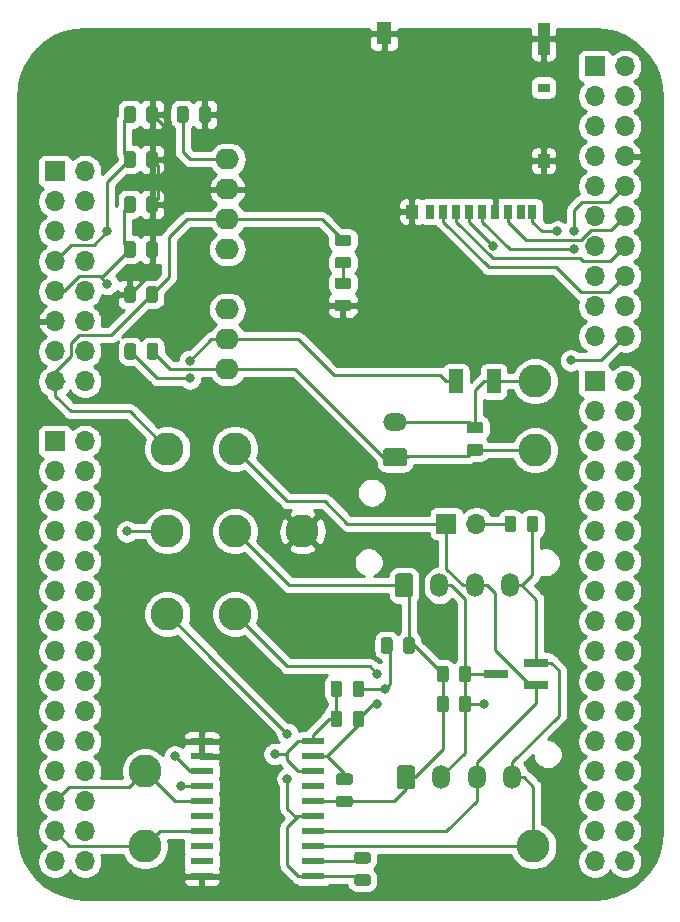
<source format=gbr>
G04 #@! TF.GenerationSoftware,KiCad,Pcbnew,(5.1.5)-3*
G04 #@! TF.CreationDate,2020-03-07T13:53:33-06:00*
G04 #@! TF.ProjectId,TelemetryBoard,54656c65-6d65-4747-9279-426f6172642e,rev?*
G04 #@! TF.SameCoordinates,Original*
G04 #@! TF.FileFunction,Copper,L1,Top*
G04 #@! TF.FilePolarity,Positive*
%FSLAX46Y46*%
G04 Gerber Fmt 4.6, Leading zero omitted, Abs format (unit mm)*
G04 Created by KiCad (PCBNEW (5.1.5)-3) date 2020-03-07 13:53:33*
%MOMM*%
%LPD*%
G04 APERTURE LIST*
%ADD10C,0.100000*%
%ADD11R,2.000000X0.700000*%
%ADD12O,1.700000X1.700000*%
%ADD13R,1.700000X1.700000*%
%ADD14O,2.000000X1.750000*%
%ADD15R,1.950000X0.600000*%
%ADD16C,2.800000*%
%ADD17O,1.500000X2.020000*%
%ADD18R,0.700000X1.200000*%
%ADD19R,1.000000X1.200000*%
%ADD20R,1.000000X0.800000*%
%ADD21R,1.000000X2.800000*%
%ADD22R,1.300000X1.900000*%
%ADD23O,2.020000X1.500000*%
%ADD24R,1.200000X2.000000*%
%ADD25C,0.800000*%
%ADD26C,0.250000*%
%ADD27C,0.254000*%
G04 APERTURE END LIST*
G04 #@! TA.AperFunction,SMDPad,CuDef*
D10*
G36*
X101191142Y-101778674D02*
G01*
X101214803Y-101782184D01*
X101238007Y-101787996D01*
X101260529Y-101796054D01*
X101282153Y-101806282D01*
X101302670Y-101818579D01*
X101321883Y-101832829D01*
X101339607Y-101848893D01*
X101355671Y-101866617D01*
X101369921Y-101885830D01*
X101382218Y-101906347D01*
X101392446Y-101927971D01*
X101400504Y-101950493D01*
X101406316Y-101973697D01*
X101409826Y-101997358D01*
X101411000Y-102021250D01*
X101411000Y-102508750D01*
X101409826Y-102532642D01*
X101406316Y-102556303D01*
X101400504Y-102579507D01*
X101392446Y-102602029D01*
X101382218Y-102623653D01*
X101369921Y-102644170D01*
X101355671Y-102663383D01*
X101339607Y-102681107D01*
X101321883Y-102697171D01*
X101302670Y-102711421D01*
X101282153Y-102723718D01*
X101260529Y-102733946D01*
X101238007Y-102742004D01*
X101214803Y-102747816D01*
X101191142Y-102751326D01*
X101167250Y-102752500D01*
X100254750Y-102752500D01*
X100230858Y-102751326D01*
X100207197Y-102747816D01*
X100183993Y-102742004D01*
X100161471Y-102733946D01*
X100139847Y-102723718D01*
X100119330Y-102711421D01*
X100100117Y-102697171D01*
X100082393Y-102681107D01*
X100066329Y-102663383D01*
X100052079Y-102644170D01*
X100039782Y-102623653D01*
X100029554Y-102602029D01*
X100021496Y-102579507D01*
X100015684Y-102556303D01*
X100012174Y-102532642D01*
X100011000Y-102508750D01*
X100011000Y-102021250D01*
X100012174Y-101997358D01*
X100015684Y-101973697D01*
X100021496Y-101950493D01*
X100029554Y-101927971D01*
X100039782Y-101906347D01*
X100052079Y-101885830D01*
X100066329Y-101866617D01*
X100082393Y-101848893D01*
X100100117Y-101832829D01*
X100119330Y-101818579D01*
X100139847Y-101806282D01*
X100161471Y-101796054D01*
X100183993Y-101787996D01*
X100207197Y-101782184D01*
X100230858Y-101778674D01*
X100254750Y-101777500D01*
X101167250Y-101777500D01*
X101191142Y-101778674D01*
G37*
G04 #@! TD.AperFunction*
G04 #@! TA.AperFunction,SMDPad,CuDef*
G36*
X101191142Y-103653674D02*
G01*
X101214803Y-103657184D01*
X101238007Y-103662996D01*
X101260529Y-103671054D01*
X101282153Y-103681282D01*
X101302670Y-103693579D01*
X101321883Y-103707829D01*
X101339607Y-103723893D01*
X101355671Y-103741617D01*
X101369921Y-103760830D01*
X101382218Y-103781347D01*
X101392446Y-103802971D01*
X101400504Y-103825493D01*
X101406316Y-103848697D01*
X101409826Y-103872358D01*
X101411000Y-103896250D01*
X101411000Y-104383750D01*
X101409826Y-104407642D01*
X101406316Y-104431303D01*
X101400504Y-104454507D01*
X101392446Y-104477029D01*
X101382218Y-104498653D01*
X101369921Y-104519170D01*
X101355671Y-104538383D01*
X101339607Y-104556107D01*
X101321883Y-104572171D01*
X101302670Y-104586421D01*
X101282153Y-104598718D01*
X101260529Y-104608946D01*
X101238007Y-104617004D01*
X101214803Y-104622816D01*
X101191142Y-104626326D01*
X101167250Y-104627500D01*
X100254750Y-104627500D01*
X100230858Y-104626326D01*
X100207197Y-104622816D01*
X100183993Y-104617004D01*
X100161471Y-104608946D01*
X100139847Y-104598718D01*
X100119330Y-104586421D01*
X100100117Y-104572171D01*
X100082393Y-104556107D01*
X100066329Y-104538383D01*
X100052079Y-104519170D01*
X100039782Y-104498653D01*
X100029554Y-104477029D01*
X100021496Y-104454507D01*
X100015684Y-104431303D01*
X100012174Y-104407642D01*
X100011000Y-104383750D01*
X100011000Y-103896250D01*
X100012174Y-103872358D01*
X100015684Y-103848697D01*
X100021496Y-103825493D01*
X100029554Y-103802971D01*
X100039782Y-103781347D01*
X100052079Y-103760830D01*
X100066329Y-103741617D01*
X100082393Y-103723893D01*
X100100117Y-103707829D01*
X100119330Y-103693579D01*
X100139847Y-103681282D01*
X100161471Y-103671054D01*
X100183993Y-103662996D01*
X100207197Y-103657184D01*
X100230858Y-103653674D01*
X100254750Y-103652500D01*
X101167250Y-103652500D01*
X101191142Y-103653674D01*
G37*
G04 #@! TD.AperFunction*
G04 #@! TA.AperFunction,SMDPad,CuDef*
G36*
X102170142Y-93916174D02*
G01*
X102193803Y-93919684D01*
X102217007Y-93925496D01*
X102239529Y-93933554D01*
X102261153Y-93943782D01*
X102281670Y-93956079D01*
X102300883Y-93970329D01*
X102318607Y-93986393D01*
X102334671Y-94004117D01*
X102348921Y-94023330D01*
X102361218Y-94043847D01*
X102371446Y-94065471D01*
X102379504Y-94087993D01*
X102385316Y-94111197D01*
X102388826Y-94134858D01*
X102390000Y-94158750D01*
X102390000Y-95071250D01*
X102388826Y-95095142D01*
X102385316Y-95118803D01*
X102379504Y-95142007D01*
X102371446Y-95164529D01*
X102361218Y-95186153D01*
X102348921Y-95206670D01*
X102334671Y-95225883D01*
X102318607Y-95243607D01*
X102300883Y-95259671D01*
X102281670Y-95273921D01*
X102261153Y-95286218D01*
X102239529Y-95296446D01*
X102217007Y-95304504D01*
X102193803Y-95310316D01*
X102170142Y-95313826D01*
X102146250Y-95315000D01*
X101658750Y-95315000D01*
X101634858Y-95313826D01*
X101611197Y-95310316D01*
X101587993Y-95304504D01*
X101565471Y-95296446D01*
X101543847Y-95286218D01*
X101523330Y-95273921D01*
X101504117Y-95259671D01*
X101486393Y-95243607D01*
X101470329Y-95225883D01*
X101456079Y-95206670D01*
X101443782Y-95186153D01*
X101433554Y-95164529D01*
X101425496Y-95142007D01*
X101419684Y-95118803D01*
X101416174Y-95095142D01*
X101415000Y-95071250D01*
X101415000Y-94158750D01*
X101416174Y-94134858D01*
X101419684Y-94111197D01*
X101425496Y-94087993D01*
X101433554Y-94065471D01*
X101443782Y-94043847D01*
X101456079Y-94023330D01*
X101470329Y-94004117D01*
X101486393Y-93986393D01*
X101504117Y-93970329D01*
X101523330Y-93956079D01*
X101543847Y-93943782D01*
X101565471Y-93933554D01*
X101587993Y-93925496D01*
X101611197Y-93919684D01*
X101634858Y-93916174D01*
X101658750Y-93915000D01*
X102146250Y-93915000D01*
X102170142Y-93916174D01*
G37*
G04 #@! TD.AperFunction*
G04 #@! TA.AperFunction,SMDPad,CuDef*
G36*
X100295142Y-93916174D02*
G01*
X100318803Y-93919684D01*
X100342007Y-93925496D01*
X100364529Y-93933554D01*
X100386153Y-93943782D01*
X100406670Y-93956079D01*
X100425883Y-93970329D01*
X100443607Y-93986393D01*
X100459671Y-94004117D01*
X100473921Y-94023330D01*
X100486218Y-94043847D01*
X100496446Y-94065471D01*
X100504504Y-94087993D01*
X100510316Y-94111197D01*
X100513826Y-94134858D01*
X100515000Y-94158750D01*
X100515000Y-95071250D01*
X100513826Y-95095142D01*
X100510316Y-95118803D01*
X100504504Y-95142007D01*
X100496446Y-95164529D01*
X100486218Y-95186153D01*
X100473921Y-95206670D01*
X100459671Y-95225883D01*
X100443607Y-95243607D01*
X100425883Y-95259671D01*
X100406670Y-95273921D01*
X100386153Y-95286218D01*
X100364529Y-95296446D01*
X100342007Y-95304504D01*
X100318803Y-95310316D01*
X100295142Y-95313826D01*
X100271250Y-95315000D01*
X99783750Y-95315000D01*
X99759858Y-95313826D01*
X99736197Y-95310316D01*
X99712993Y-95304504D01*
X99690471Y-95296446D01*
X99668847Y-95286218D01*
X99648330Y-95273921D01*
X99629117Y-95259671D01*
X99611393Y-95243607D01*
X99595329Y-95225883D01*
X99581079Y-95206670D01*
X99568782Y-95186153D01*
X99558554Y-95164529D01*
X99550496Y-95142007D01*
X99544684Y-95118803D01*
X99541174Y-95095142D01*
X99540000Y-95071250D01*
X99540000Y-94158750D01*
X99541174Y-94134858D01*
X99544684Y-94111197D01*
X99550496Y-94087993D01*
X99558554Y-94065471D01*
X99568782Y-94043847D01*
X99581079Y-94023330D01*
X99595329Y-94004117D01*
X99611393Y-93986393D01*
X99629117Y-93970329D01*
X99648330Y-93956079D01*
X99668847Y-93943782D01*
X99690471Y-93933554D01*
X99712993Y-93925496D01*
X99736197Y-93919684D01*
X99759858Y-93916174D01*
X99783750Y-93915000D01*
X100271250Y-93915000D01*
X100295142Y-93916174D01*
G37*
G04 #@! TD.AperFunction*
D11*
X116967000Y-94295000D03*
X116967000Y-92395000D03*
X113567000Y-93345000D03*
D12*
X124460000Y-64770000D03*
X121920000Y-64770000D03*
X124460000Y-62230000D03*
X121920000Y-62230000D03*
X124460000Y-59690000D03*
X121920000Y-59690000D03*
X124460000Y-57150000D03*
X121920000Y-57150000D03*
X124460000Y-54610000D03*
X121920000Y-54610000D03*
X124460000Y-52070000D03*
X121920000Y-52070000D03*
X124460000Y-49530000D03*
X121920000Y-49530000D03*
X124460000Y-46990000D03*
X121920000Y-46990000D03*
X124460000Y-44450000D03*
X121920000Y-44450000D03*
X124460000Y-41910000D03*
D13*
X121920000Y-41910000D03*
G04 #@! TA.AperFunction,SMDPad,CuDef*
D10*
G36*
X101064142Y-58030674D02*
G01*
X101087803Y-58034184D01*
X101111007Y-58039996D01*
X101133529Y-58048054D01*
X101155153Y-58058282D01*
X101175670Y-58070579D01*
X101194883Y-58084829D01*
X101212607Y-58100893D01*
X101228671Y-58118617D01*
X101242921Y-58137830D01*
X101255218Y-58158347D01*
X101265446Y-58179971D01*
X101273504Y-58202493D01*
X101279316Y-58225697D01*
X101282826Y-58249358D01*
X101284000Y-58273250D01*
X101284000Y-58760750D01*
X101282826Y-58784642D01*
X101279316Y-58808303D01*
X101273504Y-58831507D01*
X101265446Y-58854029D01*
X101255218Y-58875653D01*
X101242921Y-58896170D01*
X101228671Y-58915383D01*
X101212607Y-58933107D01*
X101194883Y-58949171D01*
X101175670Y-58963421D01*
X101155153Y-58975718D01*
X101133529Y-58985946D01*
X101111007Y-58994004D01*
X101087803Y-58999816D01*
X101064142Y-59003326D01*
X101040250Y-59004500D01*
X100127750Y-59004500D01*
X100103858Y-59003326D01*
X100080197Y-58999816D01*
X100056993Y-58994004D01*
X100034471Y-58985946D01*
X100012847Y-58975718D01*
X99992330Y-58963421D01*
X99973117Y-58949171D01*
X99955393Y-58933107D01*
X99939329Y-58915383D01*
X99925079Y-58896170D01*
X99912782Y-58875653D01*
X99902554Y-58854029D01*
X99894496Y-58831507D01*
X99888684Y-58808303D01*
X99885174Y-58784642D01*
X99884000Y-58760750D01*
X99884000Y-58273250D01*
X99885174Y-58249358D01*
X99888684Y-58225697D01*
X99894496Y-58202493D01*
X99902554Y-58179971D01*
X99912782Y-58158347D01*
X99925079Y-58137830D01*
X99939329Y-58118617D01*
X99955393Y-58100893D01*
X99973117Y-58084829D01*
X99992330Y-58070579D01*
X100012847Y-58058282D01*
X100034471Y-58048054D01*
X100056993Y-58039996D01*
X100080197Y-58034184D01*
X100103858Y-58030674D01*
X100127750Y-58029500D01*
X101040250Y-58029500D01*
X101064142Y-58030674D01*
G37*
G04 #@! TD.AperFunction*
G04 #@! TA.AperFunction,SMDPad,CuDef*
G36*
X101064142Y-56155674D02*
G01*
X101087803Y-56159184D01*
X101111007Y-56164996D01*
X101133529Y-56173054D01*
X101155153Y-56183282D01*
X101175670Y-56195579D01*
X101194883Y-56209829D01*
X101212607Y-56225893D01*
X101228671Y-56243617D01*
X101242921Y-56262830D01*
X101255218Y-56283347D01*
X101265446Y-56304971D01*
X101273504Y-56327493D01*
X101279316Y-56350697D01*
X101282826Y-56374358D01*
X101284000Y-56398250D01*
X101284000Y-56885750D01*
X101282826Y-56909642D01*
X101279316Y-56933303D01*
X101273504Y-56956507D01*
X101265446Y-56979029D01*
X101255218Y-57000653D01*
X101242921Y-57021170D01*
X101228671Y-57040383D01*
X101212607Y-57058107D01*
X101194883Y-57074171D01*
X101175670Y-57088421D01*
X101155153Y-57100718D01*
X101133529Y-57110946D01*
X101111007Y-57119004D01*
X101087803Y-57124816D01*
X101064142Y-57128326D01*
X101040250Y-57129500D01*
X100127750Y-57129500D01*
X100103858Y-57128326D01*
X100080197Y-57124816D01*
X100056993Y-57119004D01*
X100034471Y-57110946D01*
X100012847Y-57100718D01*
X99992330Y-57088421D01*
X99973117Y-57074171D01*
X99955393Y-57058107D01*
X99939329Y-57040383D01*
X99925079Y-57021170D01*
X99912782Y-57000653D01*
X99902554Y-56979029D01*
X99894496Y-56956507D01*
X99888684Y-56933303D01*
X99885174Y-56909642D01*
X99884000Y-56885750D01*
X99884000Y-56398250D01*
X99885174Y-56374358D01*
X99888684Y-56350697D01*
X99894496Y-56327493D01*
X99902554Y-56304971D01*
X99912782Y-56283347D01*
X99925079Y-56262830D01*
X99939329Y-56243617D01*
X99955393Y-56225893D01*
X99973117Y-56209829D01*
X99992330Y-56195579D01*
X100012847Y-56183282D01*
X100034471Y-56173054D01*
X100056993Y-56164996D01*
X100080197Y-56159184D01*
X100103858Y-56155674D01*
X100127750Y-56154500D01*
X101040250Y-56154500D01*
X101064142Y-56155674D01*
G37*
G04 #@! TD.AperFunction*
G04 #@! TA.AperFunction,SMDPad,CuDef*
G36*
X101064142Y-59790174D02*
G01*
X101087803Y-59793684D01*
X101111007Y-59799496D01*
X101133529Y-59807554D01*
X101155153Y-59817782D01*
X101175670Y-59830079D01*
X101194883Y-59844329D01*
X101212607Y-59860393D01*
X101228671Y-59878117D01*
X101242921Y-59897330D01*
X101255218Y-59917847D01*
X101265446Y-59939471D01*
X101273504Y-59961993D01*
X101279316Y-59985197D01*
X101282826Y-60008858D01*
X101284000Y-60032750D01*
X101284000Y-60520250D01*
X101282826Y-60544142D01*
X101279316Y-60567803D01*
X101273504Y-60591007D01*
X101265446Y-60613529D01*
X101255218Y-60635153D01*
X101242921Y-60655670D01*
X101228671Y-60674883D01*
X101212607Y-60692607D01*
X101194883Y-60708671D01*
X101175670Y-60722921D01*
X101155153Y-60735218D01*
X101133529Y-60745446D01*
X101111007Y-60753504D01*
X101087803Y-60759316D01*
X101064142Y-60762826D01*
X101040250Y-60764000D01*
X100127750Y-60764000D01*
X100103858Y-60762826D01*
X100080197Y-60759316D01*
X100056993Y-60753504D01*
X100034471Y-60745446D01*
X100012847Y-60735218D01*
X99992330Y-60722921D01*
X99973117Y-60708671D01*
X99955393Y-60692607D01*
X99939329Y-60674883D01*
X99925079Y-60655670D01*
X99912782Y-60635153D01*
X99902554Y-60613529D01*
X99894496Y-60591007D01*
X99888684Y-60567803D01*
X99885174Y-60544142D01*
X99884000Y-60520250D01*
X99884000Y-60032750D01*
X99885174Y-60008858D01*
X99888684Y-59985197D01*
X99894496Y-59961993D01*
X99902554Y-59939471D01*
X99912782Y-59917847D01*
X99925079Y-59897330D01*
X99939329Y-59878117D01*
X99955393Y-59860393D01*
X99973117Y-59844329D01*
X99992330Y-59830079D01*
X100012847Y-59817782D01*
X100034471Y-59807554D01*
X100056993Y-59799496D01*
X100080197Y-59793684D01*
X100103858Y-59790174D01*
X100127750Y-59789000D01*
X101040250Y-59789000D01*
X101064142Y-59790174D01*
G37*
G04 #@! TD.AperFunction*
G04 #@! TA.AperFunction,SMDPad,CuDef*
G36*
X101064142Y-61665174D02*
G01*
X101087803Y-61668684D01*
X101111007Y-61674496D01*
X101133529Y-61682554D01*
X101155153Y-61692782D01*
X101175670Y-61705079D01*
X101194883Y-61719329D01*
X101212607Y-61735393D01*
X101228671Y-61753117D01*
X101242921Y-61772330D01*
X101255218Y-61792847D01*
X101265446Y-61814471D01*
X101273504Y-61836993D01*
X101279316Y-61860197D01*
X101282826Y-61883858D01*
X101284000Y-61907750D01*
X101284000Y-62395250D01*
X101282826Y-62419142D01*
X101279316Y-62442803D01*
X101273504Y-62466007D01*
X101265446Y-62488529D01*
X101255218Y-62510153D01*
X101242921Y-62530670D01*
X101228671Y-62549883D01*
X101212607Y-62567607D01*
X101194883Y-62583671D01*
X101175670Y-62597921D01*
X101155153Y-62610218D01*
X101133529Y-62620446D01*
X101111007Y-62628504D01*
X101087803Y-62634316D01*
X101064142Y-62637826D01*
X101040250Y-62639000D01*
X100127750Y-62639000D01*
X100103858Y-62637826D01*
X100080197Y-62634316D01*
X100056993Y-62628504D01*
X100034471Y-62620446D01*
X100012847Y-62610218D01*
X99992330Y-62597921D01*
X99973117Y-62583671D01*
X99955393Y-62567607D01*
X99939329Y-62549883D01*
X99925079Y-62530670D01*
X99912782Y-62510153D01*
X99902554Y-62488529D01*
X99894496Y-62466007D01*
X99888684Y-62442803D01*
X99885174Y-62419142D01*
X99884000Y-62395250D01*
X99884000Y-61907750D01*
X99885174Y-61883858D01*
X99888684Y-61860197D01*
X99894496Y-61836993D01*
X99902554Y-61814471D01*
X99912782Y-61792847D01*
X99925079Y-61772330D01*
X99939329Y-61753117D01*
X99955393Y-61735393D01*
X99973117Y-61719329D01*
X99992330Y-61705079D01*
X100012847Y-61692782D01*
X100034471Y-61682554D01*
X100056993Y-61674496D01*
X100080197Y-61668684D01*
X100103858Y-61665174D01*
X100127750Y-61664000D01*
X101040250Y-61664000D01*
X101064142Y-61665174D01*
G37*
G04 #@! TD.AperFunction*
D14*
X90805000Y-67564000D03*
X90805000Y-65024000D03*
X90805000Y-62484000D03*
X90805000Y-57404000D03*
X90805000Y-54864000D03*
X90805000Y-52324000D03*
X90805000Y-49784000D03*
D15*
X88645000Y-99060000D03*
X88645000Y-100330000D03*
X88645000Y-101600000D03*
X88645000Y-102870000D03*
X88645000Y-104140000D03*
X88645000Y-105410000D03*
X88645000Y-106680000D03*
X88645000Y-107950000D03*
X88645000Y-109220000D03*
X88645000Y-110490000D03*
X98045000Y-110490000D03*
X98045000Y-109220000D03*
X98045000Y-107950000D03*
X98045000Y-106680000D03*
X98045000Y-105410000D03*
X98045000Y-104140000D03*
X98045000Y-102870000D03*
X98045000Y-101600000D03*
X98045000Y-100330000D03*
X98045000Y-99060000D03*
D16*
X97160000Y-81280000D03*
X85725000Y-74295000D03*
X116713000Y-107950000D03*
X91447620Y-74289920D03*
X85725000Y-81280000D03*
X85725000Y-88265000D03*
X91450000Y-88265000D03*
X91442500Y-81280000D03*
X116840000Y-74422000D03*
X116840000Y-68580000D03*
X83820000Y-101600000D03*
X83820000Y-107950000D03*
G04 #@! TA.AperFunction,SMDPad,CuDef*
D10*
G36*
X115027142Y-79946174D02*
G01*
X115050803Y-79949684D01*
X115074007Y-79955496D01*
X115096529Y-79963554D01*
X115118153Y-79973782D01*
X115138670Y-79986079D01*
X115157883Y-80000329D01*
X115175607Y-80016393D01*
X115191671Y-80034117D01*
X115205921Y-80053330D01*
X115218218Y-80073847D01*
X115228446Y-80095471D01*
X115236504Y-80117993D01*
X115242316Y-80141197D01*
X115245826Y-80164858D01*
X115247000Y-80188750D01*
X115247000Y-81101250D01*
X115245826Y-81125142D01*
X115242316Y-81148803D01*
X115236504Y-81172007D01*
X115228446Y-81194529D01*
X115218218Y-81216153D01*
X115205921Y-81236670D01*
X115191671Y-81255883D01*
X115175607Y-81273607D01*
X115157883Y-81289671D01*
X115138670Y-81303921D01*
X115118153Y-81316218D01*
X115096529Y-81326446D01*
X115074007Y-81334504D01*
X115050803Y-81340316D01*
X115027142Y-81343826D01*
X115003250Y-81345000D01*
X114515750Y-81345000D01*
X114491858Y-81343826D01*
X114468197Y-81340316D01*
X114444993Y-81334504D01*
X114422471Y-81326446D01*
X114400847Y-81316218D01*
X114380330Y-81303921D01*
X114361117Y-81289671D01*
X114343393Y-81273607D01*
X114327329Y-81255883D01*
X114313079Y-81236670D01*
X114300782Y-81216153D01*
X114290554Y-81194529D01*
X114282496Y-81172007D01*
X114276684Y-81148803D01*
X114273174Y-81125142D01*
X114272000Y-81101250D01*
X114272000Y-80188750D01*
X114273174Y-80164858D01*
X114276684Y-80141197D01*
X114282496Y-80117993D01*
X114290554Y-80095471D01*
X114300782Y-80073847D01*
X114313079Y-80053330D01*
X114327329Y-80034117D01*
X114343393Y-80016393D01*
X114361117Y-80000329D01*
X114380330Y-79986079D01*
X114400847Y-79973782D01*
X114422471Y-79963554D01*
X114444993Y-79955496D01*
X114468197Y-79949684D01*
X114491858Y-79946174D01*
X114515750Y-79945000D01*
X115003250Y-79945000D01*
X115027142Y-79946174D01*
G37*
G04 #@! TD.AperFunction*
G04 #@! TA.AperFunction,SMDPad,CuDef*
G36*
X116902142Y-79946174D02*
G01*
X116925803Y-79949684D01*
X116949007Y-79955496D01*
X116971529Y-79963554D01*
X116993153Y-79973782D01*
X117013670Y-79986079D01*
X117032883Y-80000329D01*
X117050607Y-80016393D01*
X117066671Y-80034117D01*
X117080921Y-80053330D01*
X117093218Y-80073847D01*
X117103446Y-80095471D01*
X117111504Y-80117993D01*
X117117316Y-80141197D01*
X117120826Y-80164858D01*
X117122000Y-80188750D01*
X117122000Y-81101250D01*
X117120826Y-81125142D01*
X117117316Y-81148803D01*
X117111504Y-81172007D01*
X117103446Y-81194529D01*
X117093218Y-81216153D01*
X117080921Y-81236670D01*
X117066671Y-81255883D01*
X117050607Y-81273607D01*
X117032883Y-81289671D01*
X117013670Y-81303921D01*
X116993153Y-81316218D01*
X116971529Y-81326446D01*
X116949007Y-81334504D01*
X116925803Y-81340316D01*
X116902142Y-81343826D01*
X116878250Y-81345000D01*
X116390750Y-81345000D01*
X116366858Y-81343826D01*
X116343197Y-81340316D01*
X116319993Y-81334504D01*
X116297471Y-81326446D01*
X116275847Y-81316218D01*
X116255330Y-81303921D01*
X116236117Y-81289671D01*
X116218393Y-81273607D01*
X116202329Y-81255883D01*
X116188079Y-81236670D01*
X116175782Y-81216153D01*
X116165554Y-81194529D01*
X116157496Y-81172007D01*
X116151684Y-81148803D01*
X116148174Y-81125142D01*
X116147000Y-81101250D01*
X116147000Y-80188750D01*
X116148174Y-80164858D01*
X116151684Y-80141197D01*
X116157496Y-80117993D01*
X116165554Y-80095471D01*
X116175782Y-80073847D01*
X116188079Y-80053330D01*
X116202329Y-80034117D01*
X116218393Y-80016393D01*
X116236117Y-80000329D01*
X116255330Y-79986079D01*
X116275847Y-79973782D01*
X116297471Y-79963554D01*
X116319993Y-79955496D01*
X116343197Y-79949684D01*
X116366858Y-79946174D01*
X116390750Y-79945000D01*
X116878250Y-79945000D01*
X116902142Y-79946174D01*
G37*
G04 #@! TD.AperFunction*
G04 #@! TA.AperFunction,SMDPad,CuDef*
G36*
X102715142Y-110306174D02*
G01*
X102738803Y-110309684D01*
X102762007Y-110315496D01*
X102784529Y-110323554D01*
X102806153Y-110333782D01*
X102826670Y-110346079D01*
X102845883Y-110360329D01*
X102863607Y-110376393D01*
X102879671Y-110394117D01*
X102893921Y-110413330D01*
X102906218Y-110433847D01*
X102916446Y-110455471D01*
X102924504Y-110477993D01*
X102930316Y-110501197D01*
X102933826Y-110524858D01*
X102935000Y-110548750D01*
X102935000Y-111036250D01*
X102933826Y-111060142D01*
X102930316Y-111083803D01*
X102924504Y-111107007D01*
X102916446Y-111129529D01*
X102906218Y-111151153D01*
X102893921Y-111171670D01*
X102879671Y-111190883D01*
X102863607Y-111208607D01*
X102845883Y-111224671D01*
X102826670Y-111238921D01*
X102806153Y-111251218D01*
X102784529Y-111261446D01*
X102762007Y-111269504D01*
X102738803Y-111275316D01*
X102715142Y-111278826D01*
X102691250Y-111280000D01*
X101778750Y-111280000D01*
X101754858Y-111278826D01*
X101731197Y-111275316D01*
X101707993Y-111269504D01*
X101685471Y-111261446D01*
X101663847Y-111251218D01*
X101643330Y-111238921D01*
X101624117Y-111224671D01*
X101606393Y-111208607D01*
X101590329Y-111190883D01*
X101576079Y-111171670D01*
X101563782Y-111151153D01*
X101553554Y-111129529D01*
X101545496Y-111107007D01*
X101539684Y-111083803D01*
X101536174Y-111060142D01*
X101535000Y-111036250D01*
X101535000Y-110548750D01*
X101536174Y-110524858D01*
X101539684Y-110501197D01*
X101545496Y-110477993D01*
X101553554Y-110455471D01*
X101563782Y-110433847D01*
X101576079Y-110413330D01*
X101590329Y-110394117D01*
X101606393Y-110376393D01*
X101624117Y-110360329D01*
X101643330Y-110346079D01*
X101663847Y-110333782D01*
X101685471Y-110323554D01*
X101707993Y-110315496D01*
X101731197Y-110309684D01*
X101754858Y-110306174D01*
X101778750Y-110305000D01*
X102691250Y-110305000D01*
X102715142Y-110306174D01*
G37*
G04 #@! TD.AperFunction*
G04 #@! TA.AperFunction,SMDPad,CuDef*
G36*
X102715142Y-108431174D02*
G01*
X102738803Y-108434684D01*
X102762007Y-108440496D01*
X102784529Y-108448554D01*
X102806153Y-108458782D01*
X102826670Y-108471079D01*
X102845883Y-108485329D01*
X102863607Y-108501393D01*
X102879671Y-108519117D01*
X102893921Y-108538330D01*
X102906218Y-108558847D01*
X102916446Y-108580471D01*
X102924504Y-108602993D01*
X102930316Y-108626197D01*
X102933826Y-108649858D01*
X102935000Y-108673750D01*
X102935000Y-109161250D01*
X102933826Y-109185142D01*
X102930316Y-109208803D01*
X102924504Y-109232007D01*
X102916446Y-109254529D01*
X102906218Y-109276153D01*
X102893921Y-109296670D01*
X102879671Y-109315883D01*
X102863607Y-109333607D01*
X102845883Y-109349671D01*
X102826670Y-109363921D01*
X102806153Y-109376218D01*
X102784529Y-109386446D01*
X102762007Y-109394504D01*
X102738803Y-109400316D01*
X102715142Y-109403826D01*
X102691250Y-109405000D01*
X101778750Y-109405000D01*
X101754858Y-109403826D01*
X101731197Y-109400316D01*
X101707993Y-109394504D01*
X101685471Y-109386446D01*
X101663847Y-109376218D01*
X101643330Y-109363921D01*
X101624117Y-109349671D01*
X101606393Y-109333607D01*
X101590329Y-109315883D01*
X101576079Y-109296670D01*
X101563782Y-109276153D01*
X101553554Y-109254529D01*
X101545496Y-109232007D01*
X101539684Y-109208803D01*
X101536174Y-109185142D01*
X101535000Y-109161250D01*
X101535000Y-108673750D01*
X101536174Y-108649858D01*
X101539684Y-108626197D01*
X101545496Y-108602993D01*
X101553554Y-108580471D01*
X101563782Y-108558847D01*
X101576079Y-108538330D01*
X101590329Y-108519117D01*
X101606393Y-108501393D01*
X101624117Y-108485329D01*
X101643330Y-108471079D01*
X101663847Y-108458782D01*
X101685471Y-108448554D01*
X101707993Y-108440496D01*
X101731197Y-108434684D01*
X101754858Y-108431174D01*
X101778750Y-108430000D01*
X102691250Y-108430000D01*
X102715142Y-108431174D01*
G37*
G04 #@! TD.AperFunction*
D13*
X109347000Y-80645000D03*
D12*
X111887000Y-80645000D03*
X124460000Y-109220000D03*
X121920000Y-109220000D03*
X124460000Y-106680000D03*
X121920000Y-106680000D03*
X124460000Y-104140000D03*
X121920000Y-104140000D03*
X124460000Y-101600000D03*
X121920000Y-101600000D03*
X124460000Y-99060000D03*
X121920000Y-99060000D03*
X124460000Y-96520000D03*
X121920000Y-96520000D03*
X124460000Y-93980000D03*
X121920000Y-93980000D03*
X124460000Y-91440000D03*
X121920000Y-91440000D03*
X124460000Y-88900000D03*
X121920000Y-88900000D03*
X124460000Y-86360000D03*
X121920000Y-86360000D03*
X124460000Y-83820000D03*
X121920000Y-83820000D03*
X124460000Y-81280000D03*
X121920000Y-81280000D03*
X124460000Y-78740000D03*
X121920000Y-78740000D03*
X124460000Y-76200000D03*
X121920000Y-76200000D03*
X124460000Y-73660000D03*
X121920000Y-73660000D03*
X124460000Y-71120000D03*
X121920000Y-71120000D03*
X124460000Y-68580000D03*
D13*
X121920000Y-68580000D03*
X76200000Y-73660000D03*
D12*
X78740000Y-73660000D03*
X76200000Y-76200000D03*
X78740000Y-76200000D03*
X76200000Y-78740000D03*
X78740000Y-78740000D03*
X76200000Y-81280000D03*
X78740000Y-81280000D03*
X76200000Y-83820000D03*
X78740000Y-83820000D03*
X76200000Y-86360000D03*
X78740000Y-86360000D03*
X76200000Y-88900000D03*
X78740000Y-88900000D03*
X76200000Y-91440000D03*
X78740000Y-91440000D03*
X76200000Y-93980000D03*
X78740000Y-93980000D03*
X76200000Y-96520000D03*
X78740000Y-96520000D03*
X76200000Y-99060000D03*
X78740000Y-99060000D03*
X76200000Y-101600000D03*
X78740000Y-101600000D03*
X76200000Y-104140000D03*
X78740000Y-104140000D03*
X76200000Y-106680000D03*
X78740000Y-106680000D03*
X76200000Y-109220000D03*
X78740000Y-109220000D03*
X78740000Y-68580000D03*
X76200000Y-68580000D03*
X78740000Y-66040000D03*
X76200000Y-66040000D03*
X78740000Y-63500000D03*
X76200000Y-63500000D03*
X78740000Y-60960000D03*
X76200000Y-60960000D03*
X78740000Y-58420000D03*
X76200000Y-58420000D03*
X78740000Y-55880000D03*
X76200000Y-55880000D03*
X78740000Y-53340000D03*
X76200000Y-53340000D03*
X78740000Y-50800000D03*
D13*
X76200000Y-50800000D03*
G04 #@! TA.AperFunction,ComponentPad*
D10*
G36*
X106284504Y-84843204D02*
G01*
X106308773Y-84846804D01*
X106332571Y-84852765D01*
X106355671Y-84861030D01*
X106377849Y-84871520D01*
X106398893Y-84884133D01*
X106418598Y-84898747D01*
X106436777Y-84915223D01*
X106453253Y-84933402D01*
X106467867Y-84953107D01*
X106480480Y-84974151D01*
X106490970Y-84996329D01*
X106499235Y-85019429D01*
X106505196Y-85043227D01*
X106508796Y-85067496D01*
X106510000Y-85092000D01*
X106510000Y-86612000D01*
X106508796Y-86636504D01*
X106505196Y-86660773D01*
X106499235Y-86684571D01*
X106490970Y-86707671D01*
X106480480Y-86729849D01*
X106467867Y-86750893D01*
X106453253Y-86770598D01*
X106436777Y-86788777D01*
X106418598Y-86805253D01*
X106398893Y-86819867D01*
X106377849Y-86832480D01*
X106355671Y-86842970D01*
X106332571Y-86851235D01*
X106308773Y-86857196D01*
X106284504Y-86860796D01*
X106260000Y-86862000D01*
X105260000Y-86862000D01*
X105235496Y-86860796D01*
X105211227Y-86857196D01*
X105187429Y-86851235D01*
X105164329Y-86842970D01*
X105142151Y-86832480D01*
X105121107Y-86819867D01*
X105101402Y-86805253D01*
X105083223Y-86788777D01*
X105066747Y-86770598D01*
X105052133Y-86750893D01*
X105039520Y-86729849D01*
X105029030Y-86707671D01*
X105020765Y-86684571D01*
X105014804Y-86660773D01*
X105011204Y-86636504D01*
X105010000Y-86612000D01*
X105010000Y-85092000D01*
X105011204Y-85067496D01*
X105014804Y-85043227D01*
X105020765Y-85019429D01*
X105029030Y-84996329D01*
X105039520Y-84974151D01*
X105052133Y-84953107D01*
X105066747Y-84933402D01*
X105083223Y-84915223D01*
X105101402Y-84898747D01*
X105121107Y-84884133D01*
X105142151Y-84871520D01*
X105164329Y-84861030D01*
X105187429Y-84852765D01*
X105211227Y-84846804D01*
X105235496Y-84843204D01*
X105260000Y-84842000D01*
X106260000Y-84842000D01*
X106284504Y-84843204D01*
G37*
G04 #@! TD.AperFunction*
D17*
X108760000Y-85852000D03*
X111760000Y-85852000D03*
X114760000Y-85852000D03*
G04 #@! TA.AperFunction,ComponentPad*
D10*
G36*
X106442504Y-101099204D02*
G01*
X106466773Y-101102804D01*
X106490571Y-101108765D01*
X106513671Y-101117030D01*
X106535849Y-101127520D01*
X106556893Y-101140133D01*
X106576598Y-101154747D01*
X106594777Y-101171223D01*
X106611253Y-101189402D01*
X106625867Y-101209107D01*
X106638480Y-101230151D01*
X106648970Y-101252329D01*
X106657235Y-101275429D01*
X106663196Y-101299227D01*
X106666796Y-101323496D01*
X106668000Y-101348000D01*
X106668000Y-102868000D01*
X106666796Y-102892504D01*
X106663196Y-102916773D01*
X106657235Y-102940571D01*
X106648970Y-102963671D01*
X106638480Y-102985849D01*
X106625867Y-103006893D01*
X106611253Y-103026598D01*
X106594777Y-103044777D01*
X106576598Y-103061253D01*
X106556893Y-103075867D01*
X106535849Y-103088480D01*
X106513671Y-103098970D01*
X106490571Y-103107235D01*
X106466773Y-103113196D01*
X106442504Y-103116796D01*
X106418000Y-103118000D01*
X105418000Y-103118000D01*
X105393496Y-103116796D01*
X105369227Y-103113196D01*
X105345429Y-103107235D01*
X105322329Y-103098970D01*
X105300151Y-103088480D01*
X105279107Y-103075867D01*
X105259402Y-103061253D01*
X105241223Y-103044777D01*
X105224747Y-103026598D01*
X105210133Y-103006893D01*
X105197520Y-102985849D01*
X105187030Y-102963671D01*
X105178765Y-102940571D01*
X105172804Y-102916773D01*
X105169204Y-102892504D01*
X105168000Y-102868000D01*
X105168000Y-101348000D01*
X105169204Y-101323496D01*
X105172804Y-101299227D01*
X105178765Y-101275429D01*
X105187030Y-101252329D01*
X105197520Y-101230151D01*
X105210133Y-101209107D01*
X105224747Y-101189402D01*
X105241223Y-101171223D01*
X105259402Y-101154747D01*
X105279107Y-101140133D01*
X105300151Y-101127520D01*
X105322329Y-101117030D01*
X105345429Y-101108765D01*
X105369227Y-101102804D01*
X105393496Y-101099204D01*
X105418000Y-101098000D01*
X106418000Y-101098000D01*
X106442504Y-101099204D01*
G37*
G04 #@! TD.AperFunction*
D17*
X108918000Y-102108000D03*
X111918000Y-102108000D03*
X114918000Y-102108000D03*
D18*
X116619000Y-54207000D03*
X115669000Y-54207000D03*
X107969000Y-54207000D03*
X109069000Y-54207000D03*
X110169000Y-54207000D03*
X111269000Y-54207000D03*
X112369000Y-54207000D03*
X113469000Y-54207000D03*
X114569000Y-54207000D03*
D19*
X106419000Y-54207000D03*
X117569000Y-49907000D03*
D20*
X117569000Y-43707000D03*
D21*
X117569000Y-39557000D03*
D22*
X104069000Y-39107000D03*
G04 #@! TA.AperFunction,ComponentPad*
D10*
G36*
X105784504Y-74251204D02*
G01*
X105808773Y-74254804D01*
X105832571Y-74260765D01*
X105855671Y-74269030D01*
X105877849Y-74279520D01*
X105898893Y-74292133D01*
X105918598Y-74306747D01*
X105936777Y-74323223D01*
X105953253Y-74341402D01*
X105967867Y-74361107D01*
X105980480Y-74382151D01*
X105990970Y-74404329D01*
X105999235Y-74427429D01*
X106005196Y-74451227D01*
X106008796Y-74475496D01*
X106010000Y-74500000D01*
X106010000Y-75500000D01*
X106008796Y-75524504D01*
X106005196Y-75548773D01*
X105999235Y-75572571D01*
X105990970Y-75595671D01*
X105980480Y-75617849D01*
X105967867Y-75638893D01*
X105953253Y-75658598D01*
X105936777Y-75676777D01*
X105918598Y-75693253D01*
X105898893Y-75707867D01*
X105877849Y-75720480D01*
X105855671Y-75730970D01*
X105832571Y-75739235D01*
X105808773Y-75745196D01*
X105784504Y-75748796D01*
X105760000Y-75750000D01*
X104240000Y-75750000D01*
X104215496Y-75748796D01*
X104191227Y-75745196D01*
X104167429Y-75739235D01*
X104144329Y-75730970D01*
X104122151Y-75720480D01*
X104101107Y-75707867D01*
X104081402Y-75693253D01*
X104063223Y-75676777D01*
X104046747Y-75658598D01*
X104032133Y-75638893D01*
X104019520Y-75617849D01*
X104009030Y-75595671D01*
X104000765Y-75572571D01*
X103994804Y-75548773D01*
X103991204Y-75524504D01*
X103990000Y-75500000D01*
X103990000Y-74500000D01*
X103991204Y-74475496D01*
X103994804Y-74451227D01*
X104000765Y-74427429D01*
X104009030Y-74404329D01*
X104019520Y-74382151D01*
X104032133Y-74361107D01*
X104046747Y-74341402D01*
X104063223Y-74323223D01*
X104081402Y-74306747D01*
X104101107Y-74292133D01*
X104122151Y-74279520D01*
X104144329Y-74269030D01*
X104167429Y-74260765D01*
X104191227Y-74254804D01*
X104215496Y-74251204D01*
X104240000Y-74250000D01*
X105760000Y-74250000D01*
X105784504Y-74251204D01*
G37*
G04 #@! TD.AperFunction*
D23*
X105000000Y-72000000D03*
G04 #@! TA.AperFunction,SMDPad,CuDef*
D10*
G36*
X84692642Y-60515174D02*
G01*
X84716303Y-60518684D01*
X84739507Y-60524496D01*
X84762029Y-60532554D01*
X84783653Y-60542782D01*
X84804170Y-60555079D01*
X84823383Y-60569329D01*
X84841107Y-60585393D01*
X84857171Y-60603117D01*
X84871421Y-60622330D01*
X84883718Y-60642847D01*
X84893946Y-60664471D01*
X84902004Y-60686993D01*
X84907816Y-60710197D01*
X84911326Y-60733858D01*
X84912500Y-60757750D01*
X84912500Y-61670250D01*
X84911326Y-61694142D01*
X84907816Y-61717803D01*
X84902004Y-61741007D01*
X84893946Y-61763529D01*
X84883718Y-61785153D01*
X84871421Y-61805670D01*
X84857171Y-61824883D01*
X84841107Y-61842607D01*
X84823383Y-61858671D01*
X84804170Y-61872921D01*
X84783653Y-61885218D01*
X84762029Y-61895446D01*
X84739507Y-61903504D01*
X84716303Y-61909316D01*
X84692642Y-61912826D01*
X84668750Y-61914000D01*
X84181250Y-61914000D01*
X84157358Y-61912826D01*
X84133697Y-61909316D01*
X84110493Y-61903504D01*
X84087971Y-61895446D01*
X84066347Y-61885218D01*
X84045830Y-61872921D01*
X84026617Y-61858671D01*
X84008893Y-61842607D01*
X83992829Y-61824883D01*
X83978579Y-61805670D01*
X83966282Y-61785153D01*
X83956054Y-61763529D01*
X83947996Y-61741007D01*
X83942184Y-61717803D01*
X83938674Y-61694142D01*
X83937500Y-61670250D01*
X83937500Y-60757750D01*
X83938674Y-60733858D01*
X83942184Y-60710197D01*
X83947996Y-60686993D01*
X83956054Y-60664471D01*
X83966282Y-60642847D01*
X83978579Y-60622330D01*
X83992829Y-60603117D01*
X84008893Y-60585393D01*
X84026617Y-60569329D01*
X84045830Y-60555079D01*
X84066347Y-60542782D01*
X84087971Y-60532554D01*
X84110493Y-60524496D01*
X84133697Y-60518684D01*
X84157358Y-60515174D01*
X84181250Y-60514000D01*
X84668750Y-60514000D01*
X84692642Y-60515174D01*
G37*
G04 #@! TD.AperFunction*
G04 #@! TA.AperFunction,SMDPad,CuDef*
G36*
X82817642Y-60515174D02*
G01*
X82841303Y-60518684D01*
X82864507Y-60524496D01*
X82887029Y-60532554D01*
X82908653Y-60542782D01*
X82929170Y-60555079D01*
X82948383Y-60569329D01*
X82966107Y-60585393D01*
X82982171Y-60603117D01*
X82996421Y-60622330D01*
X83008718Y-60642847D01*
X83018946Y-60664471D01*
X83027004Y-60686993D01*
X83032816Y-60710197D01*
X83036326Y-60733858D01*
X83037500Y-60757750D01*
X83037500Y-61670250D01*
X83036326Y-61694142D01*
X83032816Y-61717803D01*
X83027004Y-61741007D01*
X83018946Y-61763529D01*
X83008718Y-61785153D01*
X82996421Y-61805670D01*
X82982171Y-61824883D01*
X82966107Y-61842607D01*
X82948383Y-61858671D01*
X82929170Y-61872921D01*
X82908653Y-61885218D01*
X82887029Y-61895446D01*
X82864507Y-61903504D01*
X82841303Y-61909316D01*
X82817642Y-61912826D01*
X82793750Y-61914000D01*
X82306250Y-61914000D01*
X82282358Y-61912826D01*
X82258697Y-61909316D01*
X82235493Y-61903504D01*
X82212971Y-61895446D01*
X82191347Y-61885218D01*
X82170830Y-61872921D01*
X82151617Y-61858671D01*
X82133893Y-61842607D01*
X82117829Y-61824883D01*
X82103579Y-61805670D01*
X82091282Y-61785153D01*
X82081054Y-61763529D01*
X82072996Y-61741007D01*
X82067184Y-61717803D01*
X82063674Y-61694142D01*
X82062500Y-61670250D01*
X82062500Y-60757750D01*
X82063674Y-60733858D01*
X82067184Y-60710197D01*
X82072996Y-60686993D01*
X82081054Y-60664471D01*
X82091282Y-60642847D01*
X82103579Y-60622330D01*
X82117829Y-60603117D01*
X82133893Y-60585393D01*
X82151617Y-60569329D01*
X82170830Y-60555079D01*
X82191347Y-60542782D01*
X82212971Y-60532554D01*
X82235493Y-60524496D01*
X82258697Y-60518684D01*
X82282358Y-60515174D01*
X82306250Y-60514000D01*
X82793750Y-60514000D01*
X82817642Y-60515174D01*
G37*
G04 #@! TD.AperFunction*
G04 #@! TA.AperFunction,SMDPad,CuDef*
G36*
X87292642Y-45275174D02*
G01*
X87316303Y-45278684D01*
X87339507Y-45284496D01*
X87362029Y-45292554D01*
X87383653Y-45302782D01*
X87404170Y-45315079D01*
X87423383Y-45329329D01*
X87441107Y-45345393D01*
X87457171Y-45363117D01*
X87471421Y-45382330D01*
X87483718Y-45402847D01*
X87493946Y-45424471D01*
X87502004Y-45446993D01*
X87507816Y-45470197D01*
X87511326Y-45493858D01*
X87512500Y-45517750D01*
X87512500Y-46430250D01*
X87511326Y-46454142D01*
X87507816Y-46477803D01*
X87502004Y-46501007D01*
X87493946Y-46523529D01*
X87483718Y-46545153D01*
X87471421Y-46565670D01*
X87457171Y-46584883D01*
X87441107Y-46602607D01*
X87423383Y-46618671D01*
X87404170Y-46632921D01*
X87383653Y-46645218D01*
X87362029Y-46655446D01*
X87339507Y-46663504D01*
X87316303Y-46669316D01*
X87292642Y-46672826D01*
X87268750Y-46674000D01*
X86781250Y-46674000D01*
X86757358Y-46672826D01*
X86733697Y-46669316D01*
X86710493Y-46663504D01*
X86687971Y-46655446D01*
X86666347Y-46645218D01*
X86645830Y-46632921D01*
X86626617Y-46618671D01*
X86608893Y-46602607D01*
X86592829Y-46584883D01*
X86578579Y-46565670D01*
X86566282Y-46545153D01*
X86556054Y-46523529D01*
X86547996Y-46501007D01*
X86542184Y-46477803D01*
X86538674Y-46454142D01*
X86537500Y-46430250D01*
X86537500Y-45517750D01*
X86538674Y-45493858D01*
X86542184Y-45470197D01*
X86547996Y-45446993D01*
X86556054Y-45424471D01*
X86566282Y-45402847D01*
X86578579Y-45382330D01*
X86592829Y-45363117D01*
X86608893Y-45345393D01*
X86626617Y-45329329D01*
X86645830Y-45315079D01*
X86666347Y-45302782D01*
X86687971Y-45292554D01*
X86710493Y-45284496D01*
X86733697Y-45278684D01*
X86757358Y-45275174D01*
X86781250Y-45274000D01*
X87268750Y-45274000D01*
X87292642Y-45275174D01*
G37*
G04 #@! TD.AperFunction*
G04 #@! TA.AperFunction,SMDPad,CuDef*
G36*
X89167642Y-45275174D02*
G01*
X89191303Y-45278684D01*
X89214507Y-45284496D01*
X89237029Y-45292554D01*
X89258653Y-45302782D01*
X89279170Y-45315079D01*
X89298383Y-45329329D01*
X89316107Y-45345393D01*
X89332171Y-45363117D01*
X89346421Y-45382330D01*
X89358718Y-45402847D01*
X89368946Y-45424471D01*
X89377004Y-45446993D01*
X89382816Y-45470197D01*
X89386326Y-45493858D01*
X89387500Y-45517750D01*
X89387500Y-46430250D01*
X89386326Y-46454142D01*
X89382816Y-46477803D01*
X89377004Y-46501007D01*
X89368946Y-46523529D01*
X89358718Y-46545153D01*
X89346421Y-46565670D01*
X89332171Y-46584883D01*
X89316107Y-46602607D01*
X89298383Y-46618671D01*
X89279170Y-46632921D01*
X89258653Y-46645218D01*
X89237029Y-46655446D01*
X89214507Y-46663504D01*
X89191303Y-46669316D01*
X89167642Y-46672826D01*
X89143750Y-46674000D01*
X88656250Y-46674000D01*
X88632358Y-46672826D01*
X88608697Y-46669316D01*
X88585493Y-46663504D01*
X88562971Y-46655446D01*
X88541347Y-46645218D01*
X88520830Y-46632921D01*
X88501617Y-46618671D01*
X88483893Y-46602607D01*
X88467829Y-46584883D01*
X88453579Y-46565670D01*
X88441282Y-46545153D01*
X88431054Y-46523529D01*
X88422996Y-46501007D01*
X88417184Y-46477803D01*
X88413674Y-46454142D01*
X88412500Y-46430250D01*
X88412500Y-45517750D01*
X88413674Y-45493858D01*
X88417184Y-45470197D01*
X88422996Y-45446993D01*
X88431054Y-45424471D01*
X88441282Y-45402847D01*
X88453579Y-45382330D01*
X88467829Y-45363117D01*
X88483893Y-45345393D01*
X88501617Y-45329329D01*
X88520830Y-45315079D01*
X88541347Y-45302782D01*
X88562971Y-45292554D01*
X88585493Y-45284496D01*
X88608697Y-45278684D01*
X88632358Y-45275174D01*
X88656250Y-45274000D01*
X89143750Y-45274000D01*
X89167642Y-45275174D01*
G37*
G04 #@! TD.AperFunction*
G04 #@! TA.AperFunction,SMDPad,CuDef*
G36*
X106439642Y-90233174D02*
G01*
X106463303Y-90236684D01*
X106486507Y-90242496D01*
X106509029Y-90250554D01*
X106530653Y-90260782D01*
X106551170Y-90273079D01*
X106570383Y-90287329D01*
X106588107Y-90303393D01*
X106604171Y-90321117D01*
X106618421Y-90340330D01*
X106630718Y-90360847D01*
X106640946Y-90382471D01*
X106649004Y-90404993D01*
X106654816Y-90428197D01*
X106658326Y-90451858D01*
X106659500Y-90475750D01*
X106659500Y-91388250D01*
X106658326Y-91412142D01*
X106654816Y-91435803D01*
X106649004Y-91459007D01*
X106640946Y-91481529D01*
X106630718Y-91503153D01*
X106618421Y-91523670D01*
X106604171Y-91542883D01*
X106588107Y-91560607D01*
X106570383Y-91576671D01*
X106551170Y-91590921D01*
X106530653Y-91603218D01*
X106509029Y-91613446D01*
X106486507Y-91621504D01*
X106463303Y-91627316D01*
X106439642Y-91630826D01*
X106415750Y-91632000D01*
X105928250Y-91632000D01*
X105904358Y-91630826D01*
X105880697Y-91627316D01*
X105857493Y-91621504D01*
X105834971Y-91613446D01*
X105813347Y-91603218D01*
X105792830Y-91590921D01*
X105773617Y-91576671D01*
X105755893Y-91560607D01*
X105739829Y-91542883D01*
X105725579Y-91523670D01*
X105713282Y-91503153D01*
X105703054Y-91481529D01*
X105694996Y-91459007D01*
X105689184Y-91435803D01*
X105685674Y-91412142D01*
X105684500Y-91388250D01*
X105684500Y-90475750D01*
X105685674Y-90451858D01*
X105689184Y-90428197D01*
X105694996Y-90404993D01*
X105703054Y-90382471D01*
X105713282Y-90360847D01*
X105725579Y-90340330D01*
X105739829Y-90321117D01*
X105755893Y-90303393D01*
X105773617Y-90287329D01*
X105792830Y-90273079D01*
X105813347Y-90260782D01*
X105834971Y-90250554D01*
X105857493Y-90242496D01*
X105880697Y-90236684D01*
X105904358Y-90233174D01*
X105928250Y-90232000D01*
X106415750Y-90232000D01*
X106439642Y-90233174D01*
G37*
G04 #@! TD.AperFunction*
G04 #@! TA.AperFunction,SMDPad,CuDef*
G36*
X104564642Y-90233174D02*
G01*
X104588303Y-90236684D01*
X104611507Y-90242496D01*
X104634029Y-90250554D01*
X104655653Y-90260782D01*
X104676170Y-90273079D01*
X104695383Y-90287329D01*
X104713107Y-90303393D01*
X104729171Y-90321117D01*
X104743421Y-90340330D01*
X104755718Y-90360847D01*
X104765946Y-90382471D01*
X104774004Y-90404993D01*
X104779816Y-90428197D01*
X104783326Y-90451858D01*
X104784500Y-90475750D01*
X104784500Y-91388250D01*
X104783326Y-91412142D01*
X104779816Y-91435803D01*
X104774004Y-91459007D01*
X104765946Y-91481529D01*
X104755718Y-91503153D01*
X104743421Y-91523670D01*
X104729171Y-91542883D01*
X104713107Y-91560607D01*
X104695383Y-91576671D01*
X104676170Y-91590921D01*
X104655653Y-91603218D01*
X104634029Y-91613446D01*
X104611507Y-91621504D01*
X104588303Y-91627316D01*
X104564642Y-91630826D01*
X104540750Y-91632000D01*
X104053250Y-91632000D01*
X104029358Y-91630826D01*
X104005697Y-91627316D01*
X103982493Y-91621504D01*
X103959971Y-91613446D01*
X103938347Y-91603218D01*
X103917830Y-91590921D01*
X103898617Y-91576671D01*
X103880893Y-91560607D01*
X103864829Y-91542883D01*
X103850579Y-91523670D01*
X103838282Y-91503153D01*
X103828054Y-91481529D01*
X103819996Y-91459007D01*
X103814184Y-91435803D01*
X103810674Y-91412142D01*
X103809500Y-91388250D01*
X103809500Y-90475750D01*
X103810674Y-90451858D01*
X103814184Y-90428197D01*
X103819996Y-90404993D01*
X103828054Y-90382471D01*
X103838282Y-90360847D01*
X103850579Y-90340330D01*
X103864829Y-90321117D01*
X103880893Y-90303393D01*
X103898617Y-90287329D01*
X103917830Y-90273079D01*
X103938347Y-90260782D01*
X103959971Y-90250554D01*
X103982493Y-90242496D01*
X104005697Y-90236684D01*
X104029358Y-90233174D01*
X104053250Y-90232000D01*
X104540750Y-90232000D01*
X104564642Y-90233174D01*
G37*
G04 #@! TD.AperFunction*
G04 #@! TA.AperFunction,SMDPad,CuDef*
G36*
X109312142Y-95186174D02*
G01*
X109335803Y-95189684D01*
X109359007Y-95195496D01*
X109381529Y-95203554D01*
X109403153Y-95213782D01*
X109423670Y-95226079D01*
X109442883Y-95240329D01*
X109460607Y-95256393D01*
X109476671Y-95274117D01*
X109490921Y-95293330D01*
X109503218Y-95313847D01*
X109513446Y-95335471D01*
X109521504Y-95357993D01*
X109527316Y-95381197D01*
X109530826Y-95404858D01*
X109532000Y-95428750D01*
X109532000Y-96341250D01*
X109530826Y-96365142D01*
X109527316Y-96388803D01*
X109521504Y-96412007D01*
X109513446Y-96434529D01*
X109503218Y-96456153D01*
X109490921Y-96476670D01*
X109476671Y-96495883D01*
X109460607Y-96513607D01*
X109442883Y-96529671D01*
X109423670Y-96543921D01*
X109403153Y-96556218D01*
X109381529Y-96566446D01*
X109359007Y-96574504D01*
X109335803Y-96580316D01*
X109312142Y-96583826D01*
X109288250Y-96585000D01*
X108800750Y-96585000D01*
X108776858Y-96583826D01*
X108753197Y-96580316D01*
X108729993Y-96574504D01*
X108707471Y-96566446D01*
X108685847Y-96556218D01*
X108665330Y-96543921D01*
X108646117Y-96529671D01*
X108628393Y-96513607D01*
X108612329Y-96495883D01*
X108598079Y-96476670D01*
X108585782Y-96456153D01*
X108575554Y-96434529D01*
X108567496Y-96412007D01*
X108561684Y-96388803D01*
X108558174Y-96365142D01*
X108557000Y-96341250D01*
X108557000Y-95428750D01*
X108558174Y-95404858D01*
X108561684Y-95381197D01*
X108567496Y-95357993D01*
X108575554Y-95335471D01*
X108585782Y-95313847D01*
X108598079Y-95293330D01*
X108612329Y-95274117D01*
X108628393Y-95256393D01*
X108646117Y-95240329D01*
X108665330Y-95226079D01*
X108685847Y-95213782D01*
X108707471Y-95203554D01*
X108729993Y-95195496D01*
X108753197Y-95189684D01*
X108776858Y-95186174D01*
X108800750Y-95185000D01*
X109288250Y-95185000D01*
X109312142Y-95186174D01*
G37*
G04 #@! TD.AperFunction*
G04 #@! TA.AperFunction,SMDPad,CuDef*
G36*
X111187142Y-95186174D02*
G01*
X111210803Y-95189684D01*
X111234007Y-95195496D01*
X111256529Y-95203554D01*
X111278153Y-95213782D01*
X111298670Y-95226079D01*
X111317883Y-95240329D01*
X111335607Y-95256393D01*
X111351671Y-95274117D01*
X111365921Y-95293330D01*
X111378218Y-95313847D01*
X111388446Y-95335471D01*
X111396504Y-95357993D01*
X111402316Y-95381197D01*
X111405826Y-95404858D01*
X111407000Y-95428750D01*
X111407000Y-96341250D01*
X111405826Y-96365142D01*
X111402316Y-96388803D01*
X111396504Y-96412007D01*
X111388446Y-96434529D01*
X111378218Y-96456153D01*
X111365921Y-96476670D01*
X111351671Y-96495883D01*
X111335607Y-96513607D01*
X111317883Y-96529671D01*
X111298670Y-96543921D01*
X111278153Y-96556218D01*
X111256529Y-96566446D01*
X111234007Y-96574504D01*
X111210803Y-96580316D01*
X111187142Y-96583826D01*
X111163250Y-96585000D01*
X110675750Y-96585000D01*
X110651858Y-96583826D01*
X110628197Y-96580316D01*
X110604993Y-96574504D01*
X110582471Y-96566446D01*
X110560847Y-96556218D01*
X110540330Y-96543921D01*
X110521117Y-96529671D01*
X110503393Y-96513607D01*
X110487329Y-96495883D01*
X110473079Y-96476670D01*
X110460782Y-96456153D01*
X110450554Y-96434529D01*
X110442496Y-96412007D01*
X110436684Y-96388803D01*
X110433174Y-96365142D01*
X110432000Y-96341250D01*
X110432000Y-95428750D01*
X110433174Y-95404858D01*
X110436684Y-95381197D01*
X110442496Y-95357993D01*
X110450554Y-95335471D01*
X110460782Y-95313847D01*
X110473079Y-95293330D01*
X110487329Y-95274117D01*
X110503393Y-95256393D01*
X110521117Y-95240329D01*
X110540330Y-95226079D01*
X110560847Y-95213782D01*
X110582471Y-95203554D01*
X110604993Y-95195496D01*
X110628197Y-95189684D01*
X110651858Y-95186174D01*
X110675750Y-95185000D01*
X111163250Y-95185000D01*
X111187142Y-95186174D01*
G37*
G04 #@! TD.AperFunction*
G04 #@! TA.AperFunction,SMDPad,CuDef*
G36*
X109312142Y-92646174D02*
G01*
X109335803Y-92649684D01*
X109359007Y-92655496D01*
X109381529Y-92663554D01*
X109403153Y-92673782D01*
X109423670Y-92686079D01*
X109442883Y-92700329D01*
X109460607Y-92716393D01*
X109476671Y-92734117D01*
X109490921Y-92753330D01*
X109503218Y-92773847D01*
X109513446Y-92795471D01*
X109521504Y-92817993D01*
X109527316Y-92841197D01*
X109530826Y-92864858D01*
X109532000Y-92888750D01*
X109532000Y-93801250D01*
X109530826Y-93825142D01*
X109527316Y-93848803D01*
X109521504Y-93872007D01*
X109513446Y-93894529D01*
X109503218Y-93916153D01*
X109490921Y-93936670D01*
X109476671Y-93955883D01*
X109460607Y-93973607D01*
X109442883Y-93989671D01*
X109423670Y-94003921D01*
X109403153Y-94016218D01*
X109381529Y-94026446D01*
X109359007Y-94034504D01*
X109335803Y-94040316D01*
X109312142Y-94043826D01*
X109288250Y-94045000D01*
X108800750Y-94045000D01*
X108776858Y-94043826D01*
X108753197Y-94040316D01*
X108729993Y-94034504D01*
X108707471Y-94026446D01*
X108685847Y-94016218D01*
X108665330Y-94003921D01*
X108646117Y-93989671D01*
X108628393Y-93973607D01*
X108612329Y-93955883D01*
X108598079Y-93936670D01*
X108585782Y-93916153D01*
X108575554Y-93894529D01*
X108567496Y-93872007D01*
X108561684Y-93848803D01*
X108558174Y-93825142D01*
X108557000Y-93801250D01*
X108557000Y-92888750D01*
X108558174Y-92864858D01*
X108561684Y-92841197D01*
X108567496Y-92817993D01*
X108575554Y-92795471D01*
X108585782Y-92773847D01*
X108598079Y-92753330D01*
X108612329Y-92734117D01*
X108628393Y-92716393D01*
X108646117Y-92700329D01*
X108665330Y-92686079D01*
X108685847Y-92673782D01*
X108707471Y-92663554D01*
X108729993Y-92655496D01*
X108753197Y-92649684D01*
X108776858Y-92646174D01*
X108800750Y-92645000D01*
X109288250Y-92645000D01*
X109312142Y-92646174D01*
G37*
G04 #@! TD.AperFunction*
G04 #@! TA.AperFunction,SMDPad,CuDef*
G36*
X111187142Y-92646174D02*
G01*
X111210803Y-92649684D01*
X111234007Y-92655496D01*
X111256529Y-92663554D01*
X111278153Y-92673782D01*
X111298670Y-92686079D01*
X111317883Y-92700329D01*
X111335607Y-92716393D01*
X111351671Y-92734117D01*
X111365921Y-92753330D01*
X111378218Y-92773847D01*
X111388446Y-92795471D01*
X111396504Y-92817993D01*
X111402316Y-92841197D01*
X111405826Y-92864858D01*
X111407000Y-92888750D01*
X111407000Y-93801250D01*
X111405826Y-93825142D01*
X111402316Y-93848803D01*
X111396504Y-93872007D01*
X111388446Y-93894529D01*
X111378218Y-93916153D01*
X111365921Y-93936670D01*
X111351671Y-93955883D01*
X111335607Y-93973607D01*
X111317883Y-93989671D01*
X111298670Y-94003921D01*
X111278153Y-94016218D01*
X111256529Y-94026446D01*
X111234007Y-94034504D01*
X111210803Y-94040316D01*
X111187142Y-94043826D01*
X111163250Y-94045000D01*
X110675750Y-94045000D01*
X110651858Y-94043826D01*
X110628197Y-94040316D01*
X110604993Y-94034504D01*
X110582471Y-94026446D01*
X110560847Y-94016218D01*
X110540330Y-94003921D01*
X110521117Y-93989671D01*
X110503393Y-93973607D01*
X110487329Y-93955883D01*
X110473079Y-93936670D01*
X110460782Y-93916153D01*
X110450554Y-93894529D01*
X110442496Y-93872007D01*
X110436684Y-93848803D01*
X110433174Y-93825142D01*
X110432000Y-93801250D01*
X110432000Y-92888750D01*
X110433174Y-92864858D01*
X110436684Y-92841197D01*
X110442496Y-92817993D01*
X110450554Y-92795471D01*
X110460782Y-92773847D01*
X110473079Y-92753330D01*
X110487329Y-92734117D01*
X110503393Y-92716393D01*
X110521117Y-92700329D01*
X110540330Y-92686079D01*
X110560847Y-92673782D01*
X110582471Y-92663554D01*
X110604993Y-92655496D01*
X110628197Y-92649684D01*
X110651858Y-92646174D01*
X110675750Y-92645000D01*
X111163250Y-92645000D01*
X111187142Y-92646174D01*
G37*
G04 #@! TD.AperFunction*
G04 #@! TA.AperFunction,SMDPad,CuDef*
G36*
X102170142Y-96456174D02*
G01*
X102193803Y-96459684D01*
X102217007Y-96465496D01*
X102239529Y-96473554D01*
X102261153Y-96483782D01*
X102281670Y-96496079D01*
X102300883Y-96510329D01*
X102318607Y-96526393D01*
X102334671Y-96544117D01*
X102348921Y-96563330D01*
X102361218Y-96583847D01*
X102371446Y-96605471D01*
X102379504Y-96627993D01*
X102385316Y-96651197D01*
X102388826Y-96674858D01*
X102390000Y-96698750D01*
X102390000Y-97611250D01*
X102388826Y-97635142D01*
X102385316Y-97658803D01*
X102379504Y-97682007D01*
X102371446Y-97704529D01*
X102361218Y-97726153D01*
X102348921Y-97746670D01*
X102334671Y-97765883D01*
X102318607Y-97783607D01*
X102300883Y-97799671D01*
X102281670Y-97813921D01*
X102261153Y-97826218D01*
X102239529Y-97836446D01*
X102217007Y-97844504D01*
X102193803Y-97850316D01*
X102170142Y-97853826D01*
X102146250Y-97855000D01*
X101658750Y-97855000D01*
X101634858Y-97853826D01*
X101611197Y-97850316D01*
X101587993Y-97844504D01*
X101565471Y-97836446D01*
X101543847Y-97826218D01*
X101523330Y-97813921D01*
X101504117Y-97799671D01*
X101486393Y-97783607D01*
X101470329Y-97765883D01*
X101456079Y-97746670D01*
X101443782Y-97726153D01*
X101433554Y-97704529D01*
X101425496Y-97682007D01*
X101419684Y-97658803D01*
X101416174Y-97635142D01*
X101415000Y-97611250D01*
X101415000Y-96698750D01*
X101416174Y-96674858D01*
X101419684Y-96651197D01*
X101425496Y-96627993D01*
X101433554Y-96605471D01*
X101443782Y-96583847D01*
X101456079Y-96563330D01*
X101470329Y-96544117D01*
X101486393Y-96526393D01*
X101504117Y-96510329D01*
X101523330Y-96496079D01*
X101543847Y-96483782D01*
X101565471Y-96473554D01*
X101587993Y-96465496D01*
X101611197Y-96459684D01*
X101634858Y-96456174D01*
X101658750Y-96455000D01*
X102146250Y-96455000D01*
X102170142Y-96456174D01*
G37*
G04 #@! TD.AperFunction*
G04 #@! TA.AperFunction,SMDPad,CuDef*
G36*
X100295142Y-96456174D02*
G01*
X100318803Y-96459684D01*
X100342007Y-96465496D01*
X100364529Y-96473554D01*
X100386153Y-96483782D01*
X100406670Y-96496079D01*
X100425883Y-96510329D01*
X100443607Y-96526393D01*
X100459671Y-96544117D01*
X100473921Y-96563330D01*
X100486218Y-96583847D01*
X100496446Y-96605471D01*
X100504504Y-96627993D01*
X100510316Y-96651197D01*
X100513826Y-96674858D01*
X100515000Y-96698750D01*
X100515000Y-97611250D01*
X100513826Y-97635142D01*
X100510316Y-97658803D01*
X100504504Y-97682007D01*
X100496446Y-97704529D01*
X100486218Y-97726153D01*
X100473921Y-97746670D01*
X100459671Y-97765883D01*
X100443607Y-97783607D01*
X100425883Y-97799671D01*
X100406670Y-97813921D01*
X100386153Y-97826218D01*
X100364529Y-97836446D01*
X100342007Y-97844504D01*
X100318803Y-97850316D01*
X100295142Y-97853826D01*
X100271250Y-97855000D01*
X99783750Y-97855000D01*
X99759858Y-97853826D01*
X99736197Y-97850316D01*
X99712993Y-97844504D01*
X99690471Y-97836446D01*
X99668847Y-97826218D01*
X99648330Y-97813921D01*
X99629117Y-97799671D01*
X99611393Y-97783607D01*
X99595329Y-97765883D01*
X99581079Y-97746670D01*
X99568782Y-97726153D01*
X99558554Y-97704529D01*
X99550496Y-97682007D01*
X99544684Y-97658803D01*
X99541174Y-97635142D01*
X99540000Y-97611250D01*
X99540000Y-96698750D01*
X99541174Y-96674858D01*
X99544684Y-96651197D01*
X99550496Y-96627993D01*
X99558554Y-96605471D01*
X99568782Y-96583847D01*
X99581079Y-96563330D01*
X99595329Y-96544117D01*
X99611393Y-96526393D01*
X99629117Y-96510329D01*
X99648330Y-96496079D01*
X99668847Y-96483782D01*
X99690471Y-96473554D01*
X99712993Y-96465496D01*
X99736197Y-96459684D01*
X99759858Y-96456174D01*
X99783750Y-96455000D01*
X100271250Y-96455000D01*
X100295142Y-96456174D01*
G37*
G04 #@! TD.AperFunction*
G04 #@! TA.AperFunction,SMDPad,CuDef*
G36*
X82847642Y-65341174D02*
G01*
X82871303Y-65344684D01*
X82894507Y-65350496D01*
X82917029Y-65358554D01*
X82938653Y-65368782D01*
X82959170Y-65381079D01*
X82978383Y-65395329D01*
X82996107Y-65411393D01*
X83012171Y-65429117D01*
X83026421Y-65448330D01*
X83038718Y-65468847D01*
X83048946Y-65490471D01*
X83057004Y-65512993D01*
X83062816Y-65536197D01*
X83066326Y-65559858D01*
X83067500Y-65583750D01*
X83067500Y-66496250D01*
X83066326Y-66520142D01*
X83062816Y-66543803D01*
X83057004Y-66567007D01*
X83048946Y-66589529D01*
X83038718Y-66611153D01*
X83026421Y-66631670D01*
X83012171Y-66650883D01*
X82996107Y-66668607D01*
X82978383Y-66684671D01*
X82959170Y-66698921D01*
X82938653Y-66711218D01*
X82917029Y-66721446D01*
X82894507Y-66729504D01*
X82871303Y-66735316D01*
X82847642Y-66738826D01*
X82823750Y-66740000D01*
X82336250Y-66740000D01*
X82312358Y-66738826D01*
X82288697Y-66735316D01*
X82265493Y-66729504D01*
X82242971Y-66721446D01*
X82221347Y-66711218D01*
X82200830Y-66698921D01*
X82181617Y-66684671D01*
X82163893Y-66668607D01*
X82147829Y-66650883D01*
X82133579Y-66631670D01*
X82121282Y-66611153D01*
X82111054Y-66589529D01*
X82102996Y-66567007D01*
X82097184Y-66543803D01*
X82093674Y-66520142D01*
X82092500Y-66496250D01*
X82092500Y-65583750D01*
X82093674Y-65559858D01*
X82097184Y-65536197D01*
X82102996Y-65512993D01*
X82111054Y-65490471D01*
X82121282Y-65468847D01*
X82133579Y-65448330D01*
X82147829Y-65429117D01*
X82163893Y-65411393D01*
X82181617Y-65395329D01*
X82200830Y-65381079D01*
X82221347Y-65368782D01*
X82242971Y-65358554D01*
X82265493Y-65350496D01*
X82288697Y-65344684D01*
X82312358Y-65341174D01*
X82336250Y-65340000D01*
X82823750Y-65340000D01*
X82847642Y-65341174D01*
G37*
G04 #@! TD.AperFunction*
G04 #@! TA.AperFunction,SMDPad,CuDef*
G36*
X84722642Y-65341174D02*
G01*
X84746303Y-65344684D01*
X84769507Y-65350496D01*
X84792029Y-65358554D01*
X84813653Y-65368782D01*
X84834170Y-65381079D01*
X84853383Y-65395329D01*
X84871107Y-65411393D01*
X84887171Y-65429117D01*
X84901421Y-65448330D01*
X84913718Y-65468847D01*
X84923946Y-65490471D01*
X84932004Y-65512993D01*
X84937816Y-65536197D01*
X84941326Y-65559858D01*
X84942500Y-65583750D01*
X84942500Y-66496250D01*
X84941326Y-66520142D01*
X84937816Y-66543803D01*
X84932004Y-66567007D01*
X84923946Y-66589529D01*
X84913718Y-66611153D01*
X84901421Y-66631670D01*
X84887171Y-66650883D01*
X84871107Y-66668607D01*
X84853383Y-66684671D01*
X84834170Y-66698921D01*
X84813653Y-66711218D01*
X84792029Y-66721446D01*
X84769507Y-66729504D01*
X84746303Y-66735316D01*
X84722642Y-66738826D01*
X84698750Y-66740000D01*
X84211250Y-66740000D01*
X84187358Y-66738826D01*
X84163697Y-66735316D01*
X84140493Y-66729504D01*
X84117971Y-66721446D01*
X84096347Y-66711218D01*
X84075830Y-66698921D01*
X84056617Y-66684671D01*
X84038893Y-66668607D01*
X84022829Y-66650883D01*
X84008579Y-66631670D01*
X83996282Y-66611153D01*
X83986054Y-66589529D01*
X83977996Y-66567007D01*
X83972184Y-66543803D01*
X83968674Y-66520142D01*
X83967500Y-66496250D01*
X83967500Y-65583750D01*
X83968674Y-65559858D01*
X83972184Y-65536197D01*
X83977996Y-65512993D01*
X83986054Y-65490471D01*
X83996282Y-65468847D01*
X84008579Y-65448330D01*
X84022829Y-65429117D01*
X84038893Y-65411393D01*
X84056617Y-65395329D01*
X84075830Y-65381079D01*
X84096347Y-65368782D01*
X84117971Y-65358554D01*
X84140493Y-65350496D01*
X84163697Y-65344684D01*
X84187358Y-65341174D01*
X84211250Y-65340000D01*
X84698750Y-65340000D01*
X84722642Y-65341174D01*
G37*
G04 #@! TD.AperFunction*
G04 #@! TA.AperFunction,SMDPad,CuDef*
G36*
X112240142Y-72013674D02*
G01*
X112263803Y-72017184D01*
X112287007Y-72022996D01*
X112309529Y-72031054D01*
X112331153Y-72041282D01*
X112351670Y-72053579D01*
X112370883Y-72067829D01*
X112388607Y-72083893D01*
X112404671Y-72101617D01*
X112418921Y-72120830D01*
X112431218Y-72141347D01*
X112441446Y-72162971D01*
X112449504Y-72185493D01*
X112455316Y-72208697D01*
X112458826Y-72232358D01*
X112460000Y-72256250D01*
X112460000Y-72743750D01*
X112458826Y-72767642D01*
X112455316Y-72791303D01*
X112449504Y-72814507D01*
X112441446Y-72837029D01*
X112431218Y-72858653D01*
X112418921Y-72879170D01*
X112404671Y-72898383D01*
X112388607Y-72916107D01*
X112370883Y-72932171D01*
X112351670Y-72946421D01*
X112331153Y-72958718D01*
X112309529Y-72968946D01*
X112287007Y-72977004D01*
X112263803Y-72982816D01*
X112240142Y-72986326D01*
X112216250Y-72987500D01*
X111303750Y-72987500D01*
X111279858Y-72986326D01*
X111256197Y-72982816D01*
X111232993Y-72977004D01*
X111210471Y-72968946D01*
X111188847Y-72958718D01*
X111168330Y-72946421D01*
X111149117Y-72932171D01*
X111131393Y-72916107D01*
X111115329Y-72898383D01*
X111101079Y-72879170D01*
X111088782Y-72858653D01*
X111078554Y-72837029D01*
X111070496Y-72814507D01*
X111064684Y-72791303D01*
X111061174Y-72767642D01*
X111060000Y-72743750D01*
X111060000Y-72256250D01*
X111061174Y-72232358D01*
X111064684Y-72208697D01*
X111070496Y-72185493D01*
X111078554Y-72162971D01*
X111088782Y-72141347D01*
X111101079Y-72120830D01*
X111115329Y-72101617D01*
X111131393Y-72083893D01*
X111149117Y-72067829D01*
X111168330Y-72053579D01*
X111188847Y-72041282D01*
X111210471Y-72031054D01*
X111232993Y-72022996D01*
X111256197Y-72017184D01*
X111279858Y-72013674D01*
X111303750Y-72012500D01*
X112216250Y-72012500D01*
X112240142Y-72013674D01*
G37*
G04 #@! TD.AperFunction*
G04 #@! TA.AperFunction,SMDPad,CuDef*
G36*
X112240142Y-73888674D02*
G01*
X112263803Y-73892184D01*
X112287007Y-73897996D01*
X112309529Y-73906054D01*
X112331153Y-73916282D01*
X112351670Y-73928579D01*
X112370883Y-73942829D01*
X112388607Y-73958893D01*
X112404671Y-73976617D01*
X112418921Y-73995830D01*
X112431218Y-74016347D01*
X112441446Y-74037971D01*
X112449504Y-74060493D01*
X112455316Y-74083697D01*
X112458826Y-74107358D01*
X112460000Y-74131250D01*
X112460000Y-74618750D01*
X112458826Y-74642642D01*
X112455316Y-74666303D01*
X112449504Y-74689507D01*
X112441446Y-74712029D01*
X112431218Y-74733653D01*
X112418921Y-74754170D01*
X112404671Y-74773383D01*
X112388607Y-74791107D01*
X112370883Y-74807171D01*
X112351670Y-74821421D01*
X112331153Y-74833718D01*
X112309529Y-74843946D01*
X112287007Y-74852004D01*
X112263803Y-74857816D01*
X112240142Y-74861326D01*
X112216250Y-74862500D01*
X111303750Y-74862500D01*
X111279858Y-74861326D01*
X111256197Y-74857816D01*
X111232993Y-74852004D01*
X111210471Y-74843946D01*
X111188847Y-74833718D01*
X111168330Y-74821421D01*
X111149117Y-74807171D01*
X111131393Y-74791107D01*
X111115329Y-74773383D01*
X111101079Y-74754170D01*
X111088782Y-74733653D01*
X111078554Y-74712029D01*
X111070496Y-74689507D01*
X111064684Y-74666303D01*
X111061174Y-74642642D01*
X111060000Y-74618750D01*
X111060000Y-74131250D01*
X111061174Y-74107358D01*
X111064684Y-74083697D01*
X111070496Y-74060493D01*
X111078554Y-74037971D01*
X111088782Y-74016347D01*
X111101079Y-73995830D01*
X111115329Y-73976617D01*
X111131393Y-73958893D01*
X111149117Y-73942829D01*
X111168330Y-73928579D01*
X111188847Y-73916282D01*
X111210471Y-73906054D01*
X111232993Y-73897996D01*
X111256197Y-73892184D01*
X111279858Y-73888674D01*
X111303750Y-73887500D01*
X112216250Y-73887500D01*
X112240142Y-73888674D01*
G37*
G04 #@! TD.AperFunction*
G04 #@! TA.AperFunction,SMDPad,CuDef*
G36*
X82817642Y-56705174D02*
G01*
X82841303Y-56708684D01*
X82864507Y-56714496D01*
X82887029Y-56722554D01*
X82908653Y-56732782D01*
X82929170Y-56745079D01*
X82948383Y-56759329D01*
X82966107Y-56775393D01*
X82982171Y-56793117D01*
X82996421Y-56812330D01*
X83008718Y-56832847D01*
X83018946Y-56854471D01*
X83027004Y-56876993D01*
X83032816Y-56900197D01*
X83036326Y-56923858D01*
X83037500Y-56947750D01*
X83037500Y-57860250D01*
X83036326Y-57884142D01*
X83032816Y-57907803D01*
X83027004Y-57931007D01*
X83018946Y-57953529D01*
X83008718Y-57975153D01*
X82996421Y-57995670D01*
X82982171Y-58014883D01*
X82966107Y-58032607D01*
X82948383Y-58048671D01*
X82929170Y-58062921D01*
X82908653Y-58075218D01*
X82887029Y-58085446D01*
X82864507Y-58093504D01*
X82841303Y-58099316D01*
X82817642Y-58102826D01*
X82793750Y-58104000D01*
X82306250Y-58104000D01*
X82282358Y-58102826D01*
X82258697Y-58099316D01*
X82235493Y-58093504D01*
X82212971Y-58085446D01*
X82191347Y-58075218D01*
X82170830Y-58062921D01*
X82151617Y-58048671D01*
X82133893Y-58032607D01*
X82117829Y-58014883D01*
X82103579Y-57995670D01*
X82091282Y-57975153D01*
X82081054Y-57953529D01*
X82072996Y-57931007D01*
X82067184Y-57907803D01*
X82063674Y-57884142D01*
X82062500Y-57860250D01*
X82062500Y-56947750D01*
X82063674Y-56923858D01*
X82067184Y-56900197D01*
X82072996Y-56876993D01*
X82081054Y-56854471D01*
X82091282Y-56832847D01*
X82103579Y-56812330D01*
X82117829Y-56793117D01*
X82133893Y-56775393D01*
X82151617Y-56759329D01*
X82170830Y-56745079D01*
X82191347Y-56732782D01*
X82212971Y-56722554D01*
X82235493Y-56714496D01*
X82258697Y-56708684D01*
X82282358Y-56705174D01*
X82306250Y-56704000D01*
X82793750Y-56704000D01*
X82817642Y-56705174D01*
G37*
G04 #@! TD.AperFunction*
G04 #@! TA.AperFunction,SMDPad,CuDef*
G36*
X84692642Y-56705174D02*
G01*
X84716303Y-56708684D01*
X84739507Y-56714496D01*
X84762029Y-56722554D01*
X84783653Y-56732782D01*
X84804170Y-56745079D01*
X84823383Y-56759329D01*
X84841107Y-56775393D01*
X84857171Y-56793117D01*
X84871421Y-56812330D01*
X84883718Y-56832847D01*
X84893946Y-56854471D01*
X84902004Y-56876993D01*
X84907816Y-56900197D01*
X84911326Y-56923858D01*
X84912500Y-56947750D01*
X84912500Y-57860250D01*
X84911326Y-57884142D01*
X84907816Y-57907803D01*
X84902004Y-57931007D01*
X84893946Y-57953529D01*
X84883718Y-57975153D01*
X84871421Y-57995670D01*
X84857171Y-58014883D01*
X84841107Y-58032607D01*
X84823383Y-58048671D01*
X84804170Y-58062921D01*
X84783653Y-58075218D01*
X84762029Y-58085446D01*
X84739507Y-58093504D01*
X84716303Y-58099316D01*
X84692642Y-58102826D01*
X84668750Y-58104000D01*
X84181250Y-58104000D01*
X84157358Y-58102826D01*
X84133697Y-58099316D01*
X84110493Y-58093504D01*
X84087971Y-58085446D01*
X84066347Y-58075218D01*
X84045830Y-58062921D01*
X84026617Y-58048671D01*
X84008893Y-58032607D01*
X83992829Y-58014883D01*
X83978579Y-57995670D01*
X83966282Y-57975153D01*
X83956054Y-57953529D01*
X83947996Y-57931007D01*
X83942184Y-57907803D01*
X83938674Y-57884142D01*
X83937500Y-57860250D01*
X83937500Y-56947750D01*
X83938674Y-56923858D01*
X83942184Y-56900197D01*
X83947996Y-56876993D01*
X83956054Y-56854471D01*
X83966282Y-56832847D01*
X83978579Y-56812330D01*
X83992829Y-56793117D01*
X84008893Y-56775393D01*
X84026617Y-56759329D01*
X84045830Y-56745079D01*
X84066347Y-56732782D01*
X84087971Y-56722554D01*
X84110493Y-56714496D01*
X84133697Y-56708684D01*
X84157358Y-56705174D01*
X84181250Y-56704000D01*
X84668750Y-56704000D01*
X84692642Y-56705174D01*
G37*
G04 #@! TD.AperFunction*
G04 #@! TA.AperFunction,SMDPad,CuDef*
G36*
X82817642Y-52895174D02*
G01*
X82841303Y-52898684D01*
X82864507Y-52904496D01*
X82887029Y-52912554D01*
X82908653Y-52922782D01*
X82929170Y-52935079D01*
X82948383Y-52949329D01*
X82966107Y-52965393D01*
X82982171Y-52983117D01*
X82996421Y-53002330D01*
X83008718Y-53022847D01*
X83018946Y-53044471D01*
X83027004Y-53066993D01*
X83032816Y-53090197D01*
X83036326Y-53113858D01*
X83037500Y-53137750D01*
X83037500Y-54050250D01*
X83036326Y-54074142D01*
X83032816Y-54097803D01*
X83027004Y-54121007D01*
X83018946Y-54143529D01*
X83008718Y-54165153D01*
X82996421Y-54185670D01*
X82982171Y-54204883D01*
X82966107Y-54222607D01*
X82948383Y-54238671D01*
X82929170Y-54252921D01*
X82908653Y-54265218D01*
X82887029Y-54275446D01*
X82864507Y-54283504D01*
X82841303Y-54289316D01*
X82817642Y-54292826D01*
X82793750Y-54294000D01*
X82306250Y-54294000D01*
X82282358Y-54292826D01*
X82258697Y-54289316D01*
X82235493Y-54283504D01*
X82212971Y-54275446D01*
X82191347Y-54265218D01*
X82170830Y-54252921D01*
X82151617Y-54238671D01*
X82133893Y-54222607D01*
X82117829Y-54204883D01*
X82103579Y-54185670D01*
X82091282Y-54165153D01*
X82081054Y-54143529D01*
X82072996Y-54121007D01*
X82067184Y-54097803D01*
X82063674Y-54074142D01*
X82062500Y-54050250D01*
X82062500Y-53137750D01*
X82063674Y-53113858D01*
X82067184Y-53090197D01*
X82072996Y-53066993D01*
X82081054Y-53044471D01*
X82091282Y-53022847D01*
X82103579Y-53002330D01*
X82117829Y-52983117D01*
X82133893Y-52965393D01*
X82151617Y-52949329D01*
X82170830Y-52935079D01*
X82191347Y-52922782D01*
X82212971Y-52912554D01*
X82235493Y-52904496D01*
X82258697Y-52898684D01*
X82282358Y-52895174D01*
X82306250Y-52894000D01*
X82793750Y-52894000D01*
X82817642Y-52895174D01*
G37*
G04 #@! TD.AperFunction*
G04 #@! TA.AperFunction,SMDPad,CuDef*
G36*
X84692642Y-52895174D02*
G01*
X84716303Y-52898684D01*
X84739507Y-52904496D01*
X84762029Y-52912554D01*
X84783653Y-52922782D01*
X84804170Y-52935079D01*
X84823383Y-52949329D01*
X84841107Y-52965393D01*
X84857171Y-52983117D01*
X84871421Y-53002330D01*
X84883718Y-53022847D01*
X84893946Y-53044471D01*
X84902004Y-53066993D01*
X84907816Y-53090197D01*
X84911326Y-53113858D01*
X84912500Y-53137750D01*
X84912500Y-54050250D01*
X84911326Y-54074142D01*
X84907816Y-54097803D01*
X84902004Y-54121007D01*
X84893946Y-54143529D01*
X84883718Y-54165153D01*
X84871421Y-54185670D01*
X84857171Y-54204883D01*
X84841107Y-54222607D01*
X84823383Y-54238671D01*
X84804170Y-54252921D01*
X84783653Y-54265218D01*
X84762029Y-54275446D01*
X84739507Y-54283504D01*
X84716303Y-54289316D01*
X84692642Y-54292826D01*
X84668750Y-54294000D01*
X84181250Y-54294000D01*
X84157358Y-54292826D01*
X84133697Y-54289316D01*
X84110493Y-54283504D01*
X84087971Y-54275446D01*
X84066347Y-54265218D01*
X84045830Y-54252921D01*
X84026617Y-54238671D01*
X84008893Y-54222607D01*
X83992829Y-54204883D01*
X83978579Y-54185670D01*
X83966282Y-54165153D01*
X83956054Y-54143529D01*
X83947996Y-54121007D01*
X83942184Y-54097803D01*
X83938674Y-54074142D01*
X83937500Y-54050250D01*
X83937500Y-53137750D01*
X83938674Y-53113858D01*
X83942184Y-53090197D01*
X83947996Y-53066993D01*
X83956054Y-53044471D01*
X83966282Y-53022847D01*
X83978579Y-53002330D01*
X83992829Y-52983117D01*
X84008893Y-52965393D01*
X84026617Y-52949329D01*
X84045830Y-52935079D01*
X84066347Y-52922782D01*
X84087971Y-52912554D01*
X84110493Y-52904496D01*
X84133697Y-52898684D01*
X84157358Y-52895174D01*
X84181250Y-52894000D01*
X84668750Y-52894000D01*
X84692642Y-52895174D01*
G37*
G04 #@! TD.AperFunction*
G04 #@! TA.AperFunction,SMDPad,CuDef*
G36*
X82817642Y-45275174D02*
G01*
X82841303Y-45278684D01*
X82864507Y-45284496D01*
X82887029Y-45292554D01*
X82908653Y-45302782D01*
X82929170Y-45315079D01*
X82948383Y-45329329D01*
X82966107Y-45345393D01*
X82982171Y-45363117D01*
X82996421Y-45382330D01*
X83008718Y-45402847D01*
X83018946Y-45424471D01*
X83027004Y-45446993D01*
X83032816Y-45470197D01*
X83036326Y-45493858D01*
X83037500Y-45517750D01*
X83037500Y-46430250D01*
X83036326Y-46454142D01*
X83032816Y-46477803D01*
X83027004Y-46501007D01*
X83018946Y-46523529D01*
X83008718Y-46545153D01*
X82996421Y-46565670D01*
X82982171Y-46584883D01*
X82966107Y-46602607D01*
X82948383Y-46618671D01*
X82929170Y-46632921D01*
X82908653Y-46645218D01*
X82887029Y-46655446D01*
X82864507Y-46663504D01*
X82841303Y-46669316D01*
X82817642Y-46672826D01*
X82793750Y-46674000D01*
X82306250Y-46674000D01*
X82282358Y-46672826D01*
X82258697Y-46669316D01*
X82235493Y-46663504D01*
X82212971Y-46655446D01*
X82191347Y-46645218D01*
X82170830Y-46632921D01*
X82151617Y-46618671D01*
X82133893Y-46602607D01*
X82117829Y-46584883D01*
X82103579Y-46565670D01*
X82091282Y-46545153D01*
X82081054Y-46523529D01*
X82072996Y-46501007D01*
X82067184Y-46477803D01*
X82063674Y-46454142D01*
X82062500Y-46430250D01*
X82062500Y-45517750D01*
X82063674Y-45493858D01*
X82067184Y-45470197D01*
X82072996Y-45446993D01*
X82081054Y-45424471D01*
X82091282Y-45402847D01*
X82103579Y-45382330D01*
X82117829Y-45363117D01*
X82133893Y-45345393D01*
X82151617Y-45329329D01*
X82170830Y-45315079D01*
X82191347Y-45302782D01*
X82212971Y-45292554D01*
X82235493Y-45284496D01*
X82258697Y-45278684D01*
X82282358Y-45275174D01*
X82306250Y-45274000D01*
X82793750Y-45274000D01*
X82817642Y-45275174D01*
G37*
G04 #@! TD.AperFunction*
G04 #@! TA.AperFunction,SMDPad,CuDef*
G36*
X84692642Y-45275174D02*
G01*
X84716303Y-45278684D01*
X84739507Y-45284496D01*
X84762029Y-45292554D01*
X84783653Y-45302782D01*
X84804170Y-45315079D01*
X84823383Y-45329329D01*
X84841107Y-45345393D01*
X84857171Y-45363117D01*
X84871421Y-45382330D01*
X84883718Y-45402847D01*
X84893946Y-45424471D01*
X84902004Y-45446993D01*
X84907816Y-45470197D01*
X84911326Y-45493858D01*
X84912500Y-45517750D01*
X84912500Y-46430250D01*
X84911326Y-46454142D01*
X84907816Y-46477803D01*
X84902004Y-46501007D01*
X84893946Y-46523529D01*
X84883718Y-46545153D01*
X84871421Y-46565670D01*
X84857171Y-46584883D01*
X84841107Y-46602607D01*
X84823383Y-46618671D01*
X84804170Y-46632921D01*
X84783653Y-46645218D01*
X84762029Y-46655446D01*
X84739507Y-46663504D01*
X84716303Y-46669316D01*
X84692642Y-46672826D01*
X84668750Y-46674000D01*
X84181250Y-46674000D01*
X84157358Y-46672826D01*
X84133697Y-46669316D01*
X84110493Y-46663504D01*
X84087971Y-46655446D01*
X84066347Y-46645218D01*
X84045830Y-46632921D01*
X84026617Y-46618671D01*
X84008893Y-46602607D01*
X83992829Y-46584883D01*
X83978579Y-46565670D01*
X83966282Y-46545153D01*
X83956054Y-46523529D01*
X83947996Y-46501007D01*
X83942184Y-46477803D01*
X83938674Y-46454142D01*
X83937500Y-46430250D01*
X83937500Y-45517750D01*
X83938674Y-45493858D01*
X83942184Y-45470197D01*
X83947996Y-45446993D01*
X83956054Y-45424471D01*
X83966282Y-45402847D01*
X83978579Y-45382330D01*
X83992829Y-45363117D01*
X84008893Y-45345393D01*
X84026617Y-45329329D01*
X84045830Y-45315079D01*
X84066347Y-45302782D01*
X84087971Y-45292554D01*
X84110493Y-45284496D01*
X84133697Y-45278684D01*
X84157358Y-45275174D01*
X84181250Y-45274000D01*
X84668750Y-45274000D01*
X84692642Y-45275174D01*
G37*
G04 #@! TD.AperFunction*
G04 #@! TA.AperFunction,SMDPad,CuDef*
G36*
X82817642Y-49085174D02*
G01*
X82841303Y-49088684D01*
X82864507Y-49094496D01*
X82887029Y-49102554D01*
X82908653Y-49112782D01*
X82929170Y-49125079D01*
X82948383Y-49139329D01*
X82966107Y-49155393D01*
X82982171Y-49173117D01*
X82996421Y-49192330D01*
X83008718Y-49212847D01*
X83018946Y-49234471D01*
X83027004Y-49256993D01*
X83032816Y-49280197D01*
X83036326Y-49303858D01*
X83037500Y-49327750D01*
X83037500Y-50240250D01*
X83036326Y-50264142D01*
X83032816Y-50287803D01*
X83027004Y-50311007D01*
X83018946Y-50333529D01*
X83008718Y-50355153D01*
X82996421Y-50375670D01*
X82982171Y-50394883D01*
X82966107Y-50412607D01*
X82948383Y-50428671D01*
X82929170Y-50442921D01*
X82908653Y-50455218D01*
X82887029Y-50465446D01*
X82864507Y-50473504D01*
X82841303Y-50479316D01*
X82817642Y-50482826D01*
X82793750Y-50484000D01*
X82306250Y-50484000D01*
X82282358Y-50482826D01*
X82258697Y-50479316D01*
X82235493Y-50473504D01*
X82212971Y-50465446D01*
X82191347Y-50455218D01*
X82170830Y-50442921D01*
X82151617Y-50428671D01*
X82133893Y-50412607D01*
X82117829Y-50394883D01*
X82103579Y-50375670D01*
X82091282Y-50355153D01*
X82081054Y-50333529D01*
X82072996Y-50311007D01*
X82067184Y-50287803D01*
X82063674Y-50264142D01*
X82062500Y-50240250D01*
X82062500Y-49327750D01*
X82063674Y-49303858D01*
X82067184Y-49280197D01*
X82072996Y-49256993D01*
X82081054Y-49234471D01*
X82091282Y-49212847D01*
X82103579Y-49192330D01*
X82117829Y-49173117D01*
X82133893Y-49155393D01*
X82151617Y-49139329D01*
X82170830Y-49125079D01*
X82191347Y-49112782D01*
X82212971Y-49102554D01*
X82235493Y-49094496D01*
X82258697Y-49088684D01*
X82282358Y-49085174D01*
X82306250Y-49084000D01*
X82793750Y-49084000D01*
X82817642Y-49085174D01*
G37*
G04 #@! TD.AperFunction*
G04 #@! TA.AperFunction,SMDPad,CuDef*
G36*
X84692642Y-49085174D02*
G01*
X84716303Y-49088684D01*
X84739507Y-49094496D01*
X84762029Y-49102554D01*
X84783653Y-49112782D01*
X84804170Y-49125079D01*
X84823383Y-49139329D01*
X84841107Y-49155393D01*
X84857171Y-49173117D01*
X84871421Y-49192330D01*
X84883718Y-49212847D01*
X84893946Y-49234471D01*
X84902004Y-49256993D01*
X84907816Y-49280197D01*
X84911326Y-49303858D01*
X84912500Y-49327750D01*
X84912500Y-50240250D01*
X84911326Y-50264142D01*
X84907816Y-50287803D01*
X84902004Y-50311007D01*
X84893946Y-50333529D01*
X84883718Y-50355153D01*
X84871421Y-50375670D01*
X84857171Y-50394883D01*
X84841107Y-50412607D01*
X84823383Y-50428671D01*
X84804170Y-50442921D01*
X84783653Y-50455218D01*
X84762029Y-50465446D01*
X84739507Y-50473504D01*
X84716303Y-50479316D01*
X84692642Y-50482826D01*
X84668750Y-50484000D01*
X84181250Y-50484000D01*
X84157358Y-50482826D01*
X84133697Y-50479316D01*
X84110493Y-50473504D01*
X84087971Y-50465446D01*
X84066347Y-50455218D01*
X84045830Y-50442921D01*
X84026617Y-50428671D01*
X84008893Y-50412607D01*
X83992829Y-50394883D01*
X83978579Y-50375670D01*
X83966282Y-50355153D01*
X83956054Y-50333529D01*
X83947996Y-50311007D01*
X83942184Y-50287803D01*
X83938674Y-50264142D01*
X83937500Y-50240250D01*
X83937500Y-49327750D01*
X83938674Y-49303858D01*
X83942184Y-49280197D01*
X83947996Y-49256993D01*
X83956054Y-49234471D01*
X83966282Y-49212847D01*
X83978579Y-49192330D01*
X83992829Y-49173117D01*
X84008893Y-49155393D01*
X84026617Y-49139329D01*
X84045830Y-49125079D01*
X84066347Y-49112782D01*
X84087971Y-49102554D01*
X84110493Y-49094496D01*
X84133697Y-49088684D01*
X84157358Y-49085174D01*
X84181250Y-49084000D01*
X84668750Y-49084000D01*
X84692642Y-49085174D01*
G37*
G04 #@! TD.AperFunction*
D24*
X113360000Y-68580000D03*
X110160000Y-68580000D03*
D25*
X86868000Y-102870000D03*
X80645000Y-55880000D03*
X113285653Y-57148347D03*
X80645000Y-60325000D03*
X86360000Y-100330000D03*
X87630000Y-68326000D03*
X87630000Y-66839000D03*
X94810153Y-100134847D03*
X82296000Y-81280000D03*
X103505000Y-93345000D03*
X103505000Y-95885000D03*
X104140000Y-94615000D03*
X112522000Y-95885000D03*
X95885000Y-98425000D03*
X95885000Y-102235000D03*
X119888000Y-66802000D03*
X118745000Y-55880001D03*
X120142000Y-57404000D03*
X120142000Y-55880000D03*
D26*
X84425000Y-46674000D02*
X84425000Y-49784000D01*
X84425000Y-45974000D02*
X84425000Y-46674000D01*
X84910527Y-53108473D02*
X84425000Y-53594000D01*
X84910527Y-50269527D02*
X84910527Y-53108473D01*
X84425000Y-49784000D02*
X84910527Y-50269527D01*
X84425000Y-54294000D02*
X84425000Y-57404000D01*
X84425000Y-53594000D02*
X84425000Y-54294000D01*
X84425000Y-59339000D02*
X82550000Y-61214000D01*
X84425000Y-57404000D02*
X84425000Y-59339000D01*
X84425000Y-56704000D02*
X84425000Y-57404000D01*
X84425000Y-55549000D02*
X84425000Y-56704000D01*
X84425000Y-45974000D02*
X85852000Y-47401000D01*
X85852000Y-47401000D02*
X85852000Y-50800000D01*
X87376000Y-52324000D02*
X90805000Y-52324000D01*
X85852000Y-50800000D02*
X87376000Y-52324000D01*
X88645000Y-99060000D02*
X88147306Y-99060000D01*
X82064473Y-46459527D02*
X82064473Y-49298473D01*
X82064473Y-49298473D02*
X82550000Y-49784000D01*
X82550000Y-45974000D02*
X82064473Y-46459527D01*
X77564999Y-57055001D02*
X79469999Y-57055001D01*
X76200000Y-58420000D02*
X77564999Y-57055001D01*
X79469999Y-57055001D02*
X80645000Y-55880000D01*
X80645000Y-51689000D02*
X82550000Y-49784000D01*
X80645000Y-55880000D02*
X80645000Y-51689000D01*
X86868000Y-102870000D02*
X88645000Y-102870000D01*
X111269000Y-55131694D02*
X111269000Y-54207000D01*
X113285653Y-57148347D02*
X111269000Y-55131694D01*
X82064473Y-56918473D02*
X82550000Y-57404000D01*
X82064473Y-54079527D02*
X82064473Y-56918473D01*
X82550000Y-53594000D02*
X82064473Y-54079527D01*
X77000998Y-60960000D02*
X78270998Y-59690000D01*
X76200000Y-60960000D02*
X77000998Y-60960000D01*
X80264000Y-59690000D02*
X82550000Y-57404000D01*
X80010000Y-59690000D02*
X80645000Y-60325000D01*
X80010000Y-59690000D02*
X80264000Y-59690000D01*
X78270998Y-59690000D02*
X80010000Y-59690000D01*
X87630000Y-101600000D02*
X88645000Y-101600000D01*
X86360000Y-100330000D02*
X87630000Y-101600000D01*
X106010000Y-75000000D02*
X106080000Y-74930000D01*
X105000000Y-75000000D02*
X106010000Y-75000000D01*
X111205000Y-74930000D02*
X111760000Y-74375000D01*
X106080000Y-74930000D02*
X111205000Y-74930000D01*
X92055000Y-67564000D02*
X90805000Y-67564000D01*
X103990000Y-75000000D02*
X96554000Y-67564000D01*
X96554000Y-67564000D02*
X92055000Y-67564000D01*
X105000000Y-75000000D02*
X103990000Y-75000000D01*
X84455000Y-66040000D02*
X85979000Y-67564000D01*
X85979000Y-67564000D02*
X90805000Y-67564000D01*
X116793000Y-74375000D02*
X116840000Y-74422000D01*
X111760000Y-74375000D02*
X116793000Y-74375000D01*
X111260000Y-72000000D02*
X111760000Y-72500000D01*
X105000000Y-72000000D02*
X111260000Y-72000000D01*
X114860102Y-68580000D02*
X113360000Y-68580000D01*
X116840000Y-68580000D02*
X114860102Y-68580000D01*
X112510000Y-68580000D02*
X113360000Y-68580000D01*
X111760000Y-69330000D02*
X112510000Y-68580000D01*
X111760000Y-72500000D02*
X111760000Y-69330000D01*
X110282499Y-68039999D02*
X110336973Y-68094473D01*
X96774000Y-65024000D02*
X99789999Y-68039999D01*
X90805000Y-65024000D02*
X96774000Y-65024000D01*
X82580000Y-66040000D02*
X84866000Y-68326000D01*
X84866000Y-68326000D02*
X87630000Y-68326000D01*
X89445000Y-65024000D02*
X90805000Y-65024000D01*
X87630000Y-66839000D02*
X89445000Y-65024000D01*
X109310000Y-68580000D02*
X110160000Y-68580000D01*
X108769999Y-68039999D02*
X109310000Y-68580000D01*
X99789999Y-68039999D02*
X108769999Y-68039999D01*
X99384999Y-97155000D02*
X99872499Y-97155000D01*
X99384999Y-97155000D02*
X99857499Y-97155000D01*
X98045000Y-98510000D02*
X99400000Y-97155000D01*
X98045000Y-99060000D02*
X98045000Y-98510000D01*
X100027500Y-94615000D02*
X100027500Y-97155000D01*
X96820000Y-99060000D02*
X95885000Y-99995000D01*
X96820000Y-101600000D02*
X98045000Y-101600000D01*
X95885000Y-100665000D02*
X96820000Y-101600000D01*
X98045000Y-99060000D02*
X96820000Y-99060000D01*
X95885000Y-100330000D02*
X95885000Y-100665000D01*
X95885000Y-99995000D02*
X95885000Y-100330000D01*
X95689847Y-100134847D02*
X95885000Y-100330000D01*
X94810153Y-100134847D02*
X95689847Y-100134847D01*
X82296000Y-81280000D02*
X85725000Y-81280000D01*
X95885000Y-92710000D02*
X91440000Y-88265000D01*
X103172500Y-95885000D02*
X101902500Y-97155000D01*
X103505000Y-95885000D02*
X103172500Y-95885000D01*
X102870000Y-92710000D02*
X103505000Y-93345000D01*
X95885000Y-92710000D02*
X102870000Y-92710000D01*
X99270000Y-100330000D02*
X101902500Y-97697500D01*
X101902500Y-97697500D02*
X101902500Y-97155000D01*
X98045000Y-100330000D02*
X99270000Y-100330000D01*
X100711000Y-101771000D02*
X100711000Y-102265000D01*
X99270000Y-100330000D02*
X100711000Y-101771000D01*
X110919500Y-95885000D02*
X110919500Y-93345000D01*
X110919500Y-93345000D02*
X113567000Y-93345000D01*
X101902500Y-94615000D02*
X104140000Y-94615000D01*
X112522000Y-95885000D02*
X110919500Y-95885000D01*
X104539999Y-91174999D02*
X104297000Y-90932000D01*
X104539999Y-94215001D02*
X104539999Y-91174999D01*
X104140000Y-94615000D02*
X104539999Y-94215001D01*
X108918000Y-102108000D02*
X108918000Y-102029000D01*
X110919500Y-100027500D02*
X110919500Y-95885000D01*
X108918000Y-102029000D02*
X110919500Y-100027500D01*
X110919500Y-92645000D02*
X110919500Y-93345000D01*
X110919500Y-87011500D02*
X110919500Y-92645000D01*
X109760000Y-85852000D02*
X110919500Y-87011500D01*
X108760000Y-85852000D02*
X109760000Y-85852000D01*
X109044500Y-95885000D02*
X109044500Y-93345000D01*
X106631500Y-90932000D02*
X106172000Y-90932000D01*
X109044500Y-93345000D02*
X106631500Y-90932000D01*
X99270000Y-104140000D02*
X100711000Y-104140000D01*
X98045000Y-104140000D02*
X99270000Y-104140000D01*
X105918000Y-103118000D02*
X105918000Y-102108000D01*
X104896000Y-104140000D02*
X105918000Y-103118000D01*
X100711000Y-104140000D02*
X104896000Y-104140000D01*
X109044500Y-96585000D02*
X109044500Y-95885000D01*
X109044500Y-99731500D02*
X109044500Y-96585000D01*
X106668000Y-102108000D02*
X109044500Y-99731500D01*
X105918000Y-102108000D02*
X106668000Y-102108000D01*
X96012000Y-85852000D02*
X105760000Y-85852000D01*
X91440000Y-81280000D02*
X96012000Y-85852000D01*
X106172000Y-86264000D02*
X105760000Y-85852000D01*
X106172000Y-90932000D02*
X106172000Y-86264000D01*
X87650000Y-49784000D02*
X88900000Y-49784000D01*
X87025000Y-49159000D02*
X87650000Y-49784000D01*
X87025000Y-45974000D02*
X87025000Y-49159000D01*
X88900000Y-49784000D02*
X90805000Y-49784000D01*
X76200000Y-68580000D02*
X77000998Y-68580000D01*
X76200000Y-69782081D02*
X77537919Y-71120000D01*
X76200000Y-68580000D02*
X76200000Y-69782081D01*
X82550000Y-71120000D02*
X85725000Y-74295000D01*
X77537919Y-71120000D02*
X82550000Y-71120000D01*
X83939473Y-61699527D02*
X84425000Y-61214000D01*
X80963999Y-64675001D02*
X83939473Y-61699527D01*
X78199999Y-64675001D02*
X80963999Y-64675001D01*
X77564999Y-65310001D02*
X78199999Y-64675001D01*
X77564999Y-66414003D02*
X77564999Y-65310001D01*
X76200000Y-67779002D02*
X77564999Y-66414003D01*
X76200000Y-68580000D02*
X76200000Y-67779002D01*
X85852000Y-59787000D02*
X84425000Y-61214000D01*
X90805000Y-54864000D02*
X87376000Y-54864000D01*
X85852000Y-56388000D02*
X85852000Y-59787000D01*
X87376000Y-54864000D02*
X85852000Y-56388000D01*
X90805000Y-54864000D02*
X92055000Y-54864000D01*
X98806000Y-54864000D02*
X90805000Y-54864000D01*
X100584000Y-56642000D02*
X98806000Y-54864000D01*
X118217000Y-92395000D02*
X118872000Y-93050000D01*
X118217000Y-92395000D02*
X116967000Y-92395000D01*
X116442000Y-80837500D02*
X116634500Y-80645000D01*
X114935000Y-102125000D02*
X114918000Y-102108000D01*
X118872000Y-96894000D02*
X118872000Y-96139000D01*
X114918000Y-100848000D02*
X118872000Y-96894000D01*
X114918000Y-102108000D02*
X114918000Y-100848000D01*
X118872000Y-93050000D02*
X118872000Y-96139000D01*
X118872000Y-96139000D02*
X118872000Y-96640000D01*
X116967000Y-91795000D02*
X116967000Y-92395000D01*
X116967000Y-87059000D02*
X116967000Y-91795000D01*
X115760000Y-85852000D02*
X116967000Y-87059000D01*
X116634500Y-81345000D02*
X116634500Y-80645000D01*
X116634500Y-84977500D02*
X116634500Y-81345000D01*
X115760000Y-85852000D02*
X116634500Y-84977500D01*
X114760000Y-85852000D02*
X115760000Y-85852000D01*
X114935000Y-107950000D02*
X116713000Y-107950000D01*
X98045000Y-107950000D02*
X114935000Y-107950000D01*
X116713000Y-105970102D02*
X116713000Y-107950000D01*
X116713000Y-102903000D02*
X116713000Y-105970102D01*
X115918000Y-102108000D02*
X116713000Y-102903000D01*
X114918000Y-102108000D02*
X115918000Y-102108000D01*
X116967000Y-94295000D02*
X116452002Y-94295000D01*
X116452002Y-94295000D02*
X113442000Y-91284998D01*
X95885000Y-78740000D02*
X91440000Y-74295000D01*
X99060000Y-78740000D02*
X95885000Y-78740000D01*
X100965000Y-80645000D02*
X99060000Y-78740000D01*
X100965000Y-80645000D02*
X109347000Y-80645000D01*
X98045000Y-106680000D02*
X109347000Y-106680000D01*
X111918000Y-104109000D02*
X111918000Y-102108000D01*
X109347000Y-106680000D02*
X111918000Y-104109000D01*
X111918000Y-100848000D02*
X116967000Y-95799000D01*
X116967000Y-95799000D02*
X116967000Y-95377000D01*
X111918000Y-102108000D02*
X111918000Y-100848000D01*
X116967000Y-95545000D02*
X116967000Y-95377000D01*
X116967000Y-95377000D02*
X116967000Y-94295000D01*
X113442000Y-86534000D02*
X113442000Y-91284998D01*
X112760000Y-85852000D02*
X113442000Y-86534000D01*
X111760000Y-85852000D02*
X112760000Y-85852000D01*
X110760000Y-85852000D02*
X111760000Y-85852000D01*
X109347000Y-84439000D02*
X110760000Y-85852000D01*
X109347000Y-80645000D02*
X109347000Y-84439000D01*
X85090000Y-106680000D02*
X83820000Y-107950000D01*
X88645000Y-106680000D02*
X85090000Y-106680000D01*
X77430000Y-107950000D02*
X83820000Y-107950000D01*
X77430000Y-107910000D02*
X76200000Y-106680000D01*
X77430000Y-107950000D02*
X77430000Y-107910000D01*
X86360000Y-104140000D02*
X83820000Y-101600000D01*
X88645000Y-104140000D02*
X86360000Y-104140000D01*
X77049999Y-103290001D02*
X76200000Y-104140000D01*
X77375001Y-102964999D02*
X77049999Y-103290001D01*
X82455001Y-102964999D02*
X77375001Y-102964999D01*
X83820000Y-101600000D02*
X82455001Y-102964999D01*
X114759500Y-80645000D02*
X111887000Y-80645000D01*
X101932500Y-109220000D02*
X102235000Y-108917500D01*
X98045000Y-109220000D02*
X101932500Y-109220000D01*
X89779990Y-92319990D02*
X85854999Y-88394999D01*
X101932500Y-110490000D02*
X102235000Y-110792500D01*
X98045000Y-110490000D02*
X101932500Y-110490000D01*
X96820000Y-110490000D02*
X98045000Y-110490000D01*
X95885000Y-109555000D02*
X96820000Y-110490000D01*
X95885000Y-106345000D02*
X95885000Y-109555000D01*
X98045000Y-105410000D02*
X96820000Y-105410000D01*
X96820000Y-105410000D02*
X95885000Y-106345000D01*
X96520000Y-105410000D02*
X98045000Y-105410000D01*
X95885000Y-104775000D02*
X96520000Y-105410000D01*
X95885000Y-102235000D02*
X95885000Y-104775000D01*
X89779990Y-92319990D02*
X95885000Y-98425000D01*
X122428000Y-66802000D02*
X124460000Y-64770000D01*
X119888000Y-66802000D02*
X122428000Y-66802000D01*
X117442001Y-55880001D02*
X118745000Y-55880001D01*
X116619000Y-54207000D02*
X116619000Y-55057000D01*
X116619000Y-55057000D02*
X117442001Y-55880001D01*
X123610001Y-60539999D02*
X124460000Y-59690000D01*
X123095001Y-61054999D02*
X123610001Y-60539999D01*
X120744999Y-61054999D02*
X123095001Y-61054999D01*
X118618000Y-58928000D02*
X120744999Y-61054999D01*
X112940000Y-58928000D02*
X118618000Y-58928000D01*
X109069000Y-55057000D02*
X112940000Y-58928000D01*
X109069000Y-54207000D02*
X109069000Y-55057000D01*
X120650000Y-58166000D02*
X120904000Y-58420000D01*
X123190000Y-58420000D02*
X124460000Y-57150000D01*
X120904000Y-58420000D02*
X123190000Y-58420000D01*
X113278000Y-58166000D02*
X110169000Y-55057000D01*
X110169000Y-55057000D02*
X110169000Y-54207000D01*
X120650000Y-58166000D02*
X113278000Y-58166000D01*
X120142000Y-55880000D02*
X120142000Y-54102000D01*
X123610001Y-52919999D02*
X124460000Y-52070000D01*
X123095001Y-53434999D02*
X123610001Y-52919999D01*
X120809001Y-53434999D02*
X123095001Y-53434999D01*
X120142000Y-54102000D02*
X120809001Y-53434999D01*
X119576315Y-57404000D02*
X120142000Y-57404000D01*
X114716000Y-57404000D02*
X119576315Y-57404000D01*
X112369000Y-55057000D02*
X114716000Y-57404000D01*
X112369000Y-54207000D02*
X112369000Y-55057000D01*
X114569000Y-55057000D02*
X114569000Y-54207000D01*
X124460000Y-54610000D02*
X123284999Y-55785001D01*
X121564999Y-55785001D02*
X120744999Y-56605001D01*
X116117001Y-56605001D02*
X114569000Y-55057000D01*
X123284999Y-55785001D02*
X121564999Y-55785001D01*
X120744999Y-56605001D02*
X116117001Y-56605001D01*
X100584000Y-58517000D02*
X100584000Y-60276500D01*
D27*
G36*
X102784000Y-38821250D02*
G01*
X102942750Y-38980000D01*
X103942000Y-38980000D01*
X103942000Y-38960000D01*
X104196000Y-38960000D01*
X104196000Y-38980000D01*
X105195250Y-38980000D01*
X105354000Y-38821250D01*
X105354283Y-38760000D01*
X116432590Y-38760000D01*
X116434000Y-39271250D01*
X116592750Y-39430000D01*
X117442000Y-39430000D01*
X117442000Y-39410000D01*
X117696000Y-39410000D01*
X117696000Y-39430000D01*
X118545250Y-39430000D01*
X118704000Y-39271250D01*
X118705410Y-38760000D01*
X121894074Y-38760000D01*
X122809791Y-38832068D01*
X123677678Y-39040430D01*
X124502275Y-39381989D01*
X125263299Y-39848345D01*
X125941994Y-40428006D01*
X126521655Y-41106701D01*
X126988009Y-41867720D01*
X127329570Y-42692322D01*
X127537931Y-43560207D01*
X127610000Y-44475926D01*
X127610001Y-106654061D01*
X127537931Y-107569793D01*
X127329570Y-108437678D01*
X126988009Y-109262280D01*
X126521655Y-110023299D01*
X125941994Y-110701994D01*
X125263299Y-111281655D01*
X124502275Y-111748011D01*
X123677678Y-112089570D01*
X122809791Y-112297932D01*
X121894074Y-112370000D01*
X78765926Y-112370000D01*
X77850207Y-112297931D01*
X76982322Y-112089570D01*
X76157720Y-111748009D01*
X75396701Y-111281655D01*
X74821048Y-110790000D01*
X87031928Y-110790000D01*
X87044188Y-110914482D01*
X87080498Y-111034180D01*
X87139463Y-111144494D01*
X87218815Y-111241185D01*
X87315506Y-111320537D01*
X87425820Y-111379502D01*
X87545518Y-111415812D01*
X87670000Y-111428072D01*
X88359250Y-111425000D01*
X88518000Y-111266250D01*
X88518000Y-110617000D01*
X88772000Y-110617000D01*
X88772000Y-111266250D01*
X88930750Y-111425000D01*
X89620000Y-111428072D01*
X89744482Y-111415812D01*
X89864180Y-111379502D01*
X89974494Y-111320537D01*
X90071185Y-111241185D01*
X90150537Y-111144494D01*
X90209502Y-111034180D01*
X90245812Y-110914482D01*
X90258072Y-110790000D01*
X90255000Y-110775750D01*
X90096250Y-110617000D01*
X88772000Y-110617000D01*
X88518000Y-110617000D01*
X87193750Y-110617000D01*
X87035000Y-110775750D01*
X87031928Y-110790000D01*
X74821048Y-110790000D01*
X74718006Y-110701994D01*
X74138345Y-110023299D01*
X73671989Y-109262275D01*
X73330430Y-108437678D01*
X73122068Y-107569791D01*
X73050000Y-106654074D01*
X73050000Y-72810000D01*
X74711928Y-72810000D01*
X74711928Y-74510000D01*
X74724188Y-74634482D01*
X74760498Y-74754180D01*
X74819463Y-74864494D01*
X74898815Y-74961185D01*
X74995506Y-75040537D01*
X75105820Y-75099502D01*
X75178380Y-75121513D01*
X75046525Y-75253368D01*
X74884010Y-75496589D01*
X74772068Y-75766842D01*
X74715000Y-76053740D01*
X74715000Y-76346260D01*
X74772068Y-76633158D01*
X74884010Y-76903411D01*
X75046525Y-77146632D01*
X75253368Y-77353475D01*
X75427760Y-77470000D01*
X75253368Y-77586525D01*
X75046525Y-77793368D01*
X74884010Y-78036589D01*
X74772068Y-78306842D01*
X74715000Y-78593740D01*
X74715000Y-78886260D01*
X74772068Y-79173158D01*
X74884010Y-79443411D01*
X75046525Y-79686632D01*
X75253368Y-79893475D01*
X75427760Y-80010000D01*
X75253368Y-80126525D01*
X75046525Y-80333368D01*
X74884010Y-80576589D01*
X74772068Y-80846842D01*
X74715000Y-81133740D01*
X74715000Y-81426260D01*
X74772068Y-81713158D01*
X74884010Y-81983411D01*
X75046525Y-82226632D01*
X75253368Y-82433475D01*
X75427760Y-82550000D01*
X75253368Y-82666525D01*
X75046525Y-82873368D01*
X74884010Y-83116589D01*
X74772068Y-83386842D01*
X74715000Y-83673740D01*
X74715000Y-83966260D01*
X74772068Y-84253158D01*
X74884010Y-84523411D01*
X75046525Y-84766632D01*
X75253368Y-84973475D01*
X75427760Y-85090000D01*
X75253368Y-85206525D01*
X75046525Y-85413368D01*
X74884010Y-85656589D01*
X74772068Y-85926842D01*
X74715000Y-86213740D01*
X74715000Y-86506260D01*
X74772068Y-86793158D01*
X74884010Y-87063411D01*
X75046525Y-87306632D01*
X75253368Y-87513475D01*
X75427760Y-87630000D01*
X75253368Y-87746525D01*
X75046525Y-87953368D01*
X74884010Y-88196589D01*
X74772068Y-88466842D01*
X74715000Y-88753740D01*
X74715000Y-89046260D01*
X74772068Y-89333158D01*
X74884010Y-89603411D01*
X75046525Y-89846632D01*
X75253368Y-90053475D01*
X75427760Y-90170000D01*
X75253368Y-90286525D01*
X75046525Y-90493368D01*
X74884010Y-90736589D01*
X74772068Y-91006842D01*
X74715000Y-91293740D01*
X74715000Y-91586260D01*
X74772068Y-91873158D01*
X74884010Y-92143411D01*
X75046525Y-92386632D01*
X75253368Y-92593475D01*
X75427760Y-92710000D01*
X75253368Y-92826525D01*
X75046525Y-93033368D01*
X74884010Y-93276589D01*
X74772068Y-93546842D01*
X74715000Y-93833740D01*
X74715000Y-94126260D01*
X74772068Y-94413158D01*
X74884010Y-94683411D01*
X75046525Y-94926632D01*
X75253368Y-95133475D01*
X75427760Y-95250000D01*
X75253368Y-95366525D01*
X75046525Y-95573368D01*
X74884010Y-95816589D01*
X74772068Y-96086842D01*
X74715000Y-96373740D01*
X74715000Y-96666260D01*
X74772068Y-96953158D01*
X74884010Y-97223411D01*
X75046525Y-97466632D01*
X75253368Y-97673475D01*
X75427760Y-97790000D01*
X75253368Y-97906525D01*
X75046525Y-98113368D01*
X74884010Y-98356589D01*
X74772068Y-98626842D01*
X74715000Y-98913740D01*
X74715000Y-99206260D01*
X74772068Y-99493158D01*
X74884010Y-99763411D01*
X75046525Y-100006632D01*
X75253368Y-100213475D01*
X75427760Y-100330000D01*
X75253368Y-100446525D01*
X75046525Y-100653368D01*
X74884010Y-100896589D01*
X74772068Y-101166842D01*
X74715000Y-101453740D01*
X74715000Y-101746260D01*
X74772068Y-102033158D01*
X74884010Y-102303411D01*
X75046525Y-102546632D01*
X75253368Y-102753475D01*
X75427760Y-102870000D01*
X75253368Y-102986525D01*
X75046525Y-103193368D01*
X74884010Y-103436589D01*
X74772068Y-103706842D01*
X74715000Y-103993740D01*
X74715000Y-104286260D01*
X74772068Y-104573158D01*
X74884010Y-104843411D01*
X75046525Y-105086632D01*
X75253368Y-105293475D01*
X75427760Y-105410000D01*
X75253368Y-105526525D01*
X75046525Y-105733368D01*
X74884010Y-105976589D01*
X74772068Y-106246842D01*
X74715000Y-106533740D01*
X74715000Y-106826260D01*
X74772068Y-107113158D01*
X74884010Y-107383411D01*
X75046525Y-107626632D01*
X75253368Y-107833475D01*
X75427760Y-107950000D01*
X75253368Y-108066525D01*
X75046525Y-108273368D01*
X74884010Y-108516589D01*
X74772068Y-108786842D01*
X74715000Y-109073740D01*
X74715000Y-109366260D01*
X74772068Y-109653158D01*
X74884010Y-109923411D01*
X75046525Y-110166632D01*
X75253368Y-110373475D01*
X75496589Y-110535990D01*
X75766842Y-110647932D01*
X76053740Y-110705000D01*
X76346260Y-110705000D01*
X76633158Y-110647932D01*
X76903411Y-110535990D01*
X77146632Y-110373475D01*
X77353475Y-110166632D01*
X77470000Y-109992240D01*
X77586525Y-110166632D01*
X77793368Y-110373475D01*
X78036589Y-110535990D01*
X78306842Y-110647932D01*
X78593740Y-110705000D01*
X78886260Y-110705000D01*
X79173158Y-110647932D01*
X79443411Y-110535990D01*
X79686632Y-110373475D01*
X79893475Y-110166632D01*
X80055990Y-109923411D01*
X80167932Y-109653158D01*
X80225000Y-109366260D01*
X80225000Y-109073740D01*
X80167932Y-108786842D01*
X80136103Y-108710000D01*
X81932135Y-108710000D01*
X82016607Y-108913934D01*
X82239313Y-109247237D01*
X82522763Y-109530687D01*
X82856066Y-109753393D01*
X83226413Y-109906796D01*
X83619570Y-109985000D01*
X84020430Y-109985000D01*
X84413587Y-109906796D01*
X84783934Y-109753393D01*
X85117237Y-109530687D01*
X85400687Y-109247237D01*
X85623393Y-108913934D01*
X85776796Y-108543587D01*
X85855000Y-108150430D01*
X85855000Y-107749570D01*
X85793423Y-107440000D01*
X87070130Y-107440000D01*
X87044188Y-107525518D01*
X87031928Y-107650000D01*
X87031928Y-108250000D01*
X87044188Y-108374482D01*
X87080498Y-108494180D01*
X87129043Y-108585000D01*
X87080498Y-108675820D01*
X87044188Y-108795518D01*
X87031928Y-108920000D01*
X87031928Y-109520000D01*
X87044188Y-109644482D01*
X87080498Y-109764180D01*
X87129043Y-109855000D01*
X87080498Y-109945820D01*
X87044188Y-110065518D01*
X87031928Y-110190000D01*
X87035000Y-110204250D01*
X87193750Y-110363000D01*
X88518000Y-110363000D01*
X88518000Y-110343000D01*
X88772000Y-110343000D01*
X88772000Y-110363000D01*
X90096250Y-110363000D01*
X90255000Y-110204250D01*
X90258072Y-110190000D01*
X90245812Y-110065518D01*
X90209502Y-109945820D01*
X90160957Y-109855000D01*
X90209502Y-109764180D01*
X90245812Y-109644482D01*
X90258072Y-109520000D01*
X90258072Y-108920000D01*
X90245812Y-108795518D01*
X90209502Y-108675820D01*
X90160957Y-108585000D01*
X90209502Y-108494180D01*
X90245812Y-108374482D01*
X90258072Y-108250000D01*
X90258072Y-107650000D01*
X90245812Y-107525518D01*
X90209502Y-107405820D01*
X90160957Y-107315000D01*
X90209502Y-107224180D01*
X90245812Y-107104482D01*
X90258072Y-106980000D01*
X90258072Y-106380000D01*
X90245812Y-106255518D01*
X90209502Y-106135820D01*
X90160957Y-106045000D01*
X90209502Y-105954180D01*
X90245812Y-105834482D01*
X90258072Y-105710000D01*
X90258072Y-105110000D01*
X90245812Y-104985518D01*
X90209502Y-104865820D01*
X90160957Y-104775000D01*
X90209502Y-104684180D01*
X90245812Y-104564482D01*
X90258072Y-104440000D01*
X90258072Y-103840000D01*
X90245812Y-103715518D01*
X90209502Y-103595820D01*
X90160957Y-103505000D01*
X90209502Y-103414180D01*
X90245812Y-103294482D01*
X90258072Y-103170000D01*
X90258072Y-102570000D01*
X90245812Y-102445518D01*
X90209502Y-102325820D01*
X90160957Y-102235000D01*
X90209502Y-102144180D01*
X90245812Y-102024482D01*
X90258072Y-101900000D01*
X90258072Y-101300000D01*
X90245812Y-101175518D01*
X90209502Y-101055820D01*
X90160957Y-100965000D01*
X90209502Y-100874180D01*
X90245812Y-100754482D01*
X90258072Y-100630000D01*
X90255000Y-100615750D01*
X90096250Y-100457000D01*
X88772000Y-100457000D01*
X88772000Y-100477000D01*
X88518000Y-100477000D01*
X88518000Y-100457000D01*
X88498000Y-100457000D01*
X88498000Y-100203000D01*
X88518000Y-100203000D01*
X88518000Y-99187000D01*
X88772000Y-99187000D01*
X88772000Y-100203000D01*
X90096250Y-100203000D01*
X90255000Y-100044250D01*
X90258072Y-100030000D01*
X90245812Y-99905518D01*
X90209502Y-99785820D01*
X90160957Y-99695000D01*
X90209502Y-99604180D01*
X90245812Y-99484482D01*
X90258072Y-99360000D01*
X90255000Y-99345750D01*
X90096250Y-99187000D01*
X88772000Y-99187000D01*
X88518000Y-99187000D01*
X87193750Y-99187000D01*
X87035000Y-99345750D01*
X87031928Y-99360000D01*
X87044188Y-99484482D01*
X87072924Y-99579213D01*
X87019774Y-99526063D01*
X86850256Y-99412795D01*
X86661898Y-99334774D01*
X86461939Y-99295000D01*
X86258061Y-99295000D01*
X86058102Y-99334774D01*
X85869744Y-99412795D01*
X85700226Y-99526063D01*
X85556063Y-99670226D01*
X85442795Y-99839744D01*
X85364774Y-100028102D01*
X85325163Y-100227239D01*
X85117237Y-100019313D01*
X84783934Y-99796607D01*
X84413587Y-99643204D01*
X84020430Y-99565000D01*
X83619570Y-99565000D01*
X83226413Y-99643204D01*
X82856066Y-99796607D01*
X82522763Y-100019313D01*
X82239313Y-100302763D01*
X82016607Y-100636066D01*
X81863204Y-101006413D01*
X81785000Y-101399570D01*
X81785000Y-101800430D01*
X81863204Y-102193587D01*
X81867931Y-102204999D01*
X80096753Y-102204999D01*
X80167932Y-102033158D01*
X80225000Y-101746260D01*
X80225000Y-101453740D01*
X80167932Y-101166842D01*
X80055990Y-100896589D01*
X79893475Y-100653368D01*
X79686632Y-100446525D01*
X79512240Y-100330000D01*
X79686632Y-100213475D01*
X79893475Y-100006632D01*
X80055990Y-99763411D01*
X80167932Y-99493158D01*
X80225000Y-99206260D01*
X80225000Y-98913740D01*
X80194419Y-98760000D01*
X87031928Y-98760000D01*
X87035000Y-98774250D01*
X87193750Y-98933000D01*
X88518000Y-98933000D01*
X88518000Y-98283750D01*
X88772000Y-98283750D01*
X88772000Y-98933000D01*
X90096250Y-98933000D01*
X90255000Y-98774250D01*
X90258072Y-98760000D01*
X90245812Y-98635518D01*
X90209502Y-98515820D01*
X90150537Y-98405506D01*
X90071185Y-98308815D01*
X89974494Y-98229463D01*
X89864180Y-98170498D01*
X89744482Y-98134188D01*
X89620000Y-98121928D01*
X88930750Y-98125000D01*
X88772000Y-98283750D01*
X88518000Y-98283750D01*
X88359250Y-98125000D01*
X87670000Y-98121928D01*
X87545518Y-98134188D01*
X87425820Y-98170498D01*
X87315506Y-98229463D01*
X87218815Y-98308815D01*
X87139463Y-98405506D01*
X87080498Y-98515820D01*
X87044188Y-98635518D01*
X87031928Y-98760000D01*
X80194419Y-98760000D01*
X80167932Y-98626842D01*
X80055990Y-98356589D01*
X79893475Y-98113368D01*
X79686632Y-97906525D01*
X79512240Y-97790000D01*
X79686632Y-97673475D01*
X79893475Y-97466632D01*
X80055990Y-97223411D01*
X80167932Y-96953158D01*
X80225000Y-96666260D01*
X80225000Y-96373740D01*
X80167932Y-96086842D01*
X80055990Y-95816589D01*
X79893475Y-95573368D01*
X79686632Y-95366525D01*
X79512240Y-95250000D01*
X79686632Y-95133475D01*
X79893475Y-94926632D01*
X80055990Y-94683411D01*
X80167932Y-94413158D01*
X80225000Y-94126260D01*
X80225000Y-93833740D01*
X80167932Y-93546842D01*
X80055990Y-93276589D01*
X79893475Y-93033368D01*
X79686632Y-92826525D01*
X79512240Y-92710000D01*
X79686632Y-92593475D01*
X79893475Y-92386632D01*
X80055990Y-92143411D01*
X80167932Y-91873158D01*
X80225000Y-91586260D01*
X80225000Y-91293740D01*
X80167932Y-91006842D01*
X80055990Y-90736589D01*
X79893475Y-90493368D01*
X79686632Y-90286525D01*
X79512240Y-90170000D01*
X79686632Y-90053475D01*
X79893475Y-89846632D01*
X80055990Y-89603411D01*
X80167932Y-89333158D01*
X80225000Y-89046260D01*
X80225000Y-88753740D01*
X80167932Y-88466842D01*
X80055990Y-88196589D01*
X79967778Y-88064570D01*
X83690000Y-88064570D01*
X83690000Y-88465430D01*
X83768204Y-88858587D01*
X83921607Y-89228934D01*
X84144313Y-89562237D01*
X84427763Y-89845687D01*
X84761066Y-90068393D01*
X85131413Y-90221796D01*
X85524570Y-90300000D01*
X85925430Y-90300000D01*
X86318587Y-90221796D01*
X86522522Y-90137323D01*
X89268987Y-92883789D01*
X89268993Y-92883794D01*
X94850000Y-98464802D01*
X94850000Y-98526939D01*
X94889774Y-98726898D01*
X94967795Y-98915256D01*
X95081063Y-99084774D01*
X95152781Y-99156492D01*
X95112051Y-99139621D01*
X94912092Y-99099847D01*
X94708214Y-99099847D01*
X94508255Y-99139621D01*
X94319897Y-99217642D01*
X94150379Y-99330910D01*
X94006216Y-99475073D01*
X93892948Y-99644591D01*
X93814927Y-99832949D01*
X93775153Y-100032908D01*
X93775153Y-100236786D01*
X93814927Y-100436745D01*
X93892948Y-100625103D01*
X94006216Y-100794621D01*
X94150379Y-100938784D01*
X94319897Y-101052052D01*
X94508255Y-101130073D01*
X94708214Y-101169847D01*
X94912092Y-101169847D01*
X95112051Y-101130073D01*
X95242869Y-101075886D01*
X95250026Y-101089276D01*
X95344999Y-101205001D01*
X95374001Y-101228802D01*
X95443004Y-101297805D01*
X95394744Y-101317795D01*
X95225226Y-101431063D01*
X95081063Y-101575226D01*
X94967795Y-101744744D01*
X94889774Y-101933102D01*
X94850000Y-102133061D01*
X94850000Y-102336939D01*
X94889774Y-102536898D01*
X94967795Y-102725256D01*
X95081063Y-102894774D01*
X95125000Y-102938711D01*
X95125001Y-104737668D01*
X95121324Y-104775000D01*
X95125001Y-104812333D01*
X95132553Y-104889003D01*
X95135998Y-104923985D01*
X95179454Y-105067246D01*
X95250026Y-105199276D01*
X95321201Y-105286002D01*
X95345000Y-105315001D01*
X95373998Y-105338799D01*
X95595199Y-105560000D01*
X95374002Y-105781196D01*
X95344999Y-105804999D01*
X95308509Y-105849463D01*
X95250026Y-105920724D01*
X95187214Y-106038236D01*
X95179454Y-106052754D01*
X95135997Y-106196015D01*
X95125000Y-106307668D01*
X95125000Y-106307678D01*
X95121324Y-106345000D01*
X95125000Y-106382323D01*
X95125001Y-109517668D01*
X95121324Y-109555000D01*
X95135998Y-109703985D01*
X95179454Y-109847246D01*
X95250026Y-109979276D01*
X95288477Y-110026128D01*
X95345000Y-110095001D01*
X95373998Y-110118799D01*
X96256200Y-111001002D01*
X96279999Y-111030001D01*
X96395724Y-111124974D01*
X96527753Y-111195546D01*
X96599129Y-111217197D01*
X96618815Y-111241185D01*
X96715506Y-111320537D01*
X96825820Y-111379502D01*
X96945518Y-111415812D01*
X97070000Y-111428072D01*
X99020000Y-111428072D01*
X99144482Y-111415812D01*
X99264180Y-111379502D01*
X99374494Y-111320537D01*
X99460444Y-111250000D01*
X100926526Y-111250000D01*
X100964053Y-111373709D01*
X101045542Y-111526164D01*
X101155208Y-111659792D01*
X101288836Y-111769458D01*
X101441291Y-111850947D01*
X101606715Y-111901128D01*
X101778750Y-111918072D01*
X102691250Y-111918072D01*
X102863285Y-111901128D01*
X103028709Y-111850947D01*
X103181164Y-111769458D01*
X103314792Y-111659792D01*
X103424458Y-111526164D01*
X103505947Y-111373709D01*
X103556128Y-111208285D01*
X103573072Y-111036250D01*
X103573072Y-110548750D01*
X103556128Y-110376715D01*
X103505947Y-110211291D01*
X103424458Y-110058836D01*
X103314792Y-109925208D01*
X103229244Y-109855000D01*
X103314792Y-109784792D01*
X103424458Y-109651164D01*
X103505947Y-109498709D01*
X103556128Y-109333285D01*
X103573072Y-109161250D01*
X103573072Y-108710000D01*
X114825135Y-108710000D01*
X114909607Y-108913934D01*
X115132313Y-109247237D01*
X115415763Y-109530687D01*
X115749066Y-109753393D01*
X116119413Y-109906796D01*
X116512570Y-109985000D01*
X116913430Y-109985000D01*
X117306587Y-109906796D01*
X117676934Y-109753393D01*
X118010237Y-109530687D01*
X118293687Y-109247237D01*
X118516393Y-108913934D01*
X118669796Y-108543587D01*
X118748000Y-108150430D01*
X118748000Y-107749570D01*
X118669796Y-107356413D01*
X118516393Y-106986066D01*
X118293687Y-106652763D01*
X118010237Y-106369313D01*
X117676934Y-106146607D01*
X117473000Y-106062135D01*
X117473000Y-102940325D01*
X117476676Y-102903000D01*
X117473000Y-102865675D01*
X117473000Y-102865667D01*
X117462003Y-102754014D01*
X117418546Y-102610753D01*
X117347974Y-102478724D01*
X117253001Y-102362999D01*
X117224004Y-102339202D01*
X116481803Y-101597002D01*
X116458001Y-101567999D01*
X116342276Y-101473026D01*
X116234021Y-101415161D01*
X116203764Y-101315419D01*
X116075157Y-101074812D01*
X115935798Y-100905004D01*
X116648000Y-100192802D01*
X116648000Y-100273084D01*
X116696805Y-100518445D01*
X116792541Y-100749571D01*
X116931527Y-100957578D01*
X117108422Y-101134473D01*
X117316429Y-101273459D01*
X117547555Y-101369195D01*
X117792916Y-101418000D01*
X118043084Y-101418000D01*
X118288445Y-101369195D01*
X118519571Y-101273459D01*
X118727578Y-101134473D01*
X118904473Y-100957578D01*
X119043459Y-100749571D01*
X119139195Y-100518445D01*
X119188000Y-100273084D01*
X119188000Y-100022916D01*
X119139195Y-99777555D01*
X119043459Y-99546429D01*
X118904473Y-99338422D01*
X118727578Y-99161527D01*
X118519571Y-99022541D01*
X118288445Y-98926805D01*
X118043084Y-98878000D01*
X117962802Y-98878000D01*
X119383009Y-97457794D01*
X119412001Y-97434001D01*
X119435795Y-97405008D01*
X119435799Y-97405004D01*
X119506973Y-97318277D01*
X119506974Y-97318276D01*
X119577546Y-97186247D01*
X119621003Y-97042986D01*
X119632000Y-96931333D01*
X119632000Y-96931324D01*
X119635676Y-96894001D01*
X119632000Y-96856678D01*
X119632000Y-93087323D01*
X119635676Y-93050000D01*
X119632000Y-93012677D01*
X119632000Y-93012667D01*
X119621003Y-92901014D01*
X119577546Y-92757753D01*
X119570337Y-92744266D01*
X119506974Y-92625723D01*
X119435799Y-92538997D01*
X119412001Y-92509999D01*
X119383004Y-92486202D01*
X118780803Y-91884002D01*
X118757001Y-91854999D01*
X118641276Y-91760026D01*
X118509247Y-91689454D01*
X118492506Y-91684376D01*
X118418185Y-91593815D01*
X118321494Y-91514463D01*
X118211180Y-91455498D01*
X118091482Y-91419188D01*
X117967000Y-91406928D01*
X117727000Y-91406928D01*
X117727000Y-87096325D01*
X117730676Y-87059000D01*
X117727000Y-87021675D01*
X117727000Y-87021667D01*
X117716003Y-86910014D01*
X117672546Y-86766753D01*
X117601974Y-86634724D01*
X117507001Y-86518999D01*
X117478004Y-86495202D01*
X116834802Y-85852000D01*
X117145504Y-85541298D01*
X117174501Y-85517501D01*
X117269474Y-85401776D01*
X117340046Y-85269747D01*
X117383503Y-85126486D01*
X117384998Y-85111307D01*
X117389555Y-85113195D01*
X117634916Y-85162000D01*
X117885084Y-85162000D01*
X118130445Y-85113195D01*
X118361571Y-85017459D01*
X118569578Y-84878473D01*
X118746473Y-84701578D01*
X118885459Y-84493571D01*
X118981195Y-84262445D01*
X119030000Y-84017084D01*
X119030000Y-83766916D01*
X118981195Y-83521555D01*
X118885459Y-83290429D01*
X118746473Y-83082422D01*
X118569578Y-82905527D01*
X118361571Y-82766541D01*
X118130445Y-82670805D01*
X117885084Y-82622000D01*
X117634916Y-82622000D01*
X117394500Y-82669821D01*
X117394500Y-81812845D01*
X117501792Y-81724792D01*
X117611458Y-81591164D01*
X117692947Y-81438709D01*
X117743128Y-81273285D01*
X117760072Y-81101250D01*
X117760072Y-80188750D01*
X117743128Y-80016715D01*
X117692947Y-79851291D01*
X117611458Y-79698836D01*
X117501792Y-79565208D01*
X117368164Y-79455542D01*
X117215709Y-79374053D01*
X117050285Y-79323872D01*
X116878250Y-79306928D01*
X116390750Y-79306928D01*
X116218715Y-79323872D01*
X116053291Y-79374053D01*
X115900836Y-79455542D01*
X115767208Y-79565208D01*
X115697000Y-79650756D01*
X115626792Y-79565208D01*
X115493164Y-79455542D01*
X115340709Y-79374053D01*
X115175285Y-79323872D01*
X115003250Y-79306928D01*
X114515750Y-79306928D01*
X114343715Y-79323872D01*
X114178291Y-79374053D01*
X114025836Y-79455542D01*
X113892208Y-79565208D01*
X113782542Y-79698836D01*
X113701053Y-79851291D01*
X113690827Y-79885000D01*
X113165178Y-79885000D01*
X113040475Y-79698368D01*
X112833632Y-79491525D01*
X112590411Y-79329010D01*
X112320158Y-79217068D01*
X112033260Y-79160000D01*
X111740740Y-79160000D01*
X111453842Y-79217068D01*
X111183589Y-79329010D01*
X110940368Y-79491525D01*
X110808513Y-79623380D01*
X110786502Y-79550820D01*
X110727537Y-79440506D01*
X110648185Y-79343815D01*
X110551494Y-79264463D01*
X110441180Y-79205498D01*
X110321482Y-79169188D01*
X110197000Y-79156928D01*
X108497000Y-79156928D01*
X108372518Y-79169188D01*
X108252820Y-79205498D01*
X108142506Y-79264463D01*
X108045815Y-79343815D01*
X107966463Y-79440506D01*
X107907498Y-79550820D01*
X107871188Y-79670518D01*
X107858928Y-79795000D01*
X107858928Y-79885000D01*
X101279802Y-79885000D01*
X99623804Y-78229003D01*
X99600001Y-78199999D01*
X99484276Y-78105026D01*
X99352247Y-78034454D01*
X99208986Y-77990997D01*
X99097333Y-77980000D01*
X99097322Y-77980000D01*
X99060000Y-77976324D01*
X99022678Y-77980000D01*
X96199802Y-77980000D01*
X96094718Y-77874916D01*
X101770000Y-77874916D01*
X101770000Y-78125084D01*
X101818805Y-78370445D01*
X101914541Y-78601571D01*
X102053527Y-78809578D01*
X102230422Y-78986473D01*
X102438429Y-79125459D01*
X102669555Y-79221195D01*
X102914916Y-79270000D01*
X103165084Y-79270000D01*
X103410445Y-79221195D01*
X103641571Y-79125459D01*
X103849578Y-78986473D01*
X104026473Y-78809578D01*
X104165459Y-78601571D01*
X104261195Y-78370445D01*
X104310000Y-78125084D01*
X104310000Y-77874916D01*
X104261195Y-77629555D01*
X104165459Y-77398429D01*
X104026473Y-77190422D01*
X103849578Y-77013527D01*
X103641571Y-76874541D01*
X103410445Y-76778805D01*
X103165084Y-76730000D01*
X102914916Y-76730000D01*
X102669555Y-76778805D01*
X102438429Y-76874541D01*
X102230422Y-77013527D01*
X102053527Y-77190422D01*
X101914541Y-77398429D01*
X101818805Y-77629555D01*
X101770000Y-77874916D01*
X96094718Y-77874916D01*
X93316223Y-75096422D01*
X93404416Y-74883507D01*
X93482620Y-74490350D01*
X93482620Y-74089490D01*
X93404416Y-73696333D01*
X93251013Y-73325986D01*
X93028307Y-72992683D01*
X92744857Y-72709233D01*
X92411554Y-72486527D01*
X92041207Y-72333124D01*
X91648050Y-72254920D01*
X91247190Y-72254920D01*
X90854033Y-72333124D01*
X90483686Y-72486527D01*
X90150383Y-72709233D01*
X89866933Y-72992683D01*
X89644227Y-73325986D01*
X89490824Y-73696333D01*
X89412620Y-74089490D01*
X89412620Y-74490350D01*
X89490824Y-74883507D01*
X89644227Y-75253854D01*
X89866933Y-75587157D01*
X90150383Y-75870607D01*
X90483686Y-76093313D01*
X90854033Y-76246716D01*
X91247190Y-76324920D01*
X91648050Y-76324920D01*
X92041207Y-76246716D01*
X92236162Y-76165963D01*
X95321200Y-79251002D01*
X95344999Y-79280001D01*
X95460724Y-79374974D01*
X95592753Y-79445546D01*
X95736014Y-79489003D01*
X95847667Y-79500000D01*
X95847676Y-79500000D01*
X95884999Y-79503676D01*
X95922322Y-79500000D01*
X96164593Y-79500000D01*
X96063135Y-79554230D01*
X95919158Y-79859553D01*
X97160000Y-81100395D01*
X98400842Y-79859553D01*
X98256865Y-79554230D01*
X98149574Y-79500000D01*
X98745199Y-79500000D01*
X100401200Y-81156002D01*
X100424999Y-81185001D01*
X100540724Y-81279974D01*
X100672753Y-81350546D01*
X100816014Y-81394003D01*
X100927667Y-81405000D01*
X100927677Y-81405000D01*
X100965000Y-81408676D01*
X101002323Y-81405000D01*
X107858928Y-81405000D01*
X107858928Y-81495000D01*
X107871188Y-81619482D01*
X107907498Y-81739180D01*
X107966463Y-81849494D01*
X108045815Y-81946185D01*
X108142506Y-82025537D01*
X108252820Y-82084502D01*
X108372518Y-82120812D01*
X108497000Y-82133072D01*
X108587000Y-82133072D01*
X108587001Y-84217338D01*
X108488493Y-84227040D01*
X108227419Y-84306236D01*
X107986812Y-84434843D01*
X107775919Y-84607920D01*
X107602843Y-84818813D01*
X107474236Y-85059420D01*
X107395040Y-85320494D01*
X107375000Y-85523964D01*
X107375000Y-86180037D01*
X107395040Y-86383507D01*
X107474236Y-86644581D01*
X107602843Y-86885188D01*
X107775920Y-87096081D01*
X107986813Y-87269157D01*
X108227420Y-87397764D01*
X108488494Y-87476960D01*
X108760000Y-87503701D01*
X109031507Y-87476960D01*
X109292581Y-87397764D01*
X109533188Y-87269157D01*
X109744081Y-87096081D01*
X109827560Y-86994362D01*
X110159500Y-87326302D01*
X110159501Y-92177155D01*
X110052208Y-92265208D01*
X109982000Y-92350756D01*
X109911792Y-92265208D01*
X109778164Y-92155542D01*
X109625709Y-92074053D01*
X109460285Y-92023872D01*
X109288250Y-92006928D01*
X108800750Y-92006928D01*
X108782980Y-92008678D01*
X107297572Y-90523271D01*
X107297572Y-90475750D01*
X107280628Y-90303715D01*
X107230447Y-90138291D01*
X107148958Y-89985836D01*
X107039292Y-89852208D01*
X106932000Y-89764155D01*
X106932000Y-87186301D01*
X106998405Y-87105386D01*
X107080472Y-86951850D01*
X107131008Y-86785254D01*
X107148072Y-86612000D01*
X107148072Y-85092000D01*
X107131008Y-84918746D01*
X107080472Y-84752150D01*
X106998405Y-84598614D01*
X106887962Y-84464038D01*
X106753386Y-84353595D01*
X106599850Y-84271528D01*
X106433254Y-84220992D01*
X106260000Y-84203928D01*
X105260000Y-84203928D01*
X105086746Y-84220992D01*
X104920150Y-84271528D01*
X104766614Y-84353595D01*
X104632038Y-84464038D01*
X104521595Y-84598614D01*
X104439528Y-84752150D01*
X104388992Y-84918746D01*
X104371928Y-85092000D01*
X103181614Y-85092000D01*
X103361571Y-85017459D01*
X103569578Y-84878473D01*
X103746473Y-84701578D01*
X103885459Y-84493571D01*
X103981195Y-84262445D01*
X104030000Y-84017084D01*
X104030000Y-83766916D01*
X103981195Y-83521555D01*
X103885459Y-83290429D01*
X103746473Y-83082422D01*
X103569578Y-82905527D01*
X103361571Y-82766541D01*
X103130445Y-82670805D01*
X102885084Y-82622000D01*
X102634916Y-82622000D01*
X102389555Y-82670805D01*
X102158429Y-82766541D01*
X101950422Y-82905527D01*
X101773527Y-83082422D01*
X101634541Y-83290429D01*
X101538805Y-83521555D01*
X101490000Y-83766916D01*
X101490000Y-84017084D01*
X101538805Y-84262445D01*
X101634541Y-84493571D01*
X101773527Y-84701578D01*
X101950422Y-84878473D01*
X102158429Y-85017459D01*
X102338386Y-85092000D01*
X96326803Y-85092000D01*
X93935249Y-82700447D01*
X95919158Y-82700447D01*
X96063135Y-83005770D01*
X96420892Y-83186597D01*
X96807053Y-83294155D01*
X97206777Y-83324310D01*
X97604704Y-83275904D01*
X97985540Y-83150795D01*
X98256865Y-83005770D01*
X98400842Y-82700447D01*
X97160000Y-81459605D01*
X95919158Y-82700447D01*
X93935249Y-82700447D01*
X93314091Y-82079290D01*
X93399296Y-81873587D01*
X93477500Y-81480430D01*
X93477500Y-81326777D01*
X95115690Y-81326777D01*
X95164096Y-81724704D01*
X95289205Y-82105540D01*
X95434230Y-82376865D01*
X95739553Y-82520842D01*
X96980395Y-81280000D01*
X97339605Y-81280000D01*
X98580447Y-82520842D01*
X98885770Y-82376865D01*
X99066597Y-82019108D01*
X99174155Y-81632947D01*
X99204310Y-81233223D01*
X99155904Y-80835296D01*
X99030795Y-80454460D01*
X98885770Y-80183135D01*
X98580447Y-80039158D01*
X97339605Y-81280000D01*
X96980395Y-81280000D01*
X95739553Y-80039158D01*
X95434230Y-80183135D01*
X95253403Y-80540892D01*
X95145845Y-80927053D01*
X95115690Y-81326777D01*
X93477500Y-81326777D01*
X93477500Y-81079570D01*
X93399296Y-80686413D01*
X93245893Y-80316066D01*
X93023187Y-79982763D01*
X92739737Y-79699313D01*
X92406434Y-79476607D01*
X92036087Y-79323204D01*
X91642930Y-79245000D01*
X91242070Y-79245000D01*
X90848913Y-79323204D01*
X90478566Y-79476607D01*
X90145263Y-79699313D01*
X89861813Y-79982763D01*
X89639107Y-80316066D01*
X89485704Y-80686413D01*
X89407500Y-81079570D01*
X89407500Y-81480430D01*
X89485704Y-81873587D01*
X89639107Y-82243934D01*
X89861813Y-82577237D01*
X90145263Y-82860687D01*
X90478566Y-83083393D01*
X90848913Y-83236796D01*
X91242070Y-83315000D01*
X91642930Y-83315000D01*
X92036087Y-83236796D01*
X92238254Y-83153056D01*
X95448205Y-86363008D01*
X95471999Y-86392001D01*
X95500992Y-86415795D01*
X95500996Y-86415799D01*
X95556814Y-86461607D01*
X95587724Y-86486974D01*
X95719753Y-86557546D01*
X95863014Y-86601003D01*
X95974667Y-86612000D01*
X95974676Y-86612000D01*
X96011999Y-86615676D01*
X96049322Y-86612000D01*
X104371928Y-86612000D01*
X104388992Y-86785254D01*
X104439528Y-86951850D01*
X104521595Y-87105386D01*
X104632038Y-87239962D01*
X104766614Y-87350405D01*
X104920150Y-87432472D01*
X105086746Y-87483008D01*
X105260000Y-87500072D01*
X105412001Y-87500072D01*
X105412000Y-89764155D01*
X105304708Y-89852208D01*
X105234500Y-89937756D01*
X105164292Y-89852208D01*
X105030664Y-89742542D01*
X104878209Y-89661053D01*
X104712785Y-89610872D01*
X104540750Y-89593928D01*
X104053250Y-89593928D01*
X103881215Y-89610872D01*
X103715791Y-89661053D01*
X103563336Y-89742542D01*
X103429708Y-89852208D01*
X103320042Y-89985836D01*
X103238553Y-90138291D01*
X103188372Y-90303715D01*
X103171428Y-90475750D01*
X103171428Y-91388250D01*
X103188372Y-91560285D01*
X103238553Y-91725709D01*
X103320042Y-91878164D01*
X103429708Y-92011792D01*
X103563336Y-92121458D01*
X103715791Y-92202947D01*
X103780000Y-92222425D01*
X103780000Y-92344424D01*
X103606939Y-92310000D01*
X103544801Y-92310000D01*
X103433803Y-92199002D01*
X103410001Y-92169999D01*
X103294276Y-92075026D01*
X103162247Y-92004454D01*
X103018986Y-91960997D01*
X102907333Y-91950000D01*
X102907322Y-91950000D01*
X102870000Y-91946324D01*
X102832678Y-91950000D01*
X96199802Y-91950000D01*
X93319394Y-89069593D01*
X93406796Y-88858587D01*
X93485000Y-88465430D01*
X93485000Y-88064570D01*
X93406796Y-87671413D01*
X93253393Y-87301066D01*
X93030687Y-86967763D01*
X92747237Y-86684313D01*
X92413934Y-86461607D01*
X92043587Y-86308204D01*
X91650430Y-86230000D01*
X91249570Y-86230000D01*
X90856413Y-86308204D01*
X90486066Y-86461607D01*
X90152763Y-86684313D01*
X89869313Y-86967763D01*
X89646607Y-87301066D01*
X89493204Y-87671413D01*
X89415000Y-88064570D01*
X89415000Y-88465430D01*
X89493204Y-88858587D01*
X89646607Y-89228934D01*
X89869313Y-89562237D01*
X90152763Y-89845687D01*
X90486066Y-90068393D01*
X90856413Y-90221796D01*
X91249570Y-90300000D01*
X91650430Y-90300000D01*
X92043587Y-90221796D01*
X92240451Y-90140252D01*
X95321200Y-93221002D01*
X95344999Y-93250001D01*
X95460724Y-93344974D01*
X95592753Y-93415546D01*
X95736014Y-93459003D01*
X95847667Y-93470000D01*
X95847676Y-93470000D01*
X95884999Y-93473676D01*
X95922322Y-93470000D01*
X99239664Y-93470000D01*
X99160208Y-93535208D01*
X99050542Y-93668836D01*
X98969053Y-93821291D01*
X98918872Y-93986715D01*
X98901928Y-94158750D01*
X98901928Y-95071250D01*
X98918872Y-95243285D01*
X98969053Y-95408709D01*
X99050542Y-95561164D01*
X99160208Y-95694792D01*
X99267500Y-95782845D01*
X99267501Y-95987155D01*
X99160208Y-96075208D01*
X99050542Y-96208836D01*
X98969053Y-96361291D01*
X98918872Y-96526715D01*
X98915908Y-96556804D01*
X98844998Y-96614999D01*
X98752550Y-96727647D01*
X97533998Y-97946201D01*
X97505000Y-97969999D01*
X97481202Y-97998997D01*
X97481201Y-97998998D01*
X97410026Y-98085724D01*
X97390674Y-98121928D01*
X97070000Y-98121928D01*
X96945518Y-98134188D01*
X96886021Y-98152236D01*
X96880226Y-98123102D01*
X96802205Y-97934744D01*
X96688937Y-97765226D01*
X96544774Y-97621063D01*
X96375256Y-97507795D01*
X96186898Y-97429774D01*
X95986939Y-97390000D01*
X95924802Y-97390000D01*
X90343794Y-91808993D01*
X90343789Y-91808987D01*
X87597323Y-89062522D01*
X87681796Y-88858587D01*
X87760000Y-88465430D01*
X87760000Y-88064570D01*
X87681796Y-87671413D01*
X87528393Y-87301066D01*
X87305687Y-86967763D01*
X87022237Y-86684313D01*
X86688934Y-86461607D01*
X86318587Y-86308204D01*
X85925430Y-86230000D01*
X85524570Y-86230000D01*
X85131413Y-86308204D01*
X84761066Y-86461607D01*
X84427763Y-86684313D01*
X84144313Y-86967763D01*
X83921607Y-87301066D01*
X83768204Y-87671413D01*
X83690000Y-88064570D01*
X79967778Y-88064570D01*
X79893475Y-87953368D01*
X79686632Y-87746525D01*
X79512240Y-87630000D01*
X79686632Y-87513475D01*
X79893475Y-87306632D01*
X80055990Y-87063411D01*
X80167932Y-86793158D01*
X80225000Y-86506260D01*
X80225000Y-86213740D01*
X80167932Y-85926842D01*
X80055990Y-85656589D01*
X79893475Y-85413368D01*
X79686632Y-85206525D01*
X79512240Y-85090000D01*
X79686632Y-84973475D01*
X79893475Y-84766632D01*
X80055990Y-84523411D01*
X80167932Y-84253158D01*
X80225000Y-83966260D01*
X80225000Y-83673740D01*
X80167932Y-83386842D01*
X80055990Y-83116589D01*
X79893475Y-82873368D01*
X79686632Y-82666525D01*
X79512240Y-82550000D01*
X79686632Y-82433475D01*
X79893475Y-82226632D01*
X80055990Y-81983411D01*
X80167932Y-81713158D01*
X80225000Y-81426260D01*
X80225000Y-81178061D01*
X81261000Y-81178061D01*
X81261000Y-81381939D01*
X81300774Y-81581898D01*
X81378795Y-81770256D01*
X81492063Y-81939774D01*
X81636226Y-82083937D01*
X81805744Y-82197205D01*
X81994102Y-82275226D01*
X82194061Y-82315000D01*
X82397939Y-82315000D01*
X82597898Y-82275226D01*
X82786256Y-82197205D01*
X82955774Y-82083937D01*
X82999711Y-82040000D01*
X83837135Y-82040000D01*
X83921607Y-82243934D01*
X84144313Y-82577237D01*
X84427763Y-82860687D01*
X84761066Y-83083393D01*
X85131413Y-83236796D01*
X85524570Y-83315000D01*
X85925430Y-83315000D01*
X86318587Y-83236796D01*
X86688934Y-83083393D01*
X87022237Y-82860687D01*
X87305687Y-82577237D01*
X87528393Y-82243934D01*
X87681796Y-81873587D01*
X87760000Y-81480430D01*
X87760000Y-81079570D01*
X87681796Y-80686413D01*
X87528393Y-80316066D01*
X87305687Y-79982763D01*
X87022237Y-79699313D01*
X86688934Y-79476607D01*
X86318587Y-79323204D01*
X85925430Y-79245000D01*
X85524570Y-79245000D01*
X85131413Y-79323204D01*
X84761066Y-79476607D01*
X84427763Y-79699313D01*
X84144313Y-79982763D01*
X83921607Y-80316066D01*
X83837135Y-80520000D01*
X82999711Y-80520000D01*
X82955774Y-80476063D01*
X82786256Y-80362795D01*
X82597898Y-80284774D01*
X82397939Y-80245000D01*
X82194061Y-80245000D01*
X81994102Y-80284774D01*
X81805744Y-80362795D01*
X81636226Y-80476063D01*
X81492063Y-80620226D01*
X81378795Y-80789744D01*
X81300774Y-80978102D01*
X81261000Y-81178061D01*
X80225000Y-81178061D01*
X80225000Y-81133740D01*
X80167932Y-80846842D01*
X80055990Y-80576589D01*
X79893475Y-80333368D01*
X79686632Y-80126525D01*
X79512240Y-80010000D01*
X79686632Y-79893475D01*
X79893475Y-79686632D01*
X80055990Y-79443411D01*
X80167932Y-79173158D01*
X80225000Y-78886260D01*
X80225000Y-78593740D01*
X80167932Y-78306842D01*
X80055990Y-78036589D01*
X79893475Y-77793368D01*
X79686632Y-77586525D01*
X79512240Y-77470000D01*
X79686632Y-77353475D01*
X79893475Y-77146632D01*
X80055990Y-76903411D01*
X80167932Y-76633158D01*
X80225000Y-76346260D01*
X80225000Y-76053740D01*
X80167932Y-75766842D01*
X80055990Y-75496589D01*
X79893475Y-75253368D01*
X79686632Y-75046525D01*
X79512240Y-74930000D01*
X79686632Y-74813475D01*
X79893475Y-74606632D01*
X80055990Y-74363411D01*
X80167932Y-74093158D01*
X80225000Y-73806260D01*
X80225000Y-73513740D01*
X80167932Y-73226842D01*
X80055990Y-72956589D01*
X79893475Y-72713368D01*
X79686632Y-72506525D01*
X79443411Y-72344010D01*
X79173158Y-72232068D01*
X78886260Y-72175000D01*
X78593740Y-72175000D01*
X78306842Y-72232068D01*
X78036589Y-72344010D01*
X77793368Y-72506525D01*
X77661513Y-72638380D01*
X77639502Y-72565820D01*
X77580537Y-72455506D01*
X77501185Y-72358815D01*
X77404494Y-72279463D01*
X77294180Y-72220498D01*
X77174482Y-72184188D01*
X77050000Y-72171928D01*
X75350000Y-72171928D01*
X75225518Y-72184188D01*
X75105820Y-72220498D01*
X74995506Y-72279463D01*
X74898815Y-72358815D01*
X74819463Y-72455506D01*
X74760498Y-72565820D01*
X74724188Y-72685518D01*
X74711928Y-72810000D01*
X73050000Y-72810000D01*
X73050000Y-49950000D01*
X74711928Y-49950000D01*
X74711928Y-51650000D01*
X74724188Y-51774482D01*
X74760498Y-51894180D01*
X74819463Y-52004494D01*
X74898815Y-52101185D01*
X74995506Y-52180537D01*
X75105820Y-52239502D01*
X75178380Y-52261513D01*
X75046525Y-52393368D01*
X74884010Y-52636589D01*
X74772068Y-52906842D01*
X74715000Y-53193740D01*
X74715000Y-53486260D01*
X74772068Y-53773158D01*
X74884010Y-54043411D01*
X75046525Y-54286632D01*
X75253368Y-54493475D01*
X75427760Y-54610000D01*
X75253368Y-54726525D01*
X75046525Y-54933368D01*
X74884010Y-55176589D01*
X74772068Y-55446842D01*
X74715000Y-55733740D01*
X74715000Y-56026260D01*
X74772068Y-56313158D01*
X74884010Y-56583411D01*
X75046525Y-56826632D01*
X75253368Y-57033475D01*
X75427760Y-57150000D01*
X75253368Y-57266525D01*
X75046525Y-57473368D01*
X74884010Y-57716589D01*
X74772068Y-57986842D01*
X74715000Y-58273740D01*
X74715000Y-58566260D01*
X74772068Y-58853158D01*
X74884010Y-59123411D01*
X75046525Y-59366632D01*
X75253368Y-59573475D01*
X75427760Y-59690000D01*
X75253368Y-59806525D01*
X75046525Y-60013368D01*
X74884010Y-60256589D01*
X74772068Y-60526842D01*
X74715000Y-60813740D01*
X74715000Y-61106260D01*
X74772068Y-61393158D01*
X74884010Y-61663411D01*
X75046525Y-61906632D01*
X75253368Y-62113475D01*
X75435534Y-62235195D01*
X75318645Y-62304822D01*
X75102412Y-62499731D01*
X74928359Y-62733080D01*
X74803175Y-62995901D01*
X74758524Y-63143110D01*
X74879845Y-63373000D01*
X76073000Y-63373000D01*
X76073000Y-63353000D01*
X76327000Y-63353000D01*
X76327000Y-63373000D01*
X76347000Y-63373000D01*
X76347000Y-63627000D01*
X76327000Y-63627000D01*
X76327000Y-63647000D01*
X76073000Y-63647000D01*
X76073000Y-63627000D01*
X74879845Y-63627000D01*
X74758524Y-63856890D01*
X74803175Y-64004099D01*
X74928359Y-64266920D01*
X75102412Y-64500269D01*
X75318645Y-64695178D01*
X75435534Y-64764805D01*
X75253368Y-64886525D01*
X75046525Y-65093368D01*
X74884010Y-65336589D01*
X74772068Y-65606842D01*
X74715000Y-65893740D01*
X74715000Y-66186260D01*
X74772068Y-66473158D01*
X74884010Y-66743411D01*
X75046525Y-66986632D01*
X75253368Y-67193475D01*
X75427760Y-67310000D01*
X75253368Y-67426525D01*
X75046525Y-67633368D01*
X74884010Y-67876589D01*
X74772068Y-68146842D01*
X74715000Y-68433740D01*
X74715000Y-68726260D01*
X74772068Y-69013158D01*
X74884010Y-69283411D01*
X75046525Y-69526632D01*
X75253368Y-69733475D01*
X75444088Y-69860910D01*
X75450998Y-69931067D01*
X75461283Y-69964974D01*
X75494454Y-70074327D01*
X75565026Y-70206357D01*
X75617257Y-70270000D01*
X75660000Y-70322082D01*
X75688998Y-70345880D01*
X76974119Y-71631002D01*
X76997918Y-71660001D01*
X77113643Y-71754974D01*
X77245672Y-71825546D01*
X77388933Y-71869003D01*
X77500586Y-71880000D01*
X77500595Y-71880000D01*
X77537918Y-71883676D01*
X77575241Y-71880000D01*
X82235199Y-71880000D01*
X83852677Y-73497478D01*
X83768204Y-73701413D01*
X83690000Y-74094570D01*
X83690000Y-74495430D01*
X83768204Y-74888587D01*
X83921607Y-75258934D01*
X84144313Y-75592237D01*
X84427763Y-75875687D01*
X84761066Y-76098393D01*
X85131413Y-76251796D01*
X85524570Y-76330000D01*
X85925430Y-76330000D01*
X86318587Y-76251796D01*
X86688934Y-76098393D01*
X87022237Y-75875687D01*
X87305687Y-75592237D01*
X87528393Y-75258934D01*
X87681796Y-74888587D01*
X87760000Y-74495430D01*
X87760000Y-74094570D01*
X87681796Y-73701413D01*
X87528393Y-73331066D01*
X87305687Y-72997763D01*
X87022237Y-72714313D01*
X86688934Y-72491607D01*
X86318587Y-72338204D01*
X85925430Y-72260000D01*
X85524570Y-72260000D01*
X85131413Y-72338204D01*
X84927478Y-72422677D01*
X83113804Y-70609003D01*
X83090001Y-70579999D01*
X82974276Y-70485026D01*
X82842247Y-70414454D01*
X82698986Y-70370997D01*
X82587333Y-70360000D01*
X82587322Y-70360000D01*
X82550000Y-70356324D01*
X82512678Y-70360000D01*
X77852721Y-70360000D01*
X77186414Y-69693693D01*
X77353475Y-69526632D01*
X77470000Y-69352240D01*
X77586525Y-69526632D01*
X77793368Y-69733475D01*
X78036589Y-69895990D01*
X78306842Y-70007932D01*
X78593740Y-70065000D01*
X78886260Y-70065000D01*
X79173158Y-70007932D01*
X79443411Y-69895990D01*
X79686632Y-69733475D01*
X79893475Y-69526632D01*
X80055990Y-69283411D01*
X80167932Y-69013158D01*
X80225000Y-68726260D01*
X80225000Y-68433740D01*
X80167932Y-68146842D01*
X80055990Y-67876589D01*
X79893475Y-67633368D01*
X79686632Y-67426525D01*
X79512240Y-67310000D01*
X79686632Y-67193475D01*
X79893475Y-66986632D01*
X80055990Y-66743411D01*
X80167932Y-66473158D01*
X80225000Y-66186260D01*
X80225000Y-65893740D01*
X80167932Y-65606842D01*
X80096753Y-65435001D01*
X80926677Y-65435001D01*
X80963999Y-65438677D01*
X81001321Y-65435001D01*
X81001332Y-65435001D01*
X81112985Y-65424004D01*
X81256246Y-65380547D01*
X81388275Y-65309975D01*
X81504000Y-65215002D01*
X81527803Y-65185998D01*
X81583610Y-65130191D01*
X81521553Y-65246291D01*
X81471372Y-65411715D01*
X81454428Y-65583750D01*
X81454428Y-66496250D01*
X81471372Y-66668285D01*
X81521553Y-66833709D01*
X81603042Y-66986164D01*
X81712708Y-67119792D01*
X81846336Y-67229458D01*
X81998791Y-67310947D01*
X82164215Y-67361128D01*
X82336250Y-67378072D01*
X82823750Y-67378072D01*
X82841520Y-67376322D01*
X84302201Y-68837003D01*
X84325999Y-68866001D01*
X84441724Y-68960974D01*
X84573753Y-69031546D01*
X84717014Y-69075003D01*
X84828667Y-69086000D01*
X84828676Y-69086000D01*
X84865999Y-69089676D01*
X84903322Y-69086000D01*
X86926289Y-69086000D01*
X86970226Y-69129937D01*
X87139744Y-69243205D01*
X87328102Y-69321226D01*
X87528061Y-69361000D01*
X87731939Y-69361000D01*
X87931898Y-69321226D01*
X88120256Y-69243205D01*
X88289774Y-69129937D01*
X88433937Y-68985774D01*
X88547205Y-68816256D01*
X88625226Y-68627898D01*
X88665000Y-68427939D01*
X88665000Y-68324000D01*
X89374058Y-68324000D01*
X89418406Y-68406970D01*
X89607103Y-68636897D01*
X89837030Y-68825594D01*
X90099352Y-68965808D01*
X90383988Y-69052151D01*
X90605822Y-69074000D01*
X91004178Y-69074000D01*
X91226012Y-69052151D01*
X91510648Y-68965808D01*
X91772970Y-68825594D01*
X92002897Y-68636897D01*
X92191594Y-68406970D01*
X92235942Y-68324000D01*
X96239199Y-68324000D01*
X103351928Y-75436730D01*
X103351928Y-75500000D01*
X103368992Y-75673254D01*
X103419528Y-75839850D01*
X103501595Y-75993386D01*
X103612038Y-76127962D01*
X103746614Y-76238405D01*
X103900150Y-76320472D01*
X104066746Y-76371008D01*
X104240000Y-76388072D01*
X105760000Y-76388072D01*
X105933254Y-76371008D01*
X106099850Y-76320472D01*
X106253386Y-76238405D01*
X106387962Y-76127962D01*
X106498405Y-75993386D01*
X106580472Y-75839850D01*
X106625928Y-75690000D01*
X111167678Y-75690000D01*
X111205000Y-75693676D01*
X111242322Y-75690000D01*
X111242333Y-75690000D01*
X111353986Y-75679003D01*
X111497247Y-75635546D01*
X111629276Y-75564974D01*
X111707750Y-75500572D01*
X112216250Y-75500572D01*
X112388285Y-75483628D01*
X112553709Y-75433447D01*
X112706164Y-75351958D01*
X112839792Y-75242292D01*
X112927845Y-75135000D01*
X114932667Y-75135000D01*
X115036607Y-75385934D01*
X115259313Y-75719237D01*
X115542763Y-76002687D01*
X115876066Y-76225393D01*
X116246413Y-76378796D01*
X116639570Y-76457000D01*
X117040430Y-76457000D01*
X117433587Y-76378796D01*
X117803934Y-76225393D01*
X118137237Y-76002687D01*
X118420687Y-75719237D01*
X118643393Y-75385934D01*
X118796796Y-75015587D01*
X118875000Y-74622430D01*
X118875000Y-74221570D01*
X118796796Y-73828413D01*
X118643393Y-73458066D01*
X118420687Y-73124763D01*
X118137237Y-72841313D01*
X117803934Y-72618607D01*
X117433587Y-72465204D01*
X117040430Y-72387000D01*
X116639570Y-72387000D01*
X116246413Y-72465204D01*
X115876066Y-72618607D01*
X115542763Y-72841313D01*
X115259313Y-73124763D01*
X115036607Y-73458066D01*
X114971603Y-73615000D01*
X112927845Y-73615000D01*
X112839792Y-73507708D01*
X112754244Y-73437500D01*
X112839792Y-73367292D01*
X112949458Y-73233664D01*
X113030947Y-73081209D01*
X113081128Y-72915785D01*
X113098072Y-72743750D01*
X113098072Y-72256250D01*
X113081128Y-72084215D01*
X113030947Y-71918791D01*
X112949458Y-71766336D01*
X112839792Y-71632708D01*
X112706164Y-71523042D01*
X112553709Y-71441553D01*
X112520000Y-71431327D01*
X112520000Y-70170770D01*
X112635518Y-70205812D01*
X112760000Y-70218072D01*
X113960000Y-70218072D01*
X114084482Y-70205812D01*
X114204180Y-70169502D01*
X114314494Y-70110537D01*
X114411185Y-70031185D01*
X114490537Y-69934494D01*
X114549502Y-69824180D01*
X114585812Y-69704482D01*
X114598072Y-69580000D01*
X114598072Y-69340000D01*
X114952135Y-69340000D01*
X115036607Y-69543934D01*
X115259313Y-69877237D01*
X115542763Y-70160687D01*
X115876066Y-70383393D01*
X116246413Y-70536796D01*
X116639570Y-70615000D01*
X117040430Y-70615000D01*
X117433587Y-70536796D01*
X117803934Y-70383393D01*
X118137237Y-70160687D01*
X118420687Y-69877237D01*
X118643393Y-69543934D01*
X118796796Y-69173587D01*
X118875000Y-68780430D01*
X118875000Y-68379570D01*
X118796796Y-67986413D01*
X118643393Y-67616066D01*
X118420687Y-67282763D01*
X118137237Y-66999313D01*
X117803934Y-66776607D01*
X117433587Y-66623204D01*
X117040430Y-66545000D01*
X116639570Y-66545000D01*
X116246413Y-66623204D01*
X115876066Y-66776607D01*
X115542763Y-66999313D01*
X115259313Y-67282763D01*
X115036607Y-67616066D01*
X114952135Y-67820000D01*
X114598072Y-67820000D01*
X114598072Y-67580000D01*
X114585812Y-67455518D01*
X114549502Y-67335820D01*
X114490537Y-67225506D01*
X114411185Y-67128815D01*
X114314494Y-67049463D01*
X114204180Y-66990498D01*
X114084482Y-66954188D01*
X113960000Y-66941928D01*
X112760000Y-66941928D01*
X112635518Y-66954188D01*
X112515820Y-66990498D01*
X112405506Y-67049463D01*
X112308815Y-67128815D01*
X112229463Y-67225506D01*
X112170498Y-67335820D01*
X112134188Y-67455518D01*
X112121928Y-67580000D01*
X112121928Y-67925674D01*
X112085724Y-67945026D01*
X111969999Y-68039999D01*
X111946201Y-68068997D01*
X111398072Y-68617127D01*
X111398072Y-67580000D01*
X111385812Y-67455518D01*
X111349502Y-67335820D01*
X111290537Y-67225506D01*
X111211185Y-67128815D01*
X111114494Y-67049463D01*
X111004180Y-66990498D01*
X110884482Y-66954188D01*
X110760000Y-66941928D01*
X109560000Y-66941928D01*
X109435518Y-66954188D01*
X109315820Y-66990498D01*
X109205506Y-67049463D01*
X109108815Y-67128815D01*
X109029463Y-67225506D01*
X108983927Y-67310696D01*
X108918985Y-67290996D01*
X108807332Y-67279999D01*
X108807321Y-67279999D01*
X108769999Y-67276323D01*
X108732677Y-67279999D01*
X100104801Y-67279999D01*
X97337804Y-64513003D01*
X97314001Y-64483999D01*
X97198276Y-64389026D01*
X97066247Y-64318454D01*
X96922986Y-64274997D01*
X96811333Y-64264000D01*
X96811322Y-64264000D01*
X96774000Y-64260324D01*
X96736678Y-64264000D01*
X92235942Y-64264000D01*
X92191594Y-64181030D01*
X92002897Y-63951103D01*
X91772970Y-63762406D01*
X91757243Y-63754000D01*
X91772970Y-63745594D01*
X92002897Y-63556897D01*
X92191594Y-63326970D01*
X92331808Y-63064648D01*
X92418151Y-62780012D01*
X92432039Y-62639000D01*
X99245928Y-62639000D01*
X99258188Y-62763482D01*
X99294498Y-62883180D01*
X99353463Y-62993494D01*
X99432815Y-63090185D01*
X99529506Y-63169537D01*
X99639820Y-63228502D01*
X99759518Y-63264812D01*
X99884000Y-63277072D01*
X100298250Y-63274000D01*
X100457000Y-63115250D01*
X100457000Y-62278500D01*
X100711000Y-62278500D01*
X100711000Y-63115250D01*
X100869750Y-63274000D01*
X101284000Y-63277072D01*
X101408482Y-63264812D01*
X101528180Y-63228502D01*
X101638494Y-63169537D01*
X101735185Y-63090185D01*
X101814537Y-62993494D01*
X101873502Y-62883180D01*
X101909812Y-62763482D01*
X101922072Y-62639000D01*
X101919000Y-62437250D01*
X101760250Y-62278500D01*
X100711000Y-62278500D01*
X100457000Y-62278500D01*
X99407750Y-62278500D01*
X99249000Y-62437250D01*
X99245928Y-62639000D01*
X92432039Y-62639000D01*
X92447306Y-62484000D01*
X92418151Y-62187988D01*
X92331808Y-61903352D01*
X92191594Y-61641030D01*
X92002897Y-61411103D01*
X91772970Y-61222406D01*
X91510648Y-61082192D01*
X91226012Y-60995849D01*
X91004178Y-60974000D01*
X90605822Y-60974000D01*
X90383988Y-60995849D01*
X90099352Y-61082192D01*
X89837030Y-61222406D01*
X89607103Y-61411103D01*
X89418406Y-61641030D01*
X89278192Y-61903352D01*
X89191849Y-62187988D01*
X89162694Y-62484000D01*
X89191849Y-62780012D01*
X89278192Y-63064648D01*
X89418406Y-63326970D01*
X89607103Y-63556897D01*
X89837030Y-63745594D01*
X89852757Y-63754000D01*
X89837030Y-63762406D01*
X89607103Y-63951103D01*
X89418406Y-64181030D01*
X89372190Y-64267494D01*
X89296014Y-64274997D01*
X89152753Y-64318454D01*
X89020724Y-64389026D01*
X88904999Y-64483999D01*
X88881201Y-64512997D01*
X87590199Y-65804000D01*
X87528061Y-65804000D01*
X87328102Y-65843774D01*
X87139744Y-65921795D01*
X86970226Y-66035063D01*
X86826063Y-66179226D01*
X86712795Y-66348744D01*
X86634774Y-66537102D01*
X86595000Y-66737061D01*
X86595000Y-66804000D01*
X86293803Y-66804000D01*
X85580572Y-66090770D01*
X85580572Y-65583750D01*
X85563628Y-65411715D01*
X85513447Y-65246291D01*
X85431958Y-65093836D01*
X85322292Y-64960208D01*
X85188664Y-64850542D01*
X85036209Y-64769053D01*
X84870785Y-64718872D01*
X84698750Y-64701928D01*
X84211250Y-64701928D01*
X84039215Y-64718872D01*
X83873791Y-64769053D01*
X83721336Y-64850542D01*
X83587708Y-64960208D01*
X83517500Y-65045756D01*
X83447292Y-64960208D01*
X83313664Y-64850542D01*
X83161209Y-64769053D01*
X82995785Y-64718872D01*
X82823750Y-64701928D01*
X82336250Y-64701928D01*
X82164215Y-64718872D01*
X81998791Y-64769053D01*
X81882692Y-64831109D01*
X84163480Y-62550322D01*
X84181250Y-62552072D01*
X84668750Y-62552072D01*
X84840785Y-62535128D01*
X85006209Y-62484947D01*
X85158664Y-62403458D01*
X85292292Y-62293792D01*
X85401958Y-62160164D01*
X85483447Y-62007709D01*
X85533628Y-61842285D01*
X85550572Y-61670250D01*
X85550572Y-61163229D01*
X86363003Y-60350799D01*
X86392001Y-60327001D01*
X86486974Y-60211276D01*
X86557546Y-60079247D01*
X86601003Y-59935986D01*
X86612000Y-59824333D01*
X86612000Y-59824325D01*
X86615676Y-59787000D01*
X86612000Y-59749675D01*
X86612000Y-56702801D01*
X87690803Y-55624000D01*
X89374058Y-55624000D01*
X89418406Y-55706970D01*
X89607103Y-55936897D01*
X89837030Y-56125594D01*
X89852757Y-56134000D01*
X89837030Y-56142406D01*
X89607103Y-56331103D01*
X89418406Y-56561030D01*
X89278192Y-56823352D01*
X89191849Y-57107988D01*
X89162694Y-57404000D01*
X89191849Y-57700012D01*
X89278192Y-57984648D01*
X89418406Y-58246970D01*
X89607103Y-58476897D01*
X89837030Y-58665594D01*
X90099352Y-58805808D01*
X90383988Y-58892151D01*
X90605822Y-58914000D01*
X91004178Y-58914000D01*
X91226012Y-58892151D01*
X91510648Y-58805808D01*
X91772970Y-58665594D01*
X92002897Y-58476897D01*
X92191594Y-58246970D01*
X92331808Y-57984648D01*
X92418151Y-57700012D01*
X92447306Y-57404000D01*
X92418151Y-57107988D01*
X92331808Y-56823352D01*
X92191594Y-56561030D01*
X92002897Y-56331103D01*
X91772970Y-56142406D01*
X91757243Y-56134000D01*
X91772970Y-56125594D01*
X92002897Y-55936897D01*
X92191594Y-55706970D01*
X92235942Y-55624000D01*
X98491199Y-55624000D01*
X99247678Y-56380480D01*
X99245928Y-56398250D01*
X99245928Y-56885750D01*
X99262872Y-57057785D01*
X99313053Y-57223209D01*
X99394542Y-57375664D01*
X99504208Y-57509292D01*
X99589756Y-57579500D01*
X99504208Y-57649708D01*
X99394542Y-57783336D01*
X99313053Y-57935791D01*
X99262872Y-58101215D01*
X99245928Y-58273250D01*
X99245928Y-58760750D01*
X99262872Y-58932785D01*
X99313053Y-59098209D01*
X99394542Y-59250664D01*
X99504208Y-59384292D01*
X99519388Y-59396750D01*
X99504208Y-59409208D01*
X99394542Y-59542836D01*
X99313053Y-59695291D01*
X99262872Y-59860715D01*
X99245928Y-60032750D01*
X99245928Y-60520250D01*
X99262872Y-60692285D01*
X99313053Y-60857709D01*
X99394542Y-61010164D01*
X99504208Y-61143792D01*
X99510564Y-61149008D01*
X99432815Y-61212815D01*
X99353463Y-61309506D01*
X99294498Y-61419820D01*
X99258188Y-61539518D01*
X99245928Y-61664000D01*
X99249000Y-61865750D01*
X99407750Y-62024500D01*
X100457000Y-62024500D01*
X100457000Y-62004500D01*
X100711000Y-62004500D01*
X100711000Y-62024500D01*
X101760250Y-62024500D01*
X101919000Y-61865750D01*
X101922072Y-61664000D01*
X101909812Y-61539518D01*
X101873502Y-61419820D01*
X101814537Y-61309506D01*
X101735185Y-61212815D01*
X101657436Y-61149008D01*
X101663792Y-61143792D01*
X101773458Y-61010164D01*
X101854947Y-60857709D01*
X101905128Y-60692285D01*
X101922072Y-60520250D01*
X101922072Y-60032750D01*
X101905128Y-59860715D01*
X101854947Y-59695291D01*
X101773458Y-59542836D01*
X101663792Y-59409208D01*
X101648612Y-59396750D01*
X101663792Y-59384292D01*
X101773458Y-59250664D01*
X101854947Y-59098209D01*
X101905128Y-58932785D01*
X101922072Y-58760750D01*
X101922072Y-58273250D01*
X101905128Y-58101215D01*
X101854947Y-57935791D01*
X101773458Y-57783336D01*
X101663792Y-57649708D01*
X101578244Y-57579500D01*
X101663792Y-57509292D01*
X101773458Y-57375664D01*
X101854947Y-57223209D01*
X101905128Y-57057785D01*
X101922072Y-56885750D01*
X101922072Y-56398250D01*
X101905128Y-56226215D01*
X101854947Y-56060791D01*
X101773458Y-55908336D01*
X101663792Y-55774708D01*
X101530164Y-55665042D01*
X101377709Y-55583553D01*
X101212285Y-55533372D01*
X101040250Y-55516428D01*
X100533230Y-55516428D01*
X99823802Y-54807000D01*
X105280928Y-54807000D01*
X105293188Y-54931482D01*
X105329498Y-55051180D01*
X105388463Y-55161494D01*
X105467815Y-55258185D01*
X105564506Y-55337537D01*
X105674820Y-55396502D01*
X105794518Y-55432812D01*
X105919000Y-55445072D01*
X106133250Y-55442000D01*
X106292000Y-55283250D01*
X106292000Y-54334000D01*
X105442750Y-54334000D01*
X105284000Y-54492750D01*
X105280928Y-54807000D01*
X99823802Y-54807000D01*
X99369804Y-54353003D01*
X99346001Y-54323999D01*
X99230276Y-54229026D01*
X99098247Y-54158454D01*
X98954986Y-54114997D01*
X98843333Y-54104000D01*
X98843322Y-54104000D01*
X98806000Y-54100324D01*
X98768678Y-54104000D01*
X92235942Y-54104000D01*
X92191594Y-54021030D01*
X92002897Y-53791103D01*
X91778568Y-53607000D01*
X105280928Y-53607000D01*
X105284000Y-53921250D01*
X105442750Y-54080000D01*
X106292000Y-54080000D01*
X106292000Y-53130750D01*
X106546000Y-53130750D01*
X106546000Y-54080000D01*
X106566000Y-54080000D01*
X106566000Y-54334000D01*
X106546000Y-54334000D01*
X106546000Y-55283250D01*
X106704750Y-55442000D01*
X106919000Y-55445072D01*
X107043482Y-55432812D01*
X107163180Y-55396502D01*
X107269000Y-55339939D01*
X107374820Y-55396502D01*
X107494518Y-55432812D01*
X107619000Y-55445072D01*
X108319000Y-55445072D01*
X108409890Y-55436120D01*
X108434026Y-55481276D01*
X108495870Y-55556632D01*
X108529000Y-55597001D01*
X108557998Y-55620799D01*
X112376200Y-59439002D01*
X112399999Y-59468001D01*
X112515724Y-59562974D01*
X112647753Y-59633546D01*
X112791014Y-59677003D01*
X112902667Y-59688000D01*
X112902675Y-59688000D01*
X112940000Y-59691676D01*
X112977325Y-59688000D01*
X118303199Y-59688000D01*
X120181200Y-61566002D01*
X120204998Y-61595000D01*
X120320723Y-61689973D01*
X120452752Y-61760545D01*
X120501036Y-61775192D01*
X120492068Y-61796842D01*
X120435000Y-62083740D01*
X120435000Y-62376260D01*
X120492068Y-62663158D01*
X120604010Y-62933411D01*
X120766525Y-63176632D01*
X120973368Y-63383475D01*
X121147760Y-63500000D01*
X120973368Y-63616525D01*
X120766525Y-63823368D01*
X120604010Y-64066589D01*
X120492068Y-64336842D01*
X120435000Y-64623740D01*
X120435000Y-64916260D01*
X120492068Y-65203158D01*
X120604010Y-65473411D01*
X120766525Y-65716632D01*
X120973368Y-65923475D01*
X121150753Y-66042000D01*
X120591711Y-66042000D01*
X120547774Y-65998063D01*
X120378256Y-65884795D01*
X120189898Y-65806774D01*
X119989939Y-65767000D01*
X119786061Y-65767000D01*
X119586102Y-65806774D01*
X119397744Y-65884795D01*
X119228226Y-65998063D01*
X119084063Y-66142226D01*
X118970795Y-66311744D01*
X118892774Y-66500102D01*
X118853000Y-66700061D01*
X118853000Y-66903939D01*
X118892774Y-67103898D01*
X118970795Y-67292256D01*
X119084063Y-67461774D01*
X119228226Y-67605937D01*
X119397744Y-67719205D01*
X119586102Y-67797226D01*
X119786061Y-67837000D01*
X119989939Y-67837000D01*
X120189898Y-67797226D01*
X120378256Y-67719205D01*
X120436847Y-67680056D01*
X120431928Y-67730000D01*
X120431928Y-69430000D01*
X120444188Y-69554482D01*
X120480498Y-69674180D01*
X120539463Y-69784494D01*
X120618815Y-69881185D01*
X120715506Y-69960537D01*
X120825820Y-70019502D01*
X120898380Y-70041513D01*
X120766525Y-70173368D01*
X120604010Y-70416589D01*
X120492068Y-70686842D01*
X120435000Y-70973740D01*
X120435000Y-71266260D01*
X120492068Y-71553158D01*
X120604010Y-71823411D01*
X120766525Y-72066632D01*
X120973368Y-72273475D01*
X121147760Y-72390000D01*
X120973368Y-72506525D01*
X120766525Y-72713368D01*
X120604010Y-72956589D01*
X120492068Y-73226842D01*
X120435000Y-73513740D01*
X120435000Y-73806260D01*
X120492068Y-74093158D01*
X120604010Y-74363411D01*
X120766525Y-74606632D01*
X120973368Y-74813475D01*
X121147760Y-74930000D01*
X120973368Y-75046525D01*
X120766525Y-75253368D01*
X120604010Y-75496589D01*
X120492068Y-75766842D01*
X120435000Y-76053740D01*
X120435000Y-76346260D01*
X120492068Y-76633158D01*
X120604010Y-76903411D01*
X120766525Y-77146632D01*
X120973368Y-77353475D01*
X121147760Y-77470000D01*
X120973368Y-77586525D01*
X120766525Y-77793368D01*
X120604010Y-78036589D01*
X120492068Y-78306842D01*
X120435000Y-78593740D01*
X120435000Y-78886260D01*
X120492068Y-79173158D01*
X120604010Y-79443411D01*
X120766525Y-79686632D01*
X120973368Y-79893475D01*
X121147760Y-80010000D01*
X120973368Y-80126525D01*
X120766525Y-80333368D01*
X120604010Y-80576589D01*
X120492068Y-80846842D01*
X120435000Y-81133740D01*
X120435000Y-81426260D01*
X120492068Y-81713158D01*
X120604010Y-81983411D01*
X120766525Y-82226632D01*
X120973368Y-82433475D01*
X121147760Y-82550000D01*
X120973368Y-82666525D01*
X120766525Y-82873368D01*
X120604010Y-83116589D01*
X120492068Y-83386842D01*
X120435000Y-83673740D01*
X120435000Y-83966260D01*
X120492068Y-84253158D01*
X120604010Y-84523411D01*
X120766525Y-84766632D01*
X120973368Y-84973475D01*
X121147760Y-85090000D01*
X120973368Y-85206525D01*
X120766525Y-85413368D01*
X120604010Y-85656589D01*
X120492068Y-85926842D01*
X120435000Y-86213740D01*
X120435000Y-86506260D01*
X120492068Y-86793158D01*
X120604010Y-87063411D01*
X120766525Y-87306632D01*
X120973368Y-87513475D01*
X121147760Y-87630000D01*
X120973368Y-87746525D01*
X120766525Y-87953368D01*
X120604010Y-88196589D01*
X120492068Y-88466842D01*
X120435000Y-88753740D01*
X120435000Y-89046260D01*
X120492068Y-89333158D01*
X120604010Y-89603411D01*
X120766525Y-89846632D01*
X120973368Y-90053475D01*
X121147760Y-90170000D01*
X120973368Y-90286525D01*
X120766525Y-90493368D01*
X120604010Y-90736589D01*
X120492068Y-91006842D01*
X120435000Y-91293740D01*
X120435000Y-91586260D01*
X120492068Y-91873158D01*
X120604010Y-92143411D01*
X120766525Y-92386632D01*
X120973368Y-92593475D01*
X121147760Y-92710000D01*
X120973368Y-92826525D01*
X120766525Y-93033368D01*
X120604010Y-93276589D01*
X120492068Y-93546842D01*
X120435000Y-93833740D01*
X120435000Y-94126260D01*
X120492068Y-94413158D01*
X120604010Y-94683411D01*
X120766525Y-94926632D01*
X120973368Y-95133475D01*
X121147760Y-95250000D01*
X120973368Y-95366525D01*
X120766525Y-95573368D01*
X120604010Y-95816589D01*
X120492068Y-96086842D01*
X120435000Y-96373740D01*
X120435000Y-96666260D01*
X120492068Y-96953158D01*
X120604010Y-97223411D01*
X120766525Y-97466632D01*
X120973368Y-97673475D01*
X121147760Y-97790000D01*
X120973368Y-97906525D01*
X120766525Y-98113368D01*
X120604010Y-98356589D01*
X120492068Y-98626842D01*
X120435000Y-98913740D01*
X120435000Y-99206260D01*
X120492068Y-99493158D01*
X120604010Y-99763411D01*
X120766525Y-100006632D01*
X120973368Y-100213475D01*
X121147760Y-100330000D01*
X120973368Y-100446525D01*
X120766525Y-100653368D01*
X120604010Y-100896589D01*
X120492068Y-101166842D01*
X120435000Y-101453740D01*
X120435000Y-101746260D01*
X120492068Y-102033158D01*
X120604010Y-102303411D01*
X120766525Y-102546632D01*
X120973368Y-102753475D01*
X121147760Y-102870000D01*
X120973368Y-102986525D01*
X120766525Y-103193368D01*
X120604010Y-103436589D01*
X120492068Y-103706842D01*
X120435000Y-103993740D01*
X120435000Y-104286260D01*
X120492068Y-104573158D01*
X120604010Y-104843411D01*
X120766525Y-105086632D01*
X120973368Y-105293475D01*
X121147760Y-105410000D01*
X120973368Y-105526525D01*
X120766525Y-105733368D01*
X120604010Y-105976589D01*
X120492068Y-106246842D01*
X120435000Y-106533740D01*
X120435000Y-106826260D01*
X120492068Y-107113158D01*
X120604010Y-107383411D01*
X120766525Y-107626632D01*
X120973368Y-107833475D01*
X121147760Y-107950000D01*
X120973368Y-108066525D01*
X120766525Y-108273368D01*
X120604010Y-108516589D01*
X120492068Y-108786842D01*
X120435000Y-109073740D01*
X120435000Y-109366260D01*
X120492068Y-109653158D01*
X120604010Y-109923411D01*
X120766525Y-110166632D01*
X120973368Y-110373475D01*
X121216589Y-110535990D01*
X121486842Y-110647932D01*
X121773740Y-110705000D01*
X122066260Y-110705000D01*
X122353158Y-110647932D01*
X122623411Y-110535990D01*
X122866632Y-110373475D01*
X123073475Y-110166632D01*
X123190000Y-109992240D01*
X123306525Y-110166632D01*
X123513368Y-110373475D01*
X123756589Y-110535990D01*
X124026842Y-110647932D01*
X124313740Y-110705000D01*
X124606260Y-110705000D01*
X124893158Y-110647932D01*
X125163411Y-110535990D01*
X125406632Y-110373475D01*
X125613475Y-110166632D01*
X125775990Y-109923411D01*
X125887932Y-109653158D01*
X125945000Y-109366260D01*
X125945000Y-109073740D01*
X125887932Y-108786842D01*
X125775990Y-108516589D01*
X125613475Y-108273368D01*
X125406632Y-108066525D01*
X125232240Y-107950000D01*
X125406632Y-107833475D01*
X125613475Y-107626632D01*
X125775990Y-107383411D01*
X125887932Y-107113158D01*
X125945000Y-106826260D01*
X125945000Y-106533740D01*
X125887932Y-106246842D01*
X125775990Y-105976589D01*
X125613475Y-105733368D01*
X125406632Y-105526525D01*
X125232240Y-105410000D01*
X125406632Y-105293475D01*
X125613475Y-105086632D01*
X125775990Y-104843411D01*
X125887932Y-104573158D01*
X125945000Y-104286260D01*
X125945000Y-103993740D01*
X125887932Y-103706842D01*
X125775990Y-103436589D01*
X125613475Y-103193368D01*
X125406632Y-102986525D01*
X125232240Y-102870000D01*
X125406632Y-102753475D01*
X125613475Y-102546632D01*
X125775990Y-102303411D01*
X125887932Y-102033158D01*
X125945000Y-101746260D01*
X125945000Y-101453740D01*
X125887932Y-101166842D01*
X125775990Y-100896589D01*
X125613475Y-100653368D01*
X125406632Y-100446525D01*
X125232240Y-100330000D01*
X125406632Y-100213475D01*
X125613475Y-100006632D01*
X125775990Y-99763411D01*
X125887932Y-99493158D01*
X125945000Y-99206260D01*
X125945000Y-98913740D01*
X125887932Y-98626842D01*
X125775990Y-98356589D01*
X125613475Y-98113368D01*
X125406632Y-97906525D01*
X125232240Y-97790000D01*
X125406632Y-97673475D01*
X125613475Y-97466632D01*
X125775990Y-97223411D01*
X125887932Y-96953158D01*
X125945000Y-96666260D01*
X125945000Y-96373740D01*
X125887932Y-96086842D01*
X125775990Y-95816589D01*
X125613475Y-95573368D01*
X125406632Y-95366525D01*
X125232240Y-95250000D01*
X125406632Y-95133475D01*
X125613475Y-94926632D01*
X125775990Y-94683411D01*
X125887932Y-94413158D01*
X125945000Y-94126260D01*
X125945000Y-93833740D01*
X125887932Y-93546842D01*
X125775990Y-93276589D01*
X125613475Y-93033368D01*
X125406632Y-92826525D01*
X125232240Y-92710000D01*
X125406632Y-92593475D01*
X125613475Y-92386632D01*
X125775990Y-92143411D01*
X125887932Y-91873158D01*
X125945000Y-91586260D01*
X125945000Y-91293740D01*
X125887932Y-91006842D01*
X125775990Y-90736589D01*
X125613475Y-90493368D01*
X125406632Y-90286525D01*
X125232240Y-90170000D01*
X125406632Y-90053475D01*
X125613475Y-89846632D01*
X125775990Y-89603411D01*
X125887932Y-89333158D01*
X125945000Y-89046260D01*
X125945000Y-88753740D01*
X125887932Y-88466842D01*
X125775990Y-88196589D01*
X125613475Y-87953368D01*
X125406632Y-87746525D01*
X125232240Y-87630000D01*
X125406632Y-87513475D01*
X125613475Y-87306632D01*
X125775990Y-87063411D01*
X125887932Y-86793158D01*
X125945000Y-86506260D01*
X125945000Y-86213740D01*
X125887932Y-85926842D01*
X125775990Y-85656589D01*
X125613475Y-85413368D01*
X125406632Y-85206525D01*
X125232240Y-85090000D01*
X125406632Y-84973475D01*
X125613475Y-84766632D01*
X125775990Y-84523411D01*
X125887932Y-84253158D01*
X125945000Y-83966260D01*
X125945000Y-83673740D01*
X125887932Y-83386842D01*
X125775990Y-83116589D01*
X125613475Y-82873368D01*
X125406632Y-82666525D01*
X125232240Y-82550000D01*
X125406632Y-82433475D01*
X125613475Y-82226632D01*
X125775990Y-81983411D01*
X125887932Y-81713158D01*
X125945000Y-81426260D01*
X125945000Y-81133740D01*
X125887932Y-80846842D01*
X125775990Y-80576589D01*
X125613475Y-80333368D01*
X125406632Y-80126525D01*
X125232240Y-80010000D01*
X125406632Y-79893475D01*
X125613475Y-79686632D01*
X125775990Y-79443411D01*
X125887932Y-79173158D01*
X125945000Y-78886260D01*
X125945000Y-78593740D01*
X125887932Y-78306842D01*
X125775990Y-78036589D01*
X125613475Y-77793368D01*
X125406632Y-77586525D01*
X125232240Y-77470000D01*
X125406632Y-77353475D01*
X125613475Y-77146632D01*
X125775990Y-76903411D01*
X125887932Y-76633158D01*
X125945000Y-76346260D01*
X125945000Y-76053740D01*
X125887932Y-75766842D01*
X125775990Y-75496589D01*
X125613475Y-75253368D01*
X125406632Y-75046525D01*
X125232240Y-74930000D01*
X125406632Y-74813475D01*
X125613475Y-74606632D01*
X125775990Y-74363411D01*
X125887932Y-74093158D01*
X125945000Y-73806260D01*
X125945000Y-73513740D01*
X125887932Y-73226842D01*
X125775990Y-72956589D01*
X125613475Y-72713368D01*
X125406632Y-72506525D01*
X125232240Y-72390000D01*
X125406632Y-72273475D01*
X125613475Y-72066632D01*
X125775990Y-71823411D01*
X125887932Y-71553158D01*
X125945000Y-71266260D01*
X125945000Y-70973740D01*
X125887932Y-70686842D01*
X125775990Y-70416589D01*
X125613475Y-70173368D01*
X125406632Y-69966525D01*
X125232240Y-69850000D01*
X125406632Y-69733475D01*
X125613475Y-69526632D01*
X125775990Y-69283411D01*
X125887932Y-69013158D01*
X125945000Y-68726260D01*
X125945000Y-68433740D01*
X125887932Y-68146842D01*
X125775990Y-67876589D01*
X125613475Y-67633368D01*
X125406632Y-67426525D01*
X125163411Y-67264010D01*
X124893158Y-67152068D01*
X124606260Y-67095000D01*
X124313740Y-67095000D01*
X124026842Y-67152068D01*
X123756589Y-67264010D01*
X123513368Y-67426525D01*
X123381513Y-67558380D01*
X123359502Y-67485820D01*
X123300537Y-67375506D01*
X123221185Y-67278815D01*
X123124494Y-67199463D01*
X123112011Y-67192790D01*
X124093592Y-66211210D01*
X124313740Y-66255000D01*
X124606260Y-66255000D01*
X124893158Y-66197932D01*
X125163411Y-66085990D01*
X125406632Y-65923475D01*
X125613475Y-65716632D01*
X125775990Y-65473411D01*
X125887932Y-65203158D01*
X125945000Y-64916260D01*
X125945000Y-64623740D01*
X125887932Y-64336842D01*
X125775990Y-64066589D01*
X125613475Y-63823368D01*
X125406632Y-63616525D01*
X125232240Y-63500000D01*
X125406632Y-63383475D01*
X125613475Y-63176632D01*
X125775990Y-62933411D01*
X125887932Y-62663158D01*
X125945000Y-62376260D01*
X125945000Y-62083740D01*
X125887932Y-61796842D01*
X125775990Y-61526589D01*
X125613475Y-61283368D01*
X125406632Y-61076525D01*
X125232240Y-60960000D01*
X125406632Y-60843475D01*
X125613475Y-60636632D01*
X125775990Y-60393411D01*
X125887932Y-60123158D01*
X125945000Y-59836260D01*
X125945000Y-59543740D01*
X125887932Y-59256842D01*
X125775990Y-58986589D01*
X125613475Y-58743368D01*
X125406632Y-58536525D01*
X125232240Y-58420000D01*
X125406632Y-58303475D01*
X125613475Y-58096632D01*
X125775990Y-57853411D01*
X125887932Y-57583158D01*
X125945000Y-57296260D01*
X125945000Y-57003740D01*
X125887932Y-56716842D01*
X125775990Y-56446589D01*
X125613475Y-56203368D01*
X125406632Y-55996525D01*
X125232240Y-55880000D01*
X125406632Y-55763475D01*
X125613475Y-55556632D01*
X125775990Y-55313411D01*
X125887932Y-55043158D01*
X125945000Y-54756260D01*
X125945000Y-54463740D01*
X125887932Y-54176842D01*
X125775990Y-53906589D01*
X125613475Y-53663368D01*
X125406632Y-53456525D01*
X125232240Y-53340000D01*
X125406632Y-53223475D01*
X125613475Y-53016632D01*
X125775990Y-52773411D01*
X125887932Y-52503158D01*
X125945000Y-52216260D01*
X125945000Y-51923740D01*
X125887932Y-51636842D01*
X125775990Y-51366589D01*
X125613475Y-51123368D01*
X125406632Y-50916525D01*
X125224466Y-50794805D01*
X125341355Y-50725178D01*
X125557588Y-50530269D01*
X125731641Y-50296920D01*
X125856825Y-50034099D01*
X125901476Y-49886890D01*
X125780155Y-49657000D01*
X124587000Y-49657000D01*
X124587000Y-49677000D01*
X124333000Y-49677000D01*
X124333000Y-49657000D01*
X124313000Y-49657000D01*
X124313000Y-49403000D01*
X124333000Y-49403000D01*
X124333000Y-49383000D01*
X124587000Y-49383000D01*
X124587000Y-49403000D01*
X125780155Y-49403000D01*
X125901476Y-49173110D01*
X125856825Y-49025901D01*
X125731641Y-48763080D01*
X125557588Y-48529731D01*
X125341355Y-48334822D01*
X125224466Y-48265195D01*
X125406632Y-48143475D01*
X125613475Y-47936632D01*
X125775990Y-47693411D01*
X125887932Y-47423158D01*
X125945000Y-47136260D01*
X125945000Y-46843740D01*
X125887932Y-46556842D01*
X125775990Y-46286589D01*
X125613475Y-46043368D01*
X125406632Y-45836525D01*
X125232240Y-45720000D01*
X125406632Y-45603475D01*
X125613475Y-45396632D01*
X125775990Y-45153411D01*
X125887932Y-44883158D01*
X125945000Y-44596260D01*
X125945000Y-44303740D01*
X125887932Y-44016842D01*
X125775990Y-43746589D01*
X125613475Y-43503368D01*
X125406632Y-43296525D01*
X125232240Y-43180000D01*
X125406632Y-43063475D01*
X125613475Y-42856632D01*
X125775990Y-42613411D01*
X125887932Y-42343158D01*
X125945000Y-42056260D01*
X125945000Y-41763740D01*
X125887932Y-41476842D01*
X125775990Y-41206589D01*
X125613475Y-40963368D01*
X125406632Y-40756525D01*
X125163411Y-40594010D01*
X124893158Y-40482068D01*
X124606260Y-40425000D01*
X124313740Y-40425000D01*
X124026842Y-40482068D01*
X123756589Y-40594010D01*
X123513368Y-40756525D01*
X123381513Y-40888380D01*
X123359502Y-40815820D01*
X123300537Y-40705506D01*
X123221185Y-40608815D01*
X123124494Y-40529463D01*
X123014180Y-40470498D01*
X122894482Y-40434188D01*
X122770000Y-40421928D01*
X121070000Y-40421928D01*
X120945518Y-40434188D01*
X120825820Y-40470498D01*
X120715506Y-40529463D01*
X120618815Y-40608815D01*
X120539463Y-40705506D01*
X120480498Y-40815820D01*
X120444188Y-40935518D01*
X120431928Y-41060000D01*
X120431928Y-42760000D01*
X120444188Y-42884482D01*
X120480498Y-43004180D01*
X120539463Y-43114494D01*
X120618815Y-43211185D01*
X120715506Y-43290537D01*
X120825820Y-43349502D01*
X120898380Y-43371513D01*
X120766525Y-43503368D01*
X120604010Y-43746589D01*
X120492068Y-44016842D01*
X120435000Y-44303740D01*
X120435000Y-44596260D01*
X120492068Y-44883158D01*
X120604010Y-45153411D01*
X120766525Y-45396632D01*
X120973368Y-45603475D01*
X121147760Y-45720000D01*
X120973368Y-45836525D01*
X120766525Y-46043368D01*
X120604010Y-46286589D01*
X120492068Y-46556842D01*
X120435000Y-46843740D01*
X120435000Y-47136260D01*
X120492068Y-47423158D01*
X120604010Y-47693411D01*
X120766525Y-47936632D01*
X120973368Y-48143475D01*
X121147760Y-48260000D01*
X120973368Y-48376525D01*
X120766525Y-48583368D01*
X120604010Y-48826589D01*
X120492068Y-49096842D01*
X120435000Y-49383740D01*
X120435000Y-49676260D01*
X120492068Y-49963158D01*
X120604010Y-50233411D01*
X120766525Y-50476632D01*
X120973368Y-50683475D01*
X121147760Y-50800000D01*
X120973368Y-50916525D01*
X120766525Y-51123368D01*
X120604010Y-51366589D01*
X120492068Y-51636842D01*
X120435000Y-51923740D01*
X120435000Y-52216260D01*
X120492068Y-52503158D01*
X120578095Y-52710846D01*
X120516754Y-52729453D01*
X120384725Y-52800025D01*
X120269000Y-52894998D01*
X120245201Y-52923997D01*
X119630998Y-53538201D01*
X119602000Y-53561999D01*
X119578202Y-53590997D01*
X119578201Y-53590998D01*
X119507026Y-53677724D01*
X119436454Y-53809754D01*
X119392998Y-53953015D01*
X119378324Y-54102000D01*
X119382001Y-54139332D01*
X119382000Y-55060847D01*
X119235256Y-54962796D01*
X119046898Y-54884775D01*
X118846939Y-54845001D01*
X118643061Y-54845001D01*
X118443102Y-54884775D01*
X118254744Y-54962796D01*
X118085226Y-55076064D01*
X118041289Y-55120001D01*
X117756803Y-55120001D01*
X117588638Y-54951836D01*
X117594812Y-54931482D01*
X117607072Y-54807000D01*
X117607072Y-53607000D01*
X117594812Y-53482518D01*
X117558502Y-53362820D01*
X117499537Y-53252506D01*
X117420185Y-53155815D01*
X117323494Y-53076463D01*
X117213180Y-53017498D01*
X117093482Y-52981188D01*
X116969000Y-52968928D01*
X116269000Y-52968928D01*
X116144518Y-52981188D01*
X116144000Y-52981345D01*
X116143482Y-52981188D01*
X116019000Y-52968928D01*
X115319000Y-52968928D01*
X115194518Y-52981188D01*
X115119000Y-53004096D01*
X115043482Y-52981188D01*
X114919000Y-52968928D01*
X114219000Y-52968928D01*
X114094518Y-52981188D01*
X114019000Y-53004096D01*
X113943482Y-52981188D01*
X113819000Y-52968928D01*
X113754750Y-52972000D01*
X113596000Y-53130750D01*
X113596000Y-53473248D01*
X113593188Y-53482518D01*
X113580928Y-53607000D01*
X113580928Y-54354000D01*
X113357072Y-54354000D01*
X113357072Y-53607000D01*
X113344812Y-53482518D01*
X113342000Y-53473248D01*
X113342000Y-53130750D01*
X113183250Y-52972000D01*
X113119000Y-52968928D01*
X112994518Y-52981188D01*
X112919000Y-53004096D01*
X112843482Y-52981188D01*
X112719000Y-52968928D01*
X112019000Y-52968928D01*
X111894518Y-52981188D01*
X111819000Y-53004096D01*
X111743482Y-52981188D01*
X111619000Y-52968928D01*
X110919000Y-52968928D01*
X110794518Y-52981188D01*
X110719000Y-53004096D01*
X110643482Y-52981188D01*
X110519000Y-52968928D01*
X109819000Y-52968928D01*
X109694518Y-52981188D01*
X109619000Y-53004096D01*
X109543482Y-52981188D01*
X109419000Y-52968928D01*
X108719000Y-52968928D01*
X108594518Y-52981188D01*
X108519000Y-53004096D01*
X108443482Y-52981188D01*
X108319000Y-52968928D01*
X107619000Y-52968928D01*
X107494518Y-52981188D01*
X107374820Y-53017498D01*
X107269000Y-53074061D01*
X107163180Y-53017498D01*
X107043482Y-52981188D01*
X106919000Y-52968928D01*
X106704750Y-52972000D01*
X106546000Y-53130750D01*
X106292000Y-53130750D01*
X106133250Y-52972000D01*
X105919000Y-52968928D01*
X105794518Y-52981188D01*
X105674820Y-53017498D01*
X105564506Y-53076463D01*
X105467815Y-53155815D01*
X105388463Y-53252506D01*
X105329498Y-53362820D01*
X105293188Y-53482518D01*
X105280928Y-53607000D01*
X91778568Y-53607000D01*
X91772970Y-53602406D01*
X91748416Y-53589282D01*
X91956401Y-53431408D01*
X92152724Y-53209889D01*
X92302058Y-52954325D01*
X92396258Y-52684816D01*
X92275269Y-52451000D01*
X90932000Y-52451000D01*
X90932000Y-52471000D01*
X90678000Y-52471000D01*
X90678000Y-52451000D01*
X89334731Y-52451000D01*
X89213742Y-52684816D01*
X89307942Y-52954325D01*
X89457276Y-53209889D01*
X89653599Y-53431408D01*
X89861584Y-53589282D01*
X89837030Y-53602406D01*
X89607103Y-53791103D01*
X89418406Y-54021030D01*
X89374058Y-54104000D01*
X87413322Y-54104000D01*
X87375999Y-54100324D01*
X87338676Y-54104000D01*
X87338667Y-54104000D01*
X87227014Y-54114997D01*
X87083753Y-54158454D01*
X86951724Y-54229026D01*
X86951722Y-54229027D01*
X86951723Y-54229027D01*
X86864996Y-54300201D01*
X86864992Y-54300205D01*
X86835999Y-54323999D01*
X86812205Y-54352992D01*
X85341002Y-55824197D01*
X85311999Y-55847999D01*
X85273122Y-55895371D01*
X85217026Y-55963724D01*
X85156346Y-56077247D01*
X85146454Y-56095754D01*
X85142109Y-56110078D01*
X85036982Y-56078188D01*
X84912500Y-56065928D01*
X84710750Y-56069000D01*
X84552000Y-56227750D01*
X84552000Y-57277000D01*
X84572000Y-57277000D01*
X84572000Y-57531000D01*
X84552000Y-57531000D01*
X84552000Y-58580250D01*
X84710750Y-58739000D01*
X84912500Y-58742072D01*
X85036982Y-58729812D01*
X85092001Y-58713122D01*
X85092001Y-59472197D01*
X84686520Y-59877678D01*
X84668750Y-59875928D01*
X84181250Y-59875928D01*
X84009215Y-59892872D01*
X83843791Y-59943053D01*
X83691336Y-60024542D01*
X83557708Y-60134208D01*
X83552492Y-60140564D01*
X83488685Y-60062815D01*
X83391994Y-59983463D01*
X83281680Y-59924498D01*
X83161982Y-59888188D01*
X83037500Y-59875928D01*
X82835750Y-59879000D01*
X82677000Y-60037750D01*
X82677000Y-61087000D01*
X82697000Y-61087000D01*
X82697000Y-61341000D01*
X82677000Y-61341000D01*
X82677000Y-61361000D01*
X82423000Y-61361000D01*
X82423000Y-61341000D01*
X81586250Y-61341000D01*
X81427500Y-61499750D01*
X81424428Y-61914000D01*
X81436688Y-62038482D01*
X81472998Y-62158180D01*
X81531963Y-62268494D01*
X81611315Y-62365185D01*
X81708006Y-62444537D01*
X81818320Y-62503502D01*
X81938018Y-62539812D01*
X82016643Y-62547556D01*
X80649198Y-63915001D01*
X80171544Y-63915001D01*
X80225000Y-63646260D01*
X80225000Y-63353740D01*
X80167932Y-63066842D01*
X80055990Y-62796589D01*
X79893475Y-62553368D01*
X79686632Y-62346525D01*
X79512240Y-62230000D01*
X79686632Y-62113475D01*
X79893475Y-61906632D01*
X80055990Y-61663411D01*
X80167932Y-61393158D01*
X80194669Y-61258743D01*
X80343102Y-61320226D01*
X80543061Y-61360000D01*
X80746939Y-61360000D01*
X80946898Y-61320226D01*
X81135256Y-61242205D01*
X81304774Y-61128937D01*
X81448937Y-60984774D01*
X81462991Y-60963741D01*
X81586250Y-61087000D01*
X82423000Y-61087000D01*
X82423000Y-60037750D01*
X82264250Y-59879000D01*
X82062500Y-59875928D01*
X81938018Y-59888188D01*
X81818320Y-59924498D01*
X81708006Y-59983463D01*
X81642960Y-60036845D01*
X81640226Y-60023102D01*
X81562205Y-59834744D01*
X81448937Y-59665226D01*
X81406256Y-59622545D01*
X82288480Y-58740322D01*
X82306250Y-58742072D01*
X82793750Y-58742072D01*
X82965785Y-58725128D01*
X83131209Y-58674947D01*
X83283664Y-58593458D01*
X83417292Y-58483792D01*
X83422508Y-58477436D01*
X83486315Y-58555185D01*
X83583006Y-58634537D01*
X83693320Y-58693502D01*
X83813018Y-58729812D01*
X83937500Y-58742072D01*
X84139250Y-58739000D01*
X84298000Y-58580250D01*
X84298000Y-57531000D01*
X84278000Y-57531000D01*
X84278000Y-57277000D01*
X84298000Y-57277000D01*
X84298000Y-56227750D01*
X84139250Y-56069000D01*
X83937500Y-56065928D01*
X83813018Y-56078188D01*
X83693320Y-56114498D01*
X83583006Y-56173463D01*
X83486315Y-56252815D01*
X83422508Y-56330564D01*
X83417292Y-56324208D01*
X83283664Y-56214542D01*
X83131209Y-56133053D01*
X82965785Y-56082872D01*
X82824473Y-56068954D01*
X82824473Y-54929046D01*
X82965785Y-54915128D01*
X83131209Y-54864947D01*
X83283664Y-54783458D01*
X83417292Y-54673792D01*
X83422508Y-54667436D01*
X83486315Y-54745185D01*
X83583006Y-54824537D01*
X83693320Y-54883502D01*
X83813018Y-54919812D01*
X83937500Y-54932072D01*
X84139250Y-54929000D01*
X84298000Y-54770250D01*
X84298000Y-53721000D01*
X84552000Y-53721000D01*
X84552000Y-54770250D01*
X84710750Y-54929000D01*
X84912500Y-54932072D01*
X85036982Y-54919812D01*
X85156680Y-54883502D01*
X85266994Y-54824537D01*
X85363685Y-54745185D01*
X85443037Y-54648494D01*
X85502002Y-54538180D01*
X85538312Y-54418482D01*
X85550572Y-54294000D01*
X85547500Y-53879750D01*
X85388750Y-53721000D01*
X84552000Y-53721000D01*
X84298000Y-53721000D01*
X84278000Y-53721000D01*
X84278000Y-53467000D01*
X84298000Y-53467000D01*
X84298000Y-52417750D01*
X84552000Y-52417750D01*
X84552000Y-53467000D01*
X85388750Y-53467000D01*
X85547500Y-53308250D01*
X85550572Y-52894000D01*
X85538312Y-52769518D01*
X85502002Y-52649820D01*
X85443037Y-52539506D01*
X85363685Y-52442815D01*
X85266994Y-52363463D01*
X85156680Y-52304498D01*
X85036982Y-52268188D01*
X84912500Y-52255928D01*
X84710750Y-52259000D01*
X84552000Y-52417750D01*
X84298000Y-52417750D01*
X84139250Y-52259000D01*
X83937500Y-52255928D01*
X83813018Y-52268188D01*
X83693320Y-52304498D01*
X83583006Y-52363463D01*
X83486315Y-52442815D01*
X83422508Y-52520564D01*
X83417292Y-52514208D01*
X83283664Y-52404542D01*
X83131209Y-52323053D01*
X82965785Y-52272872D01*
X82793750Y-52255928D01*
X82306250Y-52255928D01*
X82134215Y-52272872D01*
X81968791Y-52323053D01*
X81816336Y-52404542D01*
X81682708Y-52514208D01*
X81573042Y-52647836D01*
X81491553Y-52800291D01*
X81441372Y-52965715D01*
X81424428Y-53137750D01*
X81424428Y-53664738D01*
X81405000Y-53701085D01*
X81405000Y-52003801D01*
X82288480Y-51120322D01*
X82306250Y-51122072D01*
X82793750Y-51122072D01*
X82965785Y-51105128D01*
X83131209Y-51054947D01*
X83283664Y-50973458D01*
X83417292Y-50863792D01*
X83422508Y-50857436D01*
X83486315Y-50935185D01*
X83583006Y-51014537D01*
X83693320Y-51073502D01*
X83813018Y-51109812D01*
X83937500Y-51122072D01*
X84139250Y-51119000D01*
X84298000Y-50960250D01*
X84298000Y-49911000D01*
X84552000Y-49911000D01*
X84552000Y-50960250D01*
X84710750Y-51119000D01*
X84912500Y-51122072D01*
X85036982Y-51109812D01*
X85156680Y-51073502D01*
X85266994Y-51014537D01*
X85363685Y-50935185D01*
X85443037Y-50838494D01*
X85502002Y-50728180D01*
X85538312Y-50608482D01*
X85550572Y-50484000D01*
X85547500Y-50069750D01*
X85388750Y-49911000D01*
X84552000Y-49911000D01*
X84298000Y-49911000D01*
X84278000Y-49911000D01*
X84278000Y-49657000D01*
X84298000Y-49657000D01*
X84298000Y-48607750D01*
X84552000Y-48607750D01*
X84552000Y-49657000D01*
X85388750Y-49657000D01*
X85547500Y-49498250D01*
X85550572Y-49084000D01*
X85538312Y-48959518D01*
X85502002Y-48839820D01*
X85443037Y-48729506D01*
X85363685Y-48632815D01*
X85266994Y-48553463D01*
X85156680Y-48494498D01*
X85036982Y-48458188D01*
X84912500Y-48445928D01*
X84710750Y-48449000D01*
X84552000Y-48607750D01*
X84298000Y-48607750D01*
X84139250Y-48449000D01*
X83937500Y-48445928D01*
X83813018Y-48458188D01*
X83693320Y-48494498D01*
X83583006Y-48553463D01*
X83486315Y-48632815D01*
X83422508Y-48710564D01*
X83417292Y-48704208D01*
X83283664Y-48594542D01*
X83131209Y-48513053D01*
X82965785Y-48462872D01*
X82824473Y-48448954D01*
X82824473Y-47309046D01*
X82965785Y-47295128D01*
X83131209Y-47244947D01*
X83283664Y-47163458D01*
X83417292Y-47053792D01*
X83422508Y-47047436D01*
X83486315Y-47125185D01*
X83583006Y-47204537D01*
X83693320Y-47263502D01*
X83813018Y-47299812D01*
X83937500Y-47312072D01*
X84139250Y-47309000D01*
X84298000Y-47150250D01*
X84298000Y-46101000D01*
X84552000Y-46101000D01*
X84552000Y-47150250D01*
X84710750Y-47309000D01*
X84912500Y-47312072D01*
X85036982Y-47299812D01*
X85156680Y-47263502D01*
X85266994Y-47204537D01*
X85363685Y-47125185D01*
X85443037Y-47028494D01*
X85502002Y-46918180D01*
X85538312Y-46798482D01*
X85550572Y-46674000D01*
X85547500Y-46259750D01*
X85388750Y-46101000D01*
X84552000Y-46101000D01*
X84298000Y-46101000D01*
X84278000Y-46101000D01*
X84278000Y-45847000D01*
X84298000Y-45847000D01*
X84298000Y-44797750D01*
X84552000Y-44797750D01*
X84552000Y-45847000D01*
X85388750Y-45847000D01*
X85547500Y-45688250D01*
X85548764Y-45517750D01*
X85899428Y-45517750D01*
X85899428Y-46430250D01*
X85916372Y-46602285D01*
X85966553Y-46767709D01*
X86048042Y-46920164D01*
X86157708Y-47053792D01*
X86265000Y-47141845D01*
X86265001Y-49121668D01*
X86261324Y-49159000D01*
X86275998Y-49307985D01*
X86319454Y-49451246D01*
X86390026Y-49583276D01*
X86461201Y-49670002D01*
X86485000Y-49699001D01*
X86513997Y-49722798D01*
X87086205Y-50295008D01*
X87109999Y-50324001D01*
X87138992Y-50347795D01*
X87138996Y-50347799D01*
X87209685Y-50405811D01*
X87225724Y-50418974D01*
X87357753Y-50489546D01*
X87501014Y-50533003D01*
X87612667Y-50544000D01*
X87612676Y-50544000D01*
X87649999Y-50547676D01*
X87687322Y-50544000D01*
X89374058Y-50544000D01*
X89418406Y-50626970D01*
X89607103Y-50856897D01*
X89837030Y-51045594D01*
X89861584Y-51058718D01*
X89653599Y-51216592D01*
X89457276Y-51438111D01*
X89307942Y-51693675D01*
X89213742Y-51963184D01*
X89334731Y-52197000D01*
X90678000Y-52197000D01*
X90678000Y-52177000D01*
X90932000Y-52177000D01*
X90932000Y-52197000D01*
X92275269Y-52197000D01*
X92396258Y-51963184D01*
X92302058Y-51693675D01*
X92152724Y-51438111D01*
X91956401Y-51216592D01*
X91748416Y-51058718D01*
X91772970Y-51045594D01*
X92002897Y-50856897D01*
X92191594Y-50626970D01*
X92255719Y-50507000D01*
X116430928Y-50507000D01*
X116443188Y-50631482D01*
X116479498Y-50751180D01*
X116538463Y-50861494D01*
X116617815Y-50958185D01*
X116714506Y-51037537D01*
X116824820Y-51096502D01*
X116944518Y-51132812D01*
X117069000Y-51145072D01*
X117283250Y-51142000D01*
X117442000Y-50983250D01*
X117442000Y-50034000D01*
X117696000Y-50034000D01*
X117696000Y-50983250D01*
X117854750Y-51142000D01*
X118069000Y-51145072D01*
X118193482Y-51132812D01*
X118313180Y-51096502D01*
X118423494Y-51037537D01*
X118520185Y-50958185D01*
X118599537Y-50861494D01*
X118658502Y-50751180D01*
X118694812Y-50631482D01*
X118707072Y-50507000D01*
X118704000Y-50192750D01*
X118545250Y-50034000D01*
X117696000Y-50034000D01*
X117442000Y-50034000D01*
X116592750Y-50034000D01*
X116434000Y-50192750D01*
X116430928Y-50507000D01*
X92255719Y-50507000D01*
X92331808Y-50364648D01*
X92418151Y-50080012D01*
X92447306Y-49784000D01*
X92418151Y-49487988D01*
X92363250Y-49307000D01*
X116430928Y-49307000D01*
X116434000Y-49621250D01*
X116592750Y-49780000D01*
X117442000Y-49780000D01*
X117442000Y-48830750D01*
X117696000Y-48830750D01*
X117696000Y-49780000D01*
X118545250Y-49780000D01*
X118704000Y-49621250D01*
X118707072Y-49307000D01*
X118694812Y-49182518D01*
X118658502Y-49062820D01*
X118599537Y-48952506D01*
X118520185Y-48855815D01*
X118423494Y-48776463D01*
X118313180Y-48717498D01*
X118193482Y-48681188D01*
X118069000Y-48668928D01*
X117854750Y-48672000D01*
X117696000Y-48830750D01*
X117442000Y-48830750D01*
X117283250Y-48672000D01*
X117069000Y-48668928D01*
X116944518Y-48681188D01*
X116824820Y-48717498D01*
X116714506Y-48776463D01*
X116617815Y-48855815D01*
X116538463Y-48952506D01*
X116479498Y-49062820D01*
X116443188Y-49182518D01*
X116430928Y-49307000D01*
X92363250Y-49307000D01*
X92331808Y-49203352D01*
X92191594Y-48941030D01*
X92002897Y-48711103D01*
X91772970Y-48522406D01*
X91510648Y-48382192D01*
X91226012Y-48295849D01*
X91004178Y-48274000D01*
X90605822Y-48274000D01*
X90383988Y-48295849D01*
X90099352Y-48382192D01*
X89837030Y-48522406D01*
X89607103Y-48711103D01*
X89418406Y-48941030D01*
X89374058Y-49024000D01*
X87964802Y-49024000D01*
X87785000Y-48844198D01*
X87785000Y-47141845D01*
X87892292Y-47053792D01*
X87897508Y-47047436D01*
X87961315Y-47125185D01*
X88058006Y-47204537D01*
X88168320Y-47263502D01*
X88288018Y-47299812D01*
X88412500Y-47312072D01*
X88614250Y-47309000D01*
X88773000Y-47150250D01*
X88773000Y-46101000D01*
X89027000Y-46101000D01*
X89027000Y-47150250D01*
X89185750Y-47309000D01*
X89387500Y-47312072D01*
X89511982Y-47299812D01*
X89631680Y-47263502D01*
X89741994Y-47204537D01*
X89838685Y-47125185D01*
X89918037Y-47028494D01*
X89977002Y-46918180D01*
X90013312Y-46798482D01*
X90025572Y-46674000D01*
X90022500Y-46259750D01*
X89863750Y-46101000D01*
X89027000Y-46101000D01*
X88773000Y-46101000D01*
X88753000Y-46101000D01*
X88753000Y-45847000D01*
X88773000Y-45847000D01*
X88773000Y-44797750D01*
X89027000Y-44797750D01*
X89027000Y-45847000D01*
X89863750Y-45847000D01*
X90022500Y-45688250D01*
X90025572Y-45274000D01*
X90013312Y-45149518D01*
X89977002Y-45029820D01*
X89918037Y-44919506D01*
X89838685Y-44822815D01*
X89741994Y-44743463D01*
X89631680Y-44684498D01*
X89511982Y-44648188D01*
X89387500Y-44635928D01*
X89185750Y-44639000D01*
X89027000Y-44797750D01*
X88773000Y-44797750D01*
X88614250Y-44639000D01*
X88412500Y-44635928D01*
X88288018Y-44648188D01*
X88168320Y-44684498D01*
X88058006Y-44743463D01*
X87961315Y-44822815D01*
X87897508Y-44900564D01*
X87892292Y-44894208D01*
X87758664Y-44784542D01*
X87606209Y-44703053D01*
X87440785Y-44652872D01*
X87268750Y-44635928D01*
X86781250Y-44635928D01*
X86609215Y-44652872D01*
X86443791Y-44703053D01*
X86291336Y-44784542D01*
X86157708Y-44894208D01*
X86048042Y-45027836D01*
X85966553Y-45180291D01*
X85916372Y-45345715D01*
X85899428Y-45517750D01*
X85548764Y-45517750D01*
X85550572Y-45274000D01*
X85538312Y-45149518D01*
X85502002Y-45029820D01*
X85443037Y-44919506D01*
X85363685Y-44822815D01*
X85266994Y-44743463D01*
X85156680Y-44684498D01*
X85036982Y-44648188D01*
X84912500Y-44635928D01*
X84710750Y-44639000D01*
X84552000Y-44797750D01*
X84298000Y-44797750D01*
X84139250Y-44639000D01*
X83937500Y-44635928D01*
X83813018Y-44648188D01*
X83693320Y-44684498D01*
X83583006Y-44743463D01*
X83486315Y-44822815D01*
X83422508Y-44900564D01*
X83417292Y-44894208D01*
X83283664Y-44784542D01*
X83131209Y-44703053D01*
X82965785Y-44652872D01*
X82793750Y-44635928D01*
X82306250Y-44635928D01*
X82134215Y-44652872D01*
X81968791Y-44703053D01*
X81816336Y-44784542D01*
X81682708Y-44894208D01*
X81573042Y-45027836D01*
X81491553Y-45180291D01*
X81441372Y-45345715D01*
X81424428Y-45517750D01*
X81424428Y-46044738D01*
X81358928Y-46167280D01*
X81358927Y-46167281D01*
X81315470Y-46310542D01*
X81304473Y-46422195D01*
X81304473Y-46422205D01*
X81300797Y-46459527D01*
X81304473Y-46496850D01*
X81304474Y-49261141D01*
X81300797Y-49298473D01*
X81315471Y-49447458D01*
X81358927Y-49590719D01*
X81424428Y-49713262D01*
X81424428Y-49834770D01*
X80203164Y-51056035D01*
X80225000Y-50946260D01*
X80225000Y-50653740D01*
X80167932Y-50366842D01*
X80055990Y-50096589D01*
X79893475Y-49853368D01*
X79686632Y-49646525D01*
X79443411Y-49484010D01*
X79173158Y-49372068D01*
X78886260Y-49315000D01*
X78593740Y-49315000D01*
X78306842Y-49372068D01*
X78036589Y-49484010D01*
X77793368Y-49646525D01*
X77661513Y-49778380D01*
X77639502Y-49705820D01*
X77580537Y-49595506D01*
X77501185Y-49498815D01*
X77404494Y-49419463D01*
X77294180Y-49360498D01*
X77174482Y-49324188D01*
X77050000Y-49311928D01*
X75350000Y-49311928D01*
X75225518Y-49324188D01*
X75105820Y-49360498D01*
X74995506Y-49419463D01*
X74898815Y-49498815D01*
X74819463Y-49595506D01*
X74760498Y-49705820D01*
X74724188Y-49825518D01*
X74711928Y-49950000D01*
X73050000Y-49950000D01*
X73050000Y-44475926D01*
X73122068Y-43560209D01*
X73182858Y-43307000D01*
X116430928Y-43307000D01*
X116430928Y-44107000D01*
X116443188Y-44231482D01*
X116479498Y-44351180D01*
X116538463Y-44461494D01*
X116617815Y-44558185D01*
X116714506Y-44637537D01*
X116824820Y-44696502D01*
X116944518Y-44732812D01*
X117069000Y-44745072D01*
X118069000Y-44745072D01*
X118193482Y-44732812D01*
X118313180Y-44696502D01*
X118423494Y-44637537D01*
X118520185Y-44558185D01*
X118599537Y-44461494D01*
X118658502Y-44351180D01*
X118694812Y-44231482D01*
X118707072Y-44107000D01*
X118707072Y-43307000D01*
X118694812Y-43182518D01*
X118658502Y-43062820D01*
X118599537Y-42952506D01*
X118520185Y-42855815D01*
X118423494Y-42776463D01*
X118313180Y-42717498D01*
X118193482Y-42681188D01*
X118069000Y-42668928D01*
X117069000Y-42668928D01*
X116944518Y-42681188D01*
X116824820Y-42717498D01*
X116714506Y-42776463D01*
X116617815Y-42855815D01*
X116538463Y-42952506D01*
X116479498Y-43062820D01*
X116443188Y-43182518D01*
X116430928Y-43307000D01*
X73182858Y-43307000D01*
X73330430Y-42692322D01*
X73671989Y-41867725D01*
X74138345Y-41106701D01*
X74266201Y-40957000D01*
X116430928Y-40957000D01*
X116443188Y-41081482D01*
X116479498Y-41201180D01*
X116538463Y-41311494D01*
X116617815Y-41408185D01*
X116714506Y-41487537D01*
X116824820Y-41546502D01*
X116944518Y-41582812D01*
X117069000Y-41595072D01*
X117283250Y-41592000D01*
X117442000Y-41433250D01*
X117442000Y-39684000D01*
X117696000Y-39684000D01*
X117696000Y-41433250D01*
X117854750Y-41592000D01*
X118069000Y-41595072D01*
X118193482Y-41582812D01*
X118313180Y-41546502D01*
X118423494Y-41487537D01*
X118520185Y-41408185D01*
X118599537Y-41311494D01*
X118658502Y-41201180D01*
X118694812Y-41081482D01*
X118707072Y-40957000D01*
X118704000Y-39842750D01*
X118545250Y-39684000D01*
X117696000Y-39684000D01*
X117442000Y-39684000D01*
X116592750Y-39684000D01*
X116434000Y-39842750D01*
X116430928Y-40957000D01*
X74266201Y-40957000D01*
X74718006Y-40428006D01*
X75152397Y-40057000D01*
X102780928Y-40057000D01*
X102793188Y-40181482D01*
X102829498Y-40301180D01*
X102888463Y-40411494D01*
X102967815Y-40508185D01*
X103064506Y-40587537D01*
X103174820Y-40646502D01*
X103294518Y-40682812D01*
X103419000Y-40695072D01*
X103783250Y-40692000D01*
X103942000Y-40533250D01*
X103942000Y-39234000D01*
X104196000Y-39234000D01*
X104196000Y-40533250D01*
X104354750Y-40692000D01*
X104719000Y-40695072D01*
X104843482Y-40682812D01*
X104963180Y-40646502D01*
X105073494Y-40587537D01*
X105170185Y-40508185D01*
X105249537Y-40411494D01*
X105308502Y-40301180D01*
X105344812Y-40181482D01*
X105357072Y-40057000D01*
X105354000Y-39392750D01*
X105195250Y-39234000D01*
X104196000Y-39234000D01*
X103942000Y-39234000D01*
X102942750Y-39234000D01*
X102784000Y-39392750D01*
X102780928Y-40057000D01*
X75152397Y-40057000D01*
X75396701Y-39848345D01*
X76157720Y-39381991D01*
X76982322Y-39040430D01*
X77850207Y-38832069D01*
X78765926Y-38760000D01*
X102783717Y-38760000D01*
X102784000Y-38821250D01*
G37*
X102784000Y-38821250D02*
X102942750Y-38980000D01*
X103942000Y-38980000D01*
X103942000Y-38960000D01*
X104196000Y-38960000D01*
X104196000Y-38980000D01*
X105195250Y-38980000D01*
X105354000Y-38821250D01*
X105354283Y-38760000D01*
X116432590Y-38760000D01*
X116434000Y-39271250D01*
X116592750Y-39430000D01*
X117442000Y-39430000D01*
X117442000Y-39410000D01*
X117696000Y-39410000D01*
X117696000Y-39430000D01*
X118545250Y-39430000D01*
X118704000Y-39271250D01*
X118705410Y-38760000D01*
X121894074Y-38760000D01*
X122809791Y-38832068D01*
X123677678Y-39040430D01*
X124502275Y-39381989D01*
X125263299Y-39848345D01*
X125941994Y-40428006D01*
X126521655Y-41106701D01*
X126988009Y-41867720D01*
X127329570Y-42692322D01*
X127537931Y-43560207D01*
X127610000Y-44475926D01*
X127610001Y-106654061D01*
X127537931Y-107569793D01*
X127329570Y-108437678D01*
X126988009Y-109262280D01*
X126521655Y-110023299D01*
X125941994Y-110701994D01*
X125263299Y-111281655D01*
X124502275Y-111748011D01*
X123677678Y-112089570D01*
X122809791Y-112297932D01*
X121894074Y-112370000D01*
X78765926Y-112370000D01*
X77850207Y-112297931D01*
X76982322Y-112089570D01*
X76157720Y-111748009D01*
X75396701Y-111281655D01*
X74821048Y-110790000D01*
X87031928Y-110790000D01*
X87044188Y-110914482D01*
X87080498Y-111034180D01*
X87139463Y-111144494D01*
X87218815Y-111241185D01*
X87315506Y-111320537D01*
X87425820Y-111379502D01*
X87545518Y-111415812D01*
X87670000Y-111428072D01*
X88359250Y-111425000D01*
X88518000Y-111266250D01*
X88518000Y-110617000D01*
X88772000Y-110617000D01*
X88772000Y-111266250D01*
X88930750Y-111425000D01*
X89620000Y-111428072D01*
X89744482Y-111415812D01*
X89864180Y-111379502D01*
X89974494Y-111320537D01*
X90071185Y-111241185D01*
X90150537Y-111144494D01*
X90209502Y-111034180D01*
X90245812Y-110914482D01*
X90258072Y-110790000D01*
X90255000Y-110775750D01*
X90096250Y-110617000D01*
X88772000Y-110617000D01*
X88518000Y-110617000D01*
X87193750Y-110617000D01*
X87035000Y-110775750D01*
X87031928Y-110790000D01*
X74821048Y-110790000D01*
X74718006Y-110701994D01*
X74138345Y-110023299D01*
X73671989Y-109262275D01*
X73330430Y-108437678D01*
X73122068Y-107569791D01*
X73050000Y-106654074D01*
X73050000Y-72810000D01*
X74711928Y-72810000D01*
X74711928Y-74510000D01*
X74724188Y-74634482D01*
X74760498Y-74754180D01*
X74819463Y-74864494D01*
X74898815Y-74961185D01*
X74995506Y-75040537D01*
X75105820Y-75099502D01*
X75178380Y-75121513D01*
X75046525Y-75253368D01*
X74884010Y-75496589D01*
X74772068Y-75766842D01*
X74715000Y-76053740D01*
X74715000Y-76346260D01*
X74772068Y-76633158D01*
X74884010Y-76903411D01*
X75046525Y-77146632D01*
X75253368Y-77353475D01*
X75427760Y-77470000D01*
X75253368Y-77586525D01*
X75046525Y-77793368D01*
X74884010Y-78036589D01*
X74772068Y-78306842D01*
X74715000Y-78593740D01*
X74715000Y-78886260D01*
X74772068Y-79173158D01*
X74884010Y-79443411D01*
X75046525Y-79686632D01*
X75253368Y-79893475D01*
X75427760Y-80010000D01*
X75253368Y-80126525D01*
X75046525Y-80333368D01*
X74884010Y-80576589D01*
X74772068Y-80846842D01*
X74715000Y-81133740D01*
X74715000Y-81426260D01*
X74772068Y-81713158D01*
X74884010Y-81983411D01*
X75046525Y-82226632D01*
X75253368Y-82433475D01*
X75427760Y-82550000D01*
X75253368Y-82666525D01*
X75046525Y-82873368D01*
X74884010Y-83116589D01*
X74772068Y-83386842D01*
X74715000Y-83673740D01*
X74715000Y-83966260D01*
X74772068Y-84253158D01*
X74884010Y-84523411D01*
X75046525Y-84766632D01*
X75253368Y-84973475D01*
X75427760Y-85090000D01*
X75253368Y-85206525D01*
X75046525Y-85413368D01*
X74884010Y-85656589D01*
X74772068Y-85926842D01*
X74715000Y-86213740D01*
X74715000Y-86506260D01*
X74772068Y-86793158D01*
X74884010Y-87063411D01*
X75046525Y-87306632D01*
X75253368Y-87513475D01*
X75427760Y-87630000D01*
X75253368Y-87746525D01*
X75046525Y-87953368D01*
X74884010Y-88196589D01*
X74772068Y-88466842D01*
X74715000Y-88753740D01*
X74715000Y-89046260D01*
X74772068Y-89333158D01*
X74884010Y-89603411D01*
X75046525Y-89846632D01*
X75253368Y-90053475D01*
X75427760Y-90170000D01*
X75253368Y-90286525D01*
X75046525Y-90493368D01*
X74884010Y-90736589D01*
X74772068Y-91006842D01*
X74715000Y-91293740D01*
X74715000Y-91586260D01*
X74772068Y-91873158D01*
X74884010Y-92143411D01*
X75046525Y-92386632D01*
X75253368Y-92593475D01*
X75427760Y-92710000D01*
X75253368Y-92826525D01*
X75046525Y-93033368D01*
X74884010Y-93276589D01*
X74772068Y-93546842D01*
X74715000Y-93833740D01*
X74715000Y-94126260D01*
X74772068Y-94413158D01*
X74884010Y-94683411D01*
X75046525Y-94926632D01*
X75253368Y-95133475D01*
X75427760Y-95250000D01*
X75253368Y-95366525D01*
X75046525Y-95573368D01*
X74884010Y-95816589D01*
X74772068Y-96086842D01*
X74715000Y-96373740D01*
X74715000Y-96666260D01*
X74772068Y-96953158D01*
X74884010Y-97223411D01*
X75046525Y-97466632D01*
X75253368Y-97673475D01*
X75427760Y-97790000D01*
X75253368Y-97906525D01*
X75046525Y-98113368D01*
X74884010Y-98356589D01*
X74772068Y-98626842D01*
X74715000Y-98913740D01*
X74715000Y-99206260D01*
X74772068Y-99493158D01*
X74884010Y-99763411D01*
X75046525Y-100006632D01*
X75253368Y-100213475D01*
X75427760Y-100330000D01*
X75253368Y-100446525D01*
X75046525Y-100653368D01*
X74884010Y-100896589D01*
X74772068Y-101166842D01*
X74715000Y-101453740D01*
X74715000Y-101746260D01*
X74772068Y-102033158D01*
X74884010Y-102303411D01*
X75046525Y-102546632D01*
X75253368Y-102753475D01*
X75427760Y-102870000D01*
X75253368Y-102986525D01*
X75046525Y-103193368D01*
X74884010Y-103436589D01*
X74772068Y-103706842D01*
X74715000Y-103993740D01*
X74715000Y-104286260D01*
X74772068Y-104573158D01*
X74884010Y-104843411D01*
X75046525Y-105086632D01*
X75253368Y-105293475D01*
X75427760Y-105410000D01*
X75253368Y-105526525D01*
X75046525Y-105733368D01*
X74884010Y-105976589D01*
X74772068Y-106246842D01*
X74715000Y-106533740D01*
X74715000Y-106826260D01*
X74772068Y-107113158D01*
X74884010Y-107383411D01*
X75046525Y-107626632D01*
X75253368Y-107833475D01*
X75427760Y-107950000D01*
X75253368Y-108066525D01*
X75046525Y-108273368D01*
X74884010Y-108516589D01*
X74772068Y-108786842D01*
X74715000Y-109073740D01*
X74715000Y-109366260D01*
X74772068Y-109653158D01*
X74884010Y-109923411D01*
X75046525Y-110166632D01*
X75253368Y-110373475D01*
X75496589Y-110535990D01*
X75766842Y-110647932D01*
X76053740Y-110705000D01*
X76346260Y-110705000D01*
X76633158Y-110647932D01*
X76903411Y-110535990D01*
X77146632Y-110373475D01*
X77353475Y-110166632D01*
X77470000Y-109992240D01*
X77586525Y-110166632D01*
X77793368Y-110373475D01*
X78036589Y-110535990D01*
X78306842Y-110647932D01*
X78593740Y-110705000D01*
X78886260Y-110705000D01*
X79173158Y-110647932D01*
X79443411Y-110535990D01*
X79686632Y-110373475D01*
X79893475Y-110166632D01*
X80055990Y-109923411D01*
X80167932Y-109653158D01*
X80225000Y-109366260D01*
X80225000Y-109073740D01*
X80167932Y-108786842D01*
X80136103Y-108710000D01*
X81932135Y-108710000D01*
X82016607Y-108913934D01*
X82239313Y-109247237D01*
X82522763Y-109530687D01*
X82856066Y-109753393D01*
X83226413Y-109906796D01*
X83619570Y-109985000D01*
X84020430Y-109985000D01*
X84413587Y-109906796D01*
X84783934Y-109753393D01*
X85117237Y-109530687D01*
X85400687Y-109247237D01*
X85623393Y-108913934D01*
X85776796Y-108543587D01*
X85855000Y-108150430D01*
X85855000Y-107749570D01*
X85793423Y-107440000D01*
X87070130Y-107440000D01*
X87044188Y-107525518D01*
X87031928Y-107650000D01*
X87031928Y-108250000D01*
X87044188Y-108374482D01*
X87080498Y-108494180D01*
X87129043Y-108585000D01*
X87080498Y-108675820D01*
X87044188Y-108795518D01*
X87031928Y-108920000D01*
X87031928Y-109520000D01*
X87044188Y-109644482D01*
X87080498Y-109764180D01*
X87129043Y-109855000D01*
X87080498Y-109945820D01*
X87044188Y-110065518D01*
X87031928Y-110190000D01*
X87035000Y-110204250D01*
X87193750Y-110363000D01*
X88518000Y-110363000D01*
X88518000Y-110343000D01*
X88772000Y-110343000D01*
X88772000Y-110363000D01*
X90096250Y-110363000D01*
X90255000Y-110204250D01*
X90258072Y-110190000D01*
X90245812Y-110065518D01*
X90209502Y-109945820D01*
X90160957Y-109855000D01*
X90209502Y-109764180D01*
X90245812Y-109644482D01*
X90258072Y-109520000D01*
X90258072Y-108920000D01*
X90245812Y-108795518D01*
X90209502Y-108675820D01*
X90160957Y-108585000D01*
X90209502Y-108494180D01*
X90245812Y-108374482D01*
X90258072Y-108250000D01*
X90258072Y-107650000D01*
X90245812Y-107525518D01*
X90209502Y-107405820D01*
X90160957Y-107315000D01*
X90209502Y-107224180D01*
X90245812Y-107104482D01*
X90258072Y-106980000D01*
X90258072Y-106380000D01*
X90245812Y-106255518D01*
X90209502Y-106135820D01*
X90160957Y-106045000D01*
X90209502Y-105954180D01*
X90245812Y-105834482D01*
X90258072Y-105710000D01*
X90258072Y-105110000D01*
X90245812Y-104985518D01*
X90209502Y-104865820D01*
X90160957Y-104775000D01*
X90209502Y-104684180D01*
X90245812Y-104564482D01*
X90258072Y-104440000D01*
X90258072Y-103840000D01*
X90245812Y-103715518D01*
X90209502Y-103595820D01*
X90160957Y-103505000D01*
X90209502Y-103414180D01*
X90245812Y-103294482D01*
X90258072Y-103170000D01*
X90258072Y-102570000D01*
X90245812Y-102445518D01*
X90209502Y-102325820D01*
X90160957Y-102235000D01*
X90209502Y-102144180D01*
X90245812Y-102024482D01*
X90258072Y-101900000D01*
X90258072Y-101300000D01*
X90245812Y-101175518D01*
X90209502Y-101055820D01*
X90160957Y-100965000D01*
X90209502Y-100874180D01*
X90245812Y-100754482D01*
X90258072Y-100630000D01*
X90255000Y-100615750D01*
X90096250Y-100457000D01*
X88772000Y-100457000D01*
X88772000Y-100477000D01*
X88518000Y-100477000D01*
X88518000Y-100457000D01*
X88498000Y-100457000D01*
X88498000Y-100203000D01*
X88518000Y-100203000D01*
X88518000Y-99187000D01*
X88772000Y-99187000D01*
X88772000Y-100203000D01*
X90096250Y-100203000D01*
X90255000Y-100044250D01*
X90258072Y-100030000D01*
X90245812Y-99905518D01*
X90209502Y-99785820D01*
X90160957Y-99695000D01*
X90209502Y-99604180D01*
X90245812Y-99484482D01*
X90258072Y-99360000D01*
X90255000Y-99345750D01*
X90096250Y-99187000D01*
X88772000Y-99187000D01*
X88518000Y-99187000D01*
X87193750Y-99187000D01*
X87035000Y-99345750D01*
X87031928Y-99360000D01*
X87044188Y-99484482D01*
X87072924Y-99579213D01*
X87019774Y-99526063D01*
X86850256Y-99412795D01*
X86661898Y-99334774D01*
X86461939Y-99295000D01*
X86258061Y-99295000D01*
X86058102Y-99334774D01*
X85869744Y-99412795D01*
X85700226Y-99526063D01*
X85556063Y-99670226D01*
X85442795Y-99839744D01*
X85364774Y-100028102D01*
X85325163Y-100227239D01*
X85117237Y-100019313D01*
X84783934Y-99796607D01*
X84413587Y-99643204D01*
X84020430Y-99565000D01*
X83619570Y-99565000D01*
X83226413Y-99643204D01*
X82856066Y-99796607D01*
X82522763Y-100019313D01*
X82239313Y-100302763D01*
X82016607Y-100636066D01*
X81863204Y-101006413D01*
X81785000Y-101399570D01*
X81785000Y-101800430D01*
X81863204Y-102193587D01*
X81867931Y-102204999D01*
X80096753Y-102204999D01*
X80167932Y-102033158D01*
X80225000Y-101746260D01*
X80225000Y-101453740D01*
X80167932Y-101166842D01*
X80055990Y-100896589D01*
X79893475Y-100653368D01*
X79686632Y-100446525D01*
X79512240Y-100330000D01*
X79686632Y-100213475D01*
X79893475Y-100006632D01*
X80055990Y-99763411D01*
X80167932Y-99493158D01*
X80225000Y-99206260D01*
X80225000Y-98913740D01*
X80194419Y-98760000D01*
X87031928Y-98760000D01*
X87035000Y-98774250D01*
X87193750Y-98933000D01*
X88518000Y-98933000D01*
X88518000Y-98283750D01*
X88772000Y-98283750D01*
X88772000Y-98933000D01*
X90096250Y-98933000D01*
X90255000Y-98774250D01*
X90258072Y-98760000D01*
X90245812Y-98635518D01*
X90209502Y-98515820D01*
X90150537Y-98405506D01*
X90071185Y-98308815D01*
X89974494Y-98229463D01*
X89864180Y-98170498D01*
X89744482Y-98134188D01*
X89620000Y-98121928D01*
X88930750Y-98125000D01*
X88772000Y-98283750D01*
X88518000Y-98283750D01*
X88359250Y-98125000D01*
X87670000Y-98121928D01*
X87545518Y-98134188D01*
X87425820Y-98170498D01*
X87315506Y-98229463D01*
X87218815Y-98308815D01*
X87139463Y-98405506D01*
X87080498Y-98515820D01*
X87044188Y-98635518D01*
X87031928Y-98760000D01*
X80194419Y-98760000D01*
X80167932Y-98626842D01*
X80055990Y-98356589D01*
X79893475Y-98113368D01*
X79686632Y-97906525D01*
X79512240Y-97790000D01*
X79686632Y-97673475D01*
X79893475Y-97466632D01*
X80055990Y-97223411D01*
X80167932Y-96953158D01*
X80225000Y-96666260D01*
X80225000Y-96373740D01*
X80167932Y-96086842D01*
X80055990Y-95816589D01*
X79893475Y-95573368D01*
X79686632Y-95366525D01*
X79512240Y-95250000D01*
X79686632Y-95133475D01*
X79893475Y-94926632D01*
X80055990Y-94683411D01*
X80167932Y-94413158D01*
X80225000Y-94126260D01*
X80225000Y-93833740D01*
X80167932Y-93546842D01*
X80055990Y-93276589D01*
X79893475Y-93033368D01*
X79686632Y-92826525D01*
X79512240Y-92710000D01*
X79686632Y-92593475D01*
X79893475Y-92386632D01*
X80055990Y-92143411D01*
X80167932Y-91873158D01*
X80225000Y-91586260D01*
X80225000Y-91293740D01*
X80167932Y-91006842D01*
X80055990Y-90736589D01*
X79893475Y-90493368D01*
X79686632Y-90286525D01*
X79512240Y-90170000D01*
X79686632Y-90053475D01*
X79893475Y-89846632D01*
X80055990Y-89603411D01*
X80167932Y-89333158D01*
X80225000Y-89046260D01*
X80225000Y-88753740D01*
X80167932Y-88466842D01*
X80055990Y-88196589D01*
X79967778Y-88064570D01*
X83690000Y-88064570D01*
X83690000Y-88465430D01*
X83768204Y-88858587D01*
X83921607Y-89228934D01*
X84144313Y-89562237D01*
X84427763Y-89845687D01*
X84761066Y-90068393D01*
X85131413Y-90221796D01*
X85524570Y-90300000D01*
X85925430Y-90300000D01*
X86318587Y-90221796D01*
X86522522Y-90137323D01*
X89268987Y-92883789D01*
X89268993Y-92883794D01*
X94850000Y-98464802D01*
X94850000Y-98526939D01*
X94889774Y-98726898D01*
X94967795Y-98915256D01*
X95081063Y-99084774D01*
X95152781Y-99156492D01*
X95112051Y-99139621D01*
X94912092Y-99099847D01*
X94708214Y-99099847D01*
X94508255Y-99139621D01*
X94319897Y-99217642D01*
X94150379Y-99330910D01*
X94006216Y-99475073D01*
X93892948Y-99644591D01*
X93814927Y-99832949D01*
X93775153Y-100032908D01*
X93775153Y-100236786D01*
X93814927Y-100436745D01*
X93892948Y-100625103D01*
X94006216Y-100794621D01*
X94150379Y-100938784D01*
X94319897Y-101052052D01*
X94508255Y-101130073D01*
X94708214Y-101169847D01*
X94912092Y-101169847D01*
X95112051Y-101130073D01*
X95242869Y-101075886D01*
X95250026Y-101089276D01*
X95344999Y-101205001D01*
X95374001Y-101228802D01*
X95443004Y-101297805D01*
X95394744Y-101317795D01*
X95225226Y-101431063D01*
X95081063Y-101575226D01*
X94967795Y-101744744D01*
X94889774Y-101933102D01*
X94850000Y-102133061D01*
X94850000Y-102336939D01*
X94889774Y-102536898D01*
X94967795Y-102725256D01*
X95081063Y-102894774D01*
X95125000Y-102938711D01*
X95125001Y-104737668D01*
X95121324Y-104775000D01*
X95125001Y-104812333D01*
X95132553Y-104889003D01*
X95135998Y-104923985D01*
X95179454Y-105067246D01*
X95250026Y-105199276D01*
X95321201Y-105286002D01*
X95345000Y-105315001D01*
X95373998Y-105338799D01*
X95595199Y-105560000D01*
X95374002Y-105781196D01*
X95344999Y-105804999D01*
X95308509Y-105849463D01*
X95250026Y-105920724D01*
X95187214Y-106038236D01*
X95179454Y-106052754D01*
X95135997Y-106196015D01*
X95125000Y-106307668D01*
X95125000Y-106307678D01*
X95121324Y-106345000D01*
X95125000Y-106382323D01*
X95125001Y-109517668D01*
X95121324Y-109555000D01*
X95135998Y-109703985D01*
X95179454Y-109847246D01*
X95250026Y-109979276D01*
X95288477Y-110026128D01*
X95345000Y-110095001D01*
X95373998Y-110118799D01*
X96256200Y-111001002D01*
X96279999Y-111030001D01*
X96395724Y-111124974D01*
X96527753Y-111195546D01*
X96599129Y-111217197D01*
X96618815Y-111241185D01*
X96715506Y-111320537D01*
X96825820Y-111379502D01*
X96945518Y-111415812D01*
X97070000Y-111428072D01*
X99020000Y-111428072D01*
X99144482Y-111415812D01*
X99264180Y-111379502D01*
X99374494Y-111320537D01*
X99460444Y-111250000D01*
X100926526Y-111250000D01*
X100964053Y-111373709D01*
X101045542Y-111526164D01*
X101155208Y-111659792D01*
X101288836Y-111769458D01*
X101441291Y-111850947D01*
X101606715Y-111901128D01*
X101778750Y-111918072D01*
X102691250Y-111918072D01*
X102863285Y-111901128D01*
X103028709Y-111850947D01*
X103181164Y-111769458D01*
X103314792Y-111659792D01*
X103424458Y-111526164D01*
X103505947Y-111373709D01*
X103556128Y-111208285D01*
X103573072Y-111036250D01*
X103573072Y-110548750D01*
X103556128Y-110376715D01*
X103505947Y-110211291D01*
X103424458Y-110058836D01*
X103314792Y-109925208D01*
X103229244Y-109855000D01*
X103314792Y-109784792D01*
X103424458Y-109651164D01*
X103505947Y-109498709D01*
X103556128Y-109333285D01*
X103573072Y-109161250D01*
X103573072Y-108710000D01*
X114825135Y-108710000D01*
X114909607Y-108913934D01*
X115132313Y-109247237D01*
X115415763Y-109530687D01*
X115749066Y-109753393D01*
X116119413Y-109906796D01*
X116512570Y-109985000D01*
X116913430Y-109985000D01*
X117306587Y-109906796D01*
X117676934Y-109753393D01*
X118010237Y-109530687D01*
X118293687Y-109247237D01*
X118516393Y-108913934D01*
X118669796Y-108543587D01*
X118748000Y-108150430D01*
X118748000Y-107749570D01*
X118669796Y-107356413D01*
X118516393Y-106986066D01*
X118293687Y-106652763D01*
X118010237Y-106369313D01*
X117676934Y-106146607D01*
X117473000Y-106062135D01*
X117473000Y-102940325D01*
X117476676Y-102903000D01*
X117473000Y-102865675D01*
X117473000Y-102865667D01*
X117462003Y-102754014D01*
X117418546Y-102610753D01*
X117347974Y-102478724D01*
X117253001Y-102362999D01*
X117224004Y-102339202D01*
X116481803Y-101597002D01*
X116458001Y-101567999D01*
X116342276Y-101473026D01*
X116234021Y-101415161D01*
X116203764Y-101315419D01*
X116075157Y-101074812D01*
X115935798Y-100905004D01*
X116648000Y-100192802D01*
X116648000Y-100273084D01*
X116696805Y-100518445D01*
X116792541Y-100749571D01*
X116931527Y-100957578D01*
X117108422Y-101134473D01*
X117316429Y-101273459D01*
X117547555Y-101369195D01*
X117792916Y-101418000D01*
X118043084Y-101418000D01*
X118288445Y-101369195D01*
X118519571Y-101273459D01*
X118727578Y-101134473D01*
X118904473Y-100957578D01*
X119043459Y-100749571D01*
X119139195Y-100518445D01*
X119188000Y-100273084D01*
X119188000Y-100022916D01*
X119139195Y-99777555D01*
X119043459Y-99546429D01*
X118904473Y-99338422D01*
X118727578Y-99161527D01*
X118519571Y-99022541D01*
X118288445Y-98926805D01*
X118043084Y-98878000D01*
X117962802Y-98878000D01*
X119383009Y-97457794D01*
X119412001Y-97434001D01*
X119435795Y-97405008D01*
X119435799Y-97405004D01*
X119506973Y-97318277D01*
X119506974Y-97318276D01*
X119577546Y-97186247D01*
X119621003Y-97042986D01*
X119632000Y-96931333D01*
X119632000Y-96931324D01*
X119635676Y-96894001D01*
X119632000Y-96856678D01*
X119632000Y-93087323D01*
X119635676Y-93050000D01*
X119632000Y-93012677D01*
X119632000Y-93012667D01*
X119621003Y-92901014D01*
X119577546Y-92757753D01*
X119570337Y-92744266D01*
X119506974Y-92625723D01*
X119435799Y-92538997D01*
X119412001Y-92509999D01*
X119383004Y-92486202D01*
X118780803Y-91884002D01*
X118757001Y-91854999D01*
X118641276Y-91760026D01*
X118509247Y-91689454D01*
X118492506Y-91684376D01*
X118418185Y-91593815D01*
X118321494Y-91514463D01*
X118211180Y-91455498D01*
X118091482Y-91419188D01*
X117967000Y-91406928D01*
X117727000Y-91406928D01*
X117727000Y-87096325D01*
X117730676Y-87059000D01*
X117727000Y-87021675D01*
X117727000Y-87021667D01*
X117716003Y-86910014D01*
X117672546Y-86766753D01*
X117601974Y-86634724D01*
X117507001Y-86518999D01*
X117478004Y-86495202D01*
X116834802Y-85852000D01*
X117145504Y-85541298D01*
X117174501Y-85517501D01*
X117269474Y-85401776D01*
X117340046Y-85269747D01*
X117383503Y-85126486D01*
X117384998Y-85111307D01*
X117389555Y-85113195D01*
X117634916Y-85162000D01*
X117885084Y-85162000D01*
X118130445Y-85113195D01*
X118361571Y-85017459D01*
X118569578Y-84878473D01*
X118746473Y-84701578D01*
X118885459Y-84493571D01*
X118981195Y-84262445D01*
X119030000Y-84017084D01*
X119030000Y-83766916D01*
X118981195Y-83521555D01*
X118885459Y-83290429D01*
X118746473Y-83082422D01*
X118569578Y-82905527D01*
X118361571Y-82766541D01*
X118130445Y-82670805D01*
X117885084Y-82622000D01*
X117634916Y-82622000D01*
X117394500Y-82669821D01*
X117394500Y-81812845D01*
X117501792Y-81724792D01*
X117611458Y-81591164D01*
X117692947Y-81438709D01*
X117743128Y-81273285D01*
X117760072Y-81101250D01*
X117760072Y-80188750D01*
X117743128Y-80016715D01*
X117692947Y-79851291D01*
X117611458Y-79698836D01*
X117501792Y-79565208D01*
X117368164Y-79455542D01*
X117215709Y-79374053D01*
X117050285Y-79323872D01*
X116878250Y-79306928D01*
X116390750Y-79306928D01*
X116218715Y-79323872D01*
X116053291Y-79374053D01*
X115900836Y-79455542D01*
X115767208Y-79565208D01*
X115697000Y-79650756D01*
X115626792Y-79565208D01*
X115493164Y-79455542D01*
X115340709Y-79374053D01*
X115175285Y-79323872D01*
X115003250Y-79306928D01*
X114515750Y-79306928D01*
X114343715Y-79323872D01*
X114178291Y-79374053D01*
X114025836Y-79455542D01*
X113892208Y-79565208D01*
X113782542Y-79698836D01*
X113701053Y-79851291D01*
X113690827Y-79885000D01*
X113165178Y-79885000D01*
X113040475Y-79698368D01*
X112833632Y-79491525D01*
X112590411Y-79329010D01*
X112320158Y-79217068D01*
X112033260Y-79160000D01*
X111740740Y-79160000D01*
X111453842Y-79217068D01*
X111183589Y-79329010D01*
X110940368Y-79491525D01*
X110808513Y-79623380D01*
X110786502Y-79550820D01*
X110727537Y-79440506D01*
X110648185Y-79343815D01*
X110551494Y-79264463D01*
X110441180Y-79205498D01*
X110321482Y-79169188D01*
X110197000Y-79156928D01*
X108497000Y-79156928D01*
X108372518Y-79169188D01*
X108252820Y-79205498D01*
X108142506Y-79264463D01*
X108045815Y-79343815D01*
X107966463Y-79440506D01*
X107907498Y-79550820D01*
X107871188Y-79670518D01*
X107858928Y-79795000D01*
X107858928Y-79885000D01*
X101279802Y-79885000D01*
X99623804Y-78229003D01*
X99600001Y-78199999D01*
X99484276Y-78105026D01*
X99352247Y-78034454D01*
X99208986Y-77990997D01*
X99097333Y-77980000D01*
X99097322Y-77980000D01*
X99060000Y-77976324D01*
X99022678Y-77980000D01*
X96199802Y-77980000D01*
X96094718Y-77874916D01*
X101770000Y-77874916D01*
X101770000Y-78125084D01*
X101818805Y-78370445D01*
X101914541Y-78601571D01*
X102053527Y-78809578D01*
X102230422Y-78986473D01*
X102438429Y-79125459D01*
X102669555Y-79221195D01*
X102914916Y-79270000D01*
X103165084Y-79270000D01*
X103410445Y-79221195D01*
X103641571Y-79125459D01*
X103849578Y-78986473D01*
X104026473Y-78809578D01*
X104165459Y-78601571D01*
X104261195Y-78370445D01*
X104310000Y-78125084D01*
X104310000Y-77874916D01*
X104261195Y-77629555D01*
X104165459Y-77398429D01*
X104026473Y-77190422D01*
X103849578Y-77013527D01*
X103641571Y-76874541D01*
X103410445Y-76778805D01*
X103165084Y-76730000D01*
X102914916Y-76730000D01*
X102669555Y-76778805D01*
X102438429Y-76874541D01*
X102230422Y-77013527D01*
X102053527Y-77190422D01*
X101914541Y-77398429D01*
X101818805Y-77629555D01*
X101770000Y-77874916D01*
X96094718Y-77874916D01*
X93316223Y-75096422D01*
X93404416Y-74883507D01*
X93482620Y-74490350D01*
X93482620Y-74089490D01*
X93404416Y-73696333
... [67985 chars truncated]
</source>
